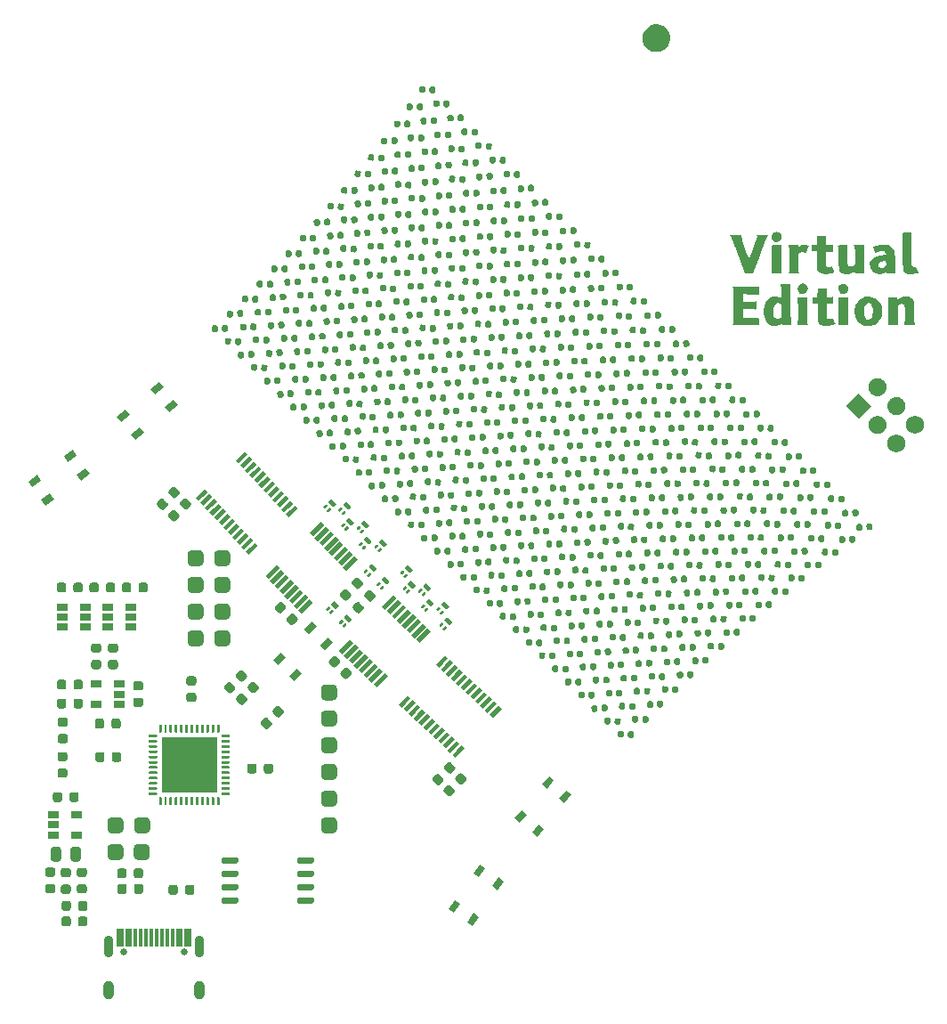
<source format=gts>
G04 #@! TF.GenerationSoftware,KiCad,Pcbnew,5.99.0-unknown-748bee1bc~104~ubuntu20.04.1*
G04 #@! TF.CreationDate,2020-09-24T12:18:17+09:30*
G04 #@! TF.ProjectId,badge,62616467-652e-46b6-9963-61645f706362,0.1*
G04 #@! TF.SameCoordinates,Original*
G04 #@! TF.FileFunction,Soldermask,Top*
G04 #@! TF.FilePolarity,Negative*
%FSLAX46Y46*%
G04 Gerber Fmt 4.6, Leading zero omitted, Abs format (unit mm)*
G04 Created by KiCad (PCBNEW 5.99.0-unknown-748bee1bc~104~ubuntu20.04.1) date 2020-09-24 12:18:17*
%MOMM*%
%LPD*%
G01*
G04 APERTURE LIST*
%ADD10R,1.060000X0.650000*%
%ADD11R,5.300000X5.300000*%
%ADD12C,0.650000*%
%ADD13R,0.300000X1.750000*%
%ADD14O,0.900000X2.100000*%
%ADD15O,1.000000X1.800000*%
%ADD16C,1.727200*%
G04 APERTURE END LIST*
G04 #@! TO.C,G\u002A\u002A\u002A*
G36*
X142839658Y-77064681D02*
G01*
X142852190Y-78634796D01*
X142948208Y-78712506D01*
X143052497Y-78766463D01*
X143165122Y-78755543D01*
X143229568Y-78741355D01*
X143274809Y-78753952D01*
X143315048Y-78808297D01*
X143364484Y-78919352D01*
X143396488Y-78999307D01*
X143448622Y-79138562D01*
X143482188Y-79243833D01*
X143490474Y-79293876D01*
X143489845Y-79294856D01*
X143426914Y-79321220D01*
X143299227Y-79350045D01*
X143126491Y-79377890D01*
X142928412Y-79401316D01*
X142831024Y-79409908D01*
X142645236Y-79419208D01*
X142511769Y-79410107D01*
X142399589Y-79379052D01*
X142340979Y-79353806D01*
X142174447Y-79236428D01*
X142086979Y-79108853D01*
X142066295Y-79062011D01*
X142049194Y-79006995D01*
X142035198Y-78935253D01*
X142023829Y-78838232D01*
X142014610Y-78707381D01*
X142007062Y-78534147D01*
X142000708Y-78309977D01*
X141995069Y-78026321D01*
X141989667Y-77674624D01*
X141984357Y-77272567D01*
X141978854Y-76903097D01*
X141972148Y-76559279D01*
X141964538Y-76250514D01*
X141956328Y-75986203D01*
X141947820Y-75775748D01*
X141939316Y-75628551D01*
X141931117Y-75554014D01*
X141928942Y-75547483D01*
X141931670Y-75523550D01*
X141983621Y-75507654D01*
X142095334Y-75498505D01*
X142277349Y-75494810D01*
X142360910Y-75494567D01*
X142827126Y-75494567D01*
X142839658Y-77064681D01*
G37*
G36*
X134745357Y-81632900D02*
G01*
X134954268Y-81632900D01*
X135102651Y-81624461D01*
X135232957Y-81603179D01*
X135271768Y-81591614D01*
X135380357Y-81550329D01*
X135380357Y-82248378D01*
X134745357Y-82216312D01*
X134745357Y-82891712D01*
X134746162Y-83147599D01*
X134749578Y-83332446D01*
X134757109Y-83459871D01*
X134770256Y-83543496D01*
X134790522Y-83596937D01*
X134819410Y-83633815D01*
X134828135Y-83642024D01*
X134939932Y-83692118D01*
X135092543Y-83694417D01*
X135256603Y-83648483D01*
X135256840Y-83648379D01*
X135300122Y-83650168D01*
X135347986Y-83701962D01*
X135409208Y-83815534D01*
X135453092Y-83911627D01*
X135582362Y-84204297D01*
X135268489Y-84273265D01*
X134974707Y-84322158D01*
X134693906Y-84339917D01*
X134445550Y-84326830D01*
X134249101Y-84283184D01*
X134189715Y-84257390D01*
X134098685Y-84200276D01*
X134028520Y-84129729D01*
X133976603Y-84034711D01*
X133940320Y-83904185D01*
X133917056Y-83727117D01*
X133904197Y-83492468D01*
X133899127Y-83189204D01*
X133898690Y-83029043D01*
X133898690Y-82225567D01*
X133390690Y-82225567D01*
X133390690Y-81637125D01*
X133877524Y-81611733D01*
X133901756Y-80786233D01*
X134745357Y-80786233D01*
X134745357Y-81632900D01*
G37*
G36*
X128310690Y-81044762D02*
G01*
X128309359Y-81225972D01*
X128303352Y-81336785D01*
X128289647Y-81391458D01*
X128265222Y-81404244D01*
X128236607Y-81394223D01*
X128170579Y-81381250D01*
X128036011Y-81368708D01*
X127849028Y-81357631D01*
X127625753Y-81349047D01*
X127472930Y-81345371D01*
X126783336Y-81332587D01*
X126795596Y-81704994D01*
X126807857Y-82077400D01*
X127315857Y-82077400D01*
X127526297Y-82074731D01*
X127715609Y-82067478D01*
X127862047Y-82056778D01*
X127940274Y-82044843D01*
X128056690Y-82012287D01*
X128056690Y-82418113D01*
X128056000Y-82605143D01*
X128051463Y-82721933D01*
X128039376Y-82782911D01*
X128016038Y-82802503D01*
X127977747Y-82795136D01*
X127961440Y-82789336D01*
X127883418Y-82775978D01*
X127740845Y-82765016D01*
X127553830Y-82757563D01*
X127342478Y-82754735D01*
X127337024Y-82754733D01*
X126807857Y-82754733D01*
X126795761Y-83191519D01*
X126783665Y-83628304D01*
X127473094Y-83613585D01*
X127710979Y-83606521D01*
X127922784Y-83596514D01*
X128092383Y-83584615D01*
X128203648Y-83571873D01*
X128236607Y-83563853D01*
X128271559Y-83554324D01*
X128293419Y-83575442D01*
X128305207Y-83641502D01*
X128309945Y-83766799D01*
X128310690Y-83914371D01*
X128310690Y-84299900D01*
X127061857Y-84299900D01*
X126746486Y-84298799D01*
X126460363Y-84295685D01*
X126213925Y-84290841D01*
X126017605Y-84284550D01*
X125881838Y-84277095D01*
X125817060Y-84268759D01*
X125813024Y-84266033D01*
X125839568Y-84210157D01*
X125865940Y-84179250D01*
X125880513Y-84123165D01*
X125892954Y-83993693D01*
X125903269Y-83802086D01*
X125911461Y-83559597D01*
X125917536Y-83277479D01*
X125921499Y-82966984D01*
X125923355Y-82639363D01*
X125923108Y-82305871D01*
X125920764Y-81977760D01*
X125916328Y-81666281D01*
X125909803Y-81382688D01*
X125901196Y-81138233D01*
X125890511Y-80944169D01*
X125877753Y-80811747D01*
X125864451Y-80754483D01*
X125810045Y-80659233D01*
X128310690Y-80659233D01*
X128310690Y-81044762D01*
G37*
G36*
X132639103Y-80352481D02*
G01*
X132714743Y-80384783D01*
X132848822Y-80495135D01*
X132931083Y-80646730D01*
X132961262Y-80818440D01*
X132939094Y-80989140D01*
X132864315Y-81137700D01*
X132736662Y-81242995D01*
X132725535Y-81248293D01*
X132580241Y-81286232D01*
X132413321Y-81289941D01*
X132261441Y-81261369D01*
X132178562Y-81219209D01*
X132054678Y-81074090D01*
X131998562Y-80888218D01*
X131993690Y-80798436D01*
X132030565Y-80611737D01*
X132130130Y-80464277D01*
X132275800Y-80365571D01*
X132450987Y-80325133D01*
X132639103Y-80352481D01*
G37*
G36*
X128790295Y-82881733D02*
G01*
X128844473Y-82487911D01*
X128944866Y-82164296D01*
X129091990Y-81909817D01*
X129286366Y-81723404D01*
X129379039Y-81666822D01*
X129578021Y-81596643D01*
X129810499Y-81567586D01*
X130044772Y-81579717D01*
X130249137Y-81633103D01*
X130313471Y-81664873D01*
X130469690Y-81757044D01*
X130469429Y-81197555D01*
X130465803Y-80928088D01*
X130454550Y-80731982D01*
X130434672Y-80598191D01*
X130408440Y-80521650D01*
X130347711Y-80405233D01*
X131313822Y-80405233D01*
X131325673Y-82278483D01*
X131328944Y-82670858D01*
X131333528Y-83038655D01*
X131339202Y-83372898D01*
X131345745Y-83664613D01*
X131352934Y-83904823D01*
X131360549Y-84084555D01*
X131368367Y-84194832D01*
X131373803Y-84225817D01*
X131383474Y-84258683D01*
X131364930Y-84280106D01*
X131304706Y-84292501D01*
X131189338Y-84298284D01*
X131005364Y-84299873D01*
X130961053Y-84299900D01*
X130761482Y-84298824D01*
X130631693Y-84293752D01*
X130556811Y-84281919D01*
X130521958Y-84260559D01*
X130512261Y-84226907D01*
X130512024Y-84216424D01*
X130507273Y-84170550D01*
X130480669Y-84159893D01*
X130413677Y-84186446D01*
X130315218Y-84237591D01*
X130167570Y-84302408D01*
X130015705Y-84333367D01*
X129838968Y-84339550D01*
X129677484Y-84332169D01*
X129537494Y-84315655D01*
X129459835Y-84296939D01*
X129225707Y-84159090D01*
X129037137Y-83955841D01*
X128898069Y-83695524D01*
X128812445Y-83386474D01*
X128795416Y-83175740D01*
X129677457Y-83175740D01*
X129725015Y-83412753D01*
X129821048Y-83580663D01*
X129867447Y-83624120D01*
X130015027Y-83689355D01*
X130187289Y-83682293D01*
X130366202Y-83603742D01*
X130369456Y-83601624D01*
X130409085Y-83573170D01*
X130436618Y-83539057D01*
X130453915Y-83485153D01*
X130462836Y-83397324D01*
X130465240Y-83261440D01*
X130462987Y-83063368D01*
X130460229Y-82911772D01*
X130448524Y-82289067D01*
X130266923Y-82226292D01*
X130145550Y-82190100D01*
X130064133Y-82187948D01*
X129985083Y-82219891D01*
X129972709Y-82226725D01*
X129836004Y-82344560D01*
X129742144Y-82523801D01*
X129688132Y-82771001D01*
X129678444Y-82869906D01*
X129677457Y-83175740D01*
X128795416Y-83175740D01*
X128784206Y-83037022D01*
X128790295Y-82881733D01*
G37*
G36*
X134669741Y-76245983D02*
G01*
X134681857Y-76658733D01*
X134924171Y-76671396D01*
X135073647Y-76670625D01*
X135199182Y-76655120D01*
X135252254Y-76638157D01*
X135292690Y-76620542D01*
X135317885Y-76629878D01*
X135331439Y-76680353D01*
X135336952Y-76786154D01*
X135338022Y-76961469D01*
X135338024Y-76976233D01*
X135337124Y-77156778D01*
X135332027Y-77266846D01*
X135319132Y-77320625D01*
X135294840Y-77332303D01*
X135255552Y-77316068D01*
X135252254Y-77314310D01*
X135163238Y-77290919D01*
X135025982Y-77279799D01*
X134924171Y-77281070D01*
X134681857Y-77293733D01*
X134681857Y-77954081D01*
X134683648Y-78228218D01*
X134690874Y-78429843D01*
X134706310Y-78571069D01*
X134732731Y-78664007D01*
X134772915Y-78720771D01*
X134829637Y-78753473D01*
X134867778Y-78765302D01*
X134957054Y-78765235D01*
X135078312Y-78739197D01*
X135102697Y-78731338D01*
X135260303Y-78677156D01*
X135384793Y-78954620D01*
X135443352Y-79092496D01*
X135481693Y-79197345D01*
X135492322Y-79248440D01*
X135491532Y-79249836D01*
X135444001Y-79269722D01*
X135340294Y-79302207D01*
X135247153Y-79328259D01*
X135007219Y-79377863D01*
X134753241Y-79406098D01*
X134515236Y-79411123D01*
X134323218Y-79391098D01*
X134301766Y-79386204D01*
X134097475Y-79296374D01*
X133950185Y-79144449D01*
X133862594Y-78933295D01*
X133858634Y-78915744D01*
X133843509Y-78802512D01*
X133830580Y-78624241D01*
X133820793Y-78400549D01*
X133815091Y-78151055D01*
X133814024Y-77990149D01*
X133814024Y-77272567D01*
X133348357Y-77272567D01*
X133348357Y-76679900D01*
X133814024Y-76679900D01*
X133814024Y-75833233D01*
X134657624Y-75833233D01*
X134669741Y-76245983D01*
G37*
G36*
X118691500Y-55689405D02*
G01*
X118983510Y-55743762D01*
X119207363Y-55833797D01*
X119462792Y-56017403D01*
X119659645Y-56250335D01*
X119795961Y-56519143D01*
X119869782Y-56810376D01*
X119879147Y-57110584D01*
X119822096Y-57406319D01*
X119696669Y-57684128D01*
X119511382Y-57920208D01*
X119314577Y-58091838D01*
X119116757Y-58203791D01*
X118891341Y-58267130D01*
X118616357Y-58292759D01*
X118350498Y-58290621D01*
X118150374Y-58261782D01*
X118077647Y-58239662D01*
X117875084Y-58131543D01*
X117671581Y-57965151D01*
X117490918Y-57763195D01*
X117359629Y-57554055D01*
X117265506Y-57272200D01*
X117237506Y-56964100D01*
X117276020Y-56656866D01*
X117343876Y-56454298D01*
X117474863Y-56237201D01*
X117661455Y-56031825D01*
X117878671Y-55861221D01*
X118101530Y-55748441D01*
X118113091Y-55744494D01*
X118390652Y-55688775D01*
X118691500Y-55689405D01*
G37*
G36*
X142546233Y-81581137D02*
G01*
X142706198Y-81620510D01*
X142833589Y-81699891D01*
X142953543Y-81830536D01*
X142976574Y-81860754D01*
X143003171Y-81901057D01*
X143024107Y-81949446D01*
X143040323Y-82016520D01*
X143052757Y-82112880D01*
X143062346Y-82249123D01*
X143070029Y-82435849D01*
X143076745Y-82683656D01*
X143083431Y-83003144D01*
X143085024Y-83085805D01*
X143091976Y-83385604D01*
X143100647Y-83658681D01*
X143110474Y-83893245D01*
X143120894Y-84077504D01*
X143131344Y-84199667D01*
X143140439Y-84246983D01*
X143137253Y-84269628D01*
X143086570Y-84285153D01*
X142978277Y-84294630D01*
X142802262Y-84299132D01*
X142641532Y-84299900D01*
X142421795Y-84299299D01*
X142274168Y-84296095D01*
X142186099Y-84288188D01*
X142145033Y-84273477D01*
X142138416Y-84249861D01*
X142152201Y-84218016D01*
X142168385Y-84146068D01*
X142180970Y-84007761D01*
X142190015Y-83818487D01*
X142195574Y-83593641D01*
X142197705Y-83348616D01*
X142196464Y-83098808D01*
X142191908Y-82859609D01*
X142184093Y-82646413D01*
X142173076Y-82474614D01*
X142158913Y-82359606D01*
X142145224Y-82318700D01*
X142051089Y-82276759D01*
X141910549Y-82272939D01*
X141752164Y-82306011D01*
X141668293Y-82339240D01*
X141518690Y-82410581D01*
X141518690Y-83273357D01*
X141520859Y-83571955D01*
X141527040Y-83826590D01*
X141536744Y-84026728D01*
X141549483Y-84161834D01*
X141562513Y-84218016D01*
X141576697Y-84251840D01*
X141568096Y-84274784D01*
X141524145Y-84288956D01*
X141432282Y-84296461D01*
X141279942Y-84299406D01*
X141074190Y-84299900D01*
X140854698Y-84299297D01*
X140707307Y-84296084D01*
X140619455Y-84288154D01*
X140578577Y-84273401D01*
X140572111Y-84249717D01*
X140585867Y-84218016D01*
X140600025Y-84149994D01*
X140611542Y-84012584D01*
X140620454Y-83818937D01*
X140626799Y-83582204D01*
X140630611Y-83315537D01*
X140631927Y-83032088D01*
X140630783Y-82745008D01*
X140627216Y-82467448D01*
X140621262Y-82212561D01*
X140612956Y-81993499D01*
X140602336Y-81823411D01*
X140589437Y-81715451D01*
X140578890Y-81683700D01*
X140574246Y-81660994D01*
X140620586Y-81645799D01*
X140727756Y-81636932D01*
X140905600Y-81633212D01*
X141002224Y-81632900D01*
X141207730Y-81633518D01*
X141343173Y-81637396D01*
X141423156Y-81647573D01*
X141462280Y-81667085D01*
X141475150Y-81698969D01*
X141476357Y-81731515D01*
X141476357Y-81830131D01*
X141738255Y-81700322D01*
X141894618Y-81629594D01*
X142029640Y-81590072D01*
X142181850Y-81573283D01*
X142328563Y-81570514D01*
X142546233Y-81581137D01*
G37*
G36*
X132925024Y-82884516D02*
G01*
X132926542Y-83272649D01*
X132930974Y-83602194D01*
X132938136Y-83867540D01*
X132947842Y-84063078D01*
X132959910Y-84183198D01*
X132968846Y-84218016D01*
X132983030Y-84251840D01*
X132974429Y-84274784D01*
X132930478Y-84288956D01*
X132838615Y-84296461D01*
X132686276Y-84299406D01*
X132480524Y-84299900D01*
X132261031Y-84299297D01*
X132113641Y-84296084D01*
X132025788Y-84288154D01*
X131984910Y-84273401D01*
X131978444Y-84249717D01*
X131992201Y-84218016D01*
X132005973Y-84148991D01*
X132017425Y-84001674D01*
X132026334Y-83782414D01*
X132032478Y-83497560D01*
X132035635Y-83153461D01*
X132036024Y-82966400D01*
X132034402Y-82595755D01*
X132029684Y-82281265D01*
X132022094Y-82029278D01*
X132011852Y-81846143D01*
X131999182Y-81738208D01*
X131992201Y-81714783D01*
X131977571Y-81679743D01*
X131986995Y-81656453D01*
X132033467Y-81642519D01*
X132129984Y-81635548D01*
X132289540Y-81633146D01*
X132436701Y-81632900D01*
X132925024Y-81632900D01*
X132925024Y-82884516D01*
G37*
G36*
X130427357Y-77931516D02*
G01*
X130428875Y-78319649D01*
X130433307Y-78649194D01*
X130440469Y-78914540D01*
X130450176Y-79110078D01*
X130462243Y-79230198D01*
X130471180Y-79265016D01*
X130485581Y-79299430D01*
X130476587Y-79322547D01*
X130431425Y-79336609D01*
X130337321Y-79343859D01*
X130181500Y-79346539D01*
X130004706Y-79346900D01*
X129494410Y-79346900D01*
X129526967Y-79230483D01*
X129535624Y-79158096D01*
X129543415Y-79013454D01*
X129550020Y-78808966D01*
X129555119Y-78557042D01*
X129558394Y-78270092D01*
X129559524Y-77966929D01*
X129558683Y-77608189D01*
X129555883Y-77325400D01*
X129550710Y-77109857D01*
X129542747Y-76952860D01*
X129531579Y-76845704D01*
X129516791Y-76779687D01*
X129501423Y-76749845D01*
X129482927Y-76719996D01*
X129494550Y-76700069D01*
X129548566Y-76688086D01*
X129657251Y-76682069D01*
X129832879Y-76680040D01*
X129935340Y-76679900D01*
X130427357Y-76679900D01*
X130427357Y-77931516D01*
G37*
G36*
X130139274Y-75418679D02*
G01*
X130238348Y-75455165D01*
X130333832Y-75534582D01*
X130339434Y-75540156D01*
X130424859Y-75642429D01*
X130462458Y-75748125D01*
X130469690Y-75869403D01*
X130441828Y-76071348D01*
X130353403Y-76220375D01*
X130215223Y-76320308D01*
X130046097Y-76376453D01*
X129877214Y-76360413D01*
X129758409Y-76312751D01*
X129608216Y-76194279D01*
X129519087Y-76022349D01*
X129496024Y-75852269D01*
X129514434Y-75728411D01*
X129581080Y-75617578D01*
X129639957Y-75553833D01*
X129742080Y-75464049D01*
X129837999Y-75421737D01*
X129969450Y-75410053D01*
X129996534Y-75409900D01*
X130139274Y-75418679D01*
G37*
G36*
X136786726Y-82892317D02*
G01*
X136790896Y-83213502D01*
X136796955Y-83509449D01*
X136804498Y-83768935D01*
X136813119Y-83980739D01*
X136822415Y-84133640D01*
X136831980Y-84216416D01*
X136834803Y-84225817D01*
X136843984Y-84256881D01*
X136826998Y-84277824D01*
X136771090Y-84290618D01*
X136663504Y-84297236D01*
X136491485Y-84299649D01*
X136355700Y-84299900D01*
X135840318Y-84299900D01*
X135874921Y-84204650D01*
X135885132Y-84134558D01*
X135893502Y-83994592D01*
X135900040Y-83798264D01*
X135904755Y-83559088D01*
X135907656Y-83290576D01*
X135908753Y-83006243D01*
X135908053Y-82719602D01*
X135905567Y-82444165D01*
X135901304Y-82193446D01*
X135895272Y-81980958D01*
X135887481Y-81820214D01*
X135877939Y-81724728D01*
X135873244Y-81706983D01*
X135863726Y-81674693D01*
X135881757Y-81653413D01*
X135940576Y-81640878D01*
X136053423Y-81634820D01*
X136233538Y-81632972D01*
X136305946Y-81632900D01*
X136774928Y-81632900D01*
X136786726Y-82892317D01*
G37*
G36*
X138923117Y-78188532D02*
G01*
X139049773Y-77986976D01*
X139246512Y-77826702D01*
X139510883Y-77710056D01*
X139840437Y-77639382D01*
X140021838Y-77622430D01*
X140230610Y-77604745D01*
X140361320Y-77577149D01*
X140420509Y-77533090D01*
X140414714Y-77466016D01*
X140350474Y-77369374D01*
X140315816Y-77327844D01*
X140242446Y-77255954D01*
X140163364Y-77222757D01*
X140044461Y-77216485D01*
X139997503Y-77218028D01*
X139822011Y-77241954D01*
X139642189Y-77291114D01*
X139589794Y-77311746D01*
X139474825Y-77359786D01*
X139413696Y-77372571D01*
X139383863Y-77351364D01*
X139372003Y-77323951D01*
X139340926Y-77245529D01*
X139289339Y-77122311D01*
X139251086Y-77033303D01*
X139156356Y-76815206D01*
X139510491Y-76726386D01*
X139769672Y-76675586D01*
X140042742Y-76646143D01*
X140304978Y-76638906D01*
X140531656Y-76654723D01*
X140676290Y-76686375D01*
X140908968Y-76800065D01*
X141080968Y-76966705D01*
X141149150Y-77075048D01*
X141179681Y-77137406D01*
X141203296Y-77203818D01*
X141221227Y-77286478D01*
X141234712Y-77397580D01*
X141244983Y-77549318D01*
X141253276Y-77753887D01*
X141260826Y-78023481D01*
X141265593Y-78225067D01*
X141273456Y-78507365D01*
X141283287Y-78764035D01*
X141294370Y-78982033D01*
X141305988Y-79148314D01*
X141317427Y-79249833D01*
X141323121Y-79272817D01*
X141332308Y-79305688D01*
X141313332Y-79327114D01*
X141252699Y-79339509D01*
X141136916Y-79345290D01*
X140952488Y-79346874D01*
X140909386Y-79346900D01*
X140709984Y-79345893D01*
X140580328Y-79340971D01*
X140505502Y-79329278D01*
X140470592Y-79307960D01*
X140460684Y-79274164D01*
X140460357Y-79260966D01*
X140456771Y-79206270D01*
X140432090Y-79200864D01*
X140365429Y-79245257D01*
X140340175Y-79263886D01*
X140148079Y-79362095D01*
X139915462Y-79416119D01*
X139677112Y-79420466D01*
X139528749Y-79392013D01*
X139267981Y-79276993D01*
X139073362Y-79109617D01*
X138942781Y-78887619D01*
X138889850Y-78706112D01*
X138874170Y-78497795D01*
X139705963Y-78497795D01*
X139725721Y-78642617D01*
X139805235Y-78747808D01*
X139926668Y-78807622D01*
X140072184Y-78816311D01*
X140223946Y-78768126D01*
X140324668Y-78697185D01*
X140384470Y-78626644D01*
X140409764Y-78538940D01*
X140409668Y-78401622D01*
X140409335Y-78395824D01*
X140396857Y-78182733D01*
X140169388Y-78188947D01*
X139952365Y-78220623D01*
X139801770Y-78301100D01*
X139719659Y-78429009D01*
X139705963Y-78497795D01*
X138874170Y-78497795D01*
X138868993Y-78429026D01*
X138923117Y-78188532D01*
G37*
G36*
X132744623Y-76647959D02*
G01*
X132879803Y-76674474D01*
X132989501Y-76710115D01*
X133048182Y-76747886D01*
X133052024Y-76758813D01*
X133037593Y-76813922D01*
X133000444Y-76919848D01*
X132949788Y-77053290D01*
X132894839Y-77190942D01*
X132844809Y-77309501D01*
X132808912Y-77385665D01*
X132798024Y-77401305D01*
X132748119Y-77395127D01*
X132647727Y-77370119D01*
X132601075Y-77356641D01*
X132474654Y-77327417D01*
X132375752Y-77336359D01*
X132262408Y-77383521D01*
X132099524Y-77463067D01*
X132087994Y-78287149D01*
X132086423Y-78553819D01*
X132089051Y-78796403D01*
X132095406Y-78999802D01*
X132105014Y-79148918D01*
X132117400Y-79228654D01*
X132117542Y-79229065D01*
X132158619Y-79346900D01*
X131648292Y-79346900D01*
X131433857Y-79346019D01*
X131291272Y-79342044D01*
X131207726Y-79332972D01*
X131170409Y-79316802D01*
X131166511Y-79291533D01*
X131174076Y-79272817D01*
X131184150Y-79212001D01*
X131194098Y-79078439D01*
X131203438Y-78884052D01*
X131211688Y-78640759D01*
X131218366Y-78360481D01*
X131222894Y-78064022D01*
X131226099Y-77709790D01*
X131226609Y-77430308D01*
X131224036Y-77215693D01*
X131217991Y-77056059D01*
X131208087Y-76941522D01*
X131193933Y-76862197D01*
X131175142Y-76808200D01*
X131173391Y-76804605D01*
X131111179Y-76679900D01*
X132036024Y-76679900D01*
X132036024Y-76889702D01*
X132234812Y-76763634D01*
X132430274Y-76666978D01*
X132609494Y-76637567D01*
X132744623Y-76647959D01*
G37*
G36*
X136526940Y-80360450D02*
G01*
X136666884Y-80443208D01*
X136791433Y-80606870D01*
X136844214Y-80782277D01*
X136831024Y-80953663D01*
X136757659Y-81105261D01*
X136629916Y-81221304D01*
X136453590Y-81286025D01*
X136354024Y-81294233D01*
X136162092Y-81269267D01*
X136045297Y-81208905D01*
X135936252Y-81076535D01*
X135870479Y-80903649D01*
X135861889Y-80729143D01*
X135865916Y-80707370D01*
X135914030Y-80599226D01*
X135999236Y-80485429D01*
X136020193Y-80464099D01*
X136172773Y-80368942D01*
X136350974Y-80334092D01*
X136526940Y-80360450D01*
G37*
G36*
X137447318Y-82579362D02*
G01*
X137468681Y-82456400D01*
X137504032Y-82350491D01*
X137522663Y-82308082D01*
X137696321Y-82025879D01*
X137927633Y-81805631D01*
X138121393Y-81689391D01*
X138258531Y-81628910D01*
X138384497Y-81593479D01*
X138531635Y-81576806D01*
X138721748Y-81572610D01*
X139067892Y-81602729D01*
X139360335Y-81696405D01*
X139604843Y-81856928D01*
X139807183Y-82087588D01*
X139903220Y-82246733D01*
X139951627Y-82344178D01*
X139983799Y-82433920D01*
X140003013Y-82536891D01*
X140012544Y-82674021D01*
X140015667Y-82866241D01*
X140015857Y-82966400D01*
X140014699Y-83184888D01*
X140008824Y-83339776D01*
X139994633Y-83452123D01*
X139968522Y-83542991D01*
X139926893Y-83633438D01*
X139890205Y-83701256D01*
X139712713Y-83958343D01*
X139499555Y-84146037D01*
X139242355Y-84268870D01*
X138932737Y-84331376D01*
X138706566Y-84341820D01*
X138497075Y-84334684D01*
X138337583Y-84309825D01*
X138194224Y-84261169D01*
X138152303Y-84242426D01*
X137887363Y-84077529D01*
X137673406Y-83850416D01*
X137549027Y-83649160D01*
X137498001Y-83543824D01*
X137464901Y-83446805D01*
X137445865Y-83335073D01*
X137437029Y-83185594D01*
X137434530Y-82975337D01*
X137434509Y-82966400D01*
X137435112Y-82910422D01*
X138301174Y-82910422D01*
X138310596Y-83138873D01*
X138340921Y-83345323D01*
X138382935Y-83480631D01*
X138490290Y-83645080D01*
X138623584Y-83735295D01*
X138772750Y-83748009D01*
X138927723Y-83679956D01*
X138948750Y-83664238D01*
X139061369Y-83527166D01*
X139132674Y-83323634D01*
X139163887Y-83049700D01*
X139165590Y-82965390D01*
X139150981Y-82740680D01*
X139109327Y-82533448D01*
X139046747Y-82363375D01*
X138969360Y-82250145D01*
X138935454Y-82225083D01*
X138766523Y-82175666D01*
X138606981Y-82204551D01*
X138469450Y-82305436D01*
X138366551Y-82472021D01*
X138349554Y-82517634D01*
X138313784Y-82692498D01*
X138301174Y-82910422D01*
X137435112Y-82910422D01*
X137436931Y-82741865D01*
X137447318Y-82579362D01*
G37*
G36*
X136735024Y-77624309D02*
G01*
X136735593Y-77959423D01*
X136739072Y-78219099D01*
X136748117Y-78412564D01*
X136765384Y-78549047D01*
X136793530Y-78637774D01*
X136835212Y-78687974D01*
X136893085Y-78708874D01*
X136969806Y-78709702D01*
X137045330Y-78702250D01*
X137190552Y-78673306D01*
X137317397Y-78627527D01*
X137348246Y-78610360D01*
X137454690Y-78540615D01*
X137454429Y-77726674D01*
X137452745Y-77418763D01*
X137447441Y-77184652D01*
X137437809Y-77013527D01*
X137423140Y-76894572D01*
X137402726Y-76816971D01*
X137393440Y-76796317D01*
X137332711Y-76679900D01*
X138301357Y-76679900D01*
X138301357Y-77904811D01*
X138302767Y-78237231D01*
X138306773Y-78539971D01*
X138313038Y-78802153D01*
X138321226Y-79012896D01*
X138330999Y-79161321D01*
X138342020Y-79236549D01*
X138342642Y-79238311D01*
X138383928Y-79346900D01*
X137940476Y-79346900D01*
X137742271Y-79345764D01*
X137613780Y-79340509D01*
X137540059Y-79328359D01*
X137506165Y-79306541D01*
X137497156Y-79272281D01*
X137497024Y-79264575D01*
X137492224Y-79221091D01*
X137465824Y-79208549D01*
X137399825Y-79228710D01*
X137276227Y-79283336D01*
X137268335Y-79286948D01*
X137063029Y-79357312D01*
X136826589Y-79402328D01*
X136593076Y-79417885D01*
X136396553Y-79399870D01*
X136375190Y-79394767D01*
X136175705Y-79313110D01*
X136031183Y-79180507D01*
X135988538Y-79117546D01*
X135963835Y-79068982D01*
X135944293Y-79007177D01*
X135929014Y-78921321D01*
X135917104Y-78800605D01*
X135907664Y-78634219D01*
X135899799Y-78411353D01*
X135892613Y-78121199D01*
X135888200Y-77907567D01*
X135881009Y-77610307D01*
X135871931Y-77338524D01*
X135861575Y-77104490D01*
X135850553Y-76920477D01*
X135839476Y-76798757D01*
X135830754Y-76753983D01*
X135821321Y-76721726D01*
X135839389Y-76700455D01*
X135898189Y-76687911D01*
X136010952Y-76681838D01*
X136190909Y-76679975D01*
X136264828Y-76679900D01*
X136735024Y-76679900D01*
X136735024Y-77624309D01*
G37*
G36*
X126651544Y-75843817D02*
G01*
X126664893Y-75912758D01*
X126701791Y-76046679D01*
X126757740Y-76232142D01*
X126828240Y-76455710D01*
X126908793Y-76703945D01*
X126994900Y-76963409D01*
X127082061Y-77220665D01*
X127165779Y-77462275D01*
X127241553Y-77674802D01*
X127304885Y-77844807D01*
X127351277Y-77958853D01*
X127374020Y-78001748D01*
X127397014Y-77975154D01*
X127441306Y-77880046D01*
X127502679Y-77728638D01*
X127576913Y-77533145D01*
X127659791Y-77305783D01*
X127747097Y-77058768D01*
X127834610Y-76804313D01*
X127918115Y-76554636D01*
X127993393Y-76321951D01*
X128056226Y-76118473D01*
X128102396Y-75956417D01*
X128127687Y-75848000D01*
X128130673Y-75810379D01*
X128110764Y-75706233D01*
X129202225Y-75706233D01*
X129116978Y-75822650D01*
X129084338Y-75886452D01*
X129026149Y-76020854D01*
X128945930Y-76216934D01*
X128847198Y-76465771D01*
X128733473Y-76758444D01*
X128608272Y-77086031D01*
X128475114Y-77439611D01*
X128403294Y-77632400D01*
X127774858Y-79325733D01*
X127375831Y-79337724D01*
X126976805Y-79349715D01*
X126367267Y-77712847D01*
X126232367Y-77352180D01*
X126103246Y-77009992D01*
X125983602Y-76695861D01*
X125877129Y-76419364D01*
X125787525Y-76190075D01*
X125718486Y-76017573D01*
X125673707Y-75911432D01*
X125664134Y-75891106D01*
X125570539Y-75706233D01*
X126651224Y-75706233D01*
X126651544Y-75843817D01*
G37*
G04 #@! TD*
D10*
G04 #@! TO.C,U7*
X63425000Y-130850000D03*
X63425000Y-132750000D03*
X61225000Y-132750000D03*
X61225000Y-131800000D03*
X61225000Y-130850000D03*
G04 #@! TD*
G04 #@! TO.C,R18*
G36*
G01*
X63643750Y-137450000D02*
X64156250Y-137450000D01*
G75*
G02*
X64375000Y-137668750I0J-218750D01*
G01*
X64375000Y-138106250D01*
G75*
G02*
X64156250Y-138325000I-218750J0D01*
G01*
X63643750Y-138325000D01*
G75*
G02*
X63425000Y-138106250I0J218750D01*
G01*
X63425000Y-137668750D01*
G75*
G02*
X63643750Y-137450000I218750J0D01*
G01*
G37*
G36*
G01*
X63643750Y-135875000D02*
X64156250Y-135875000D01*
G75*
G02*
X64375000Y-136093750I0J-218750D01*
G01*
X64375000Y-136531250D01*
G75*
G02*
X64156250Y-136750000I-218750J0D01*
G01*
X63643750Y-136750000D01*
G75*
G02*
X63425000Y-136531250I0J218750D01*
G01*
X63425000Y-136093750D01*
G75*
G02*
X63643750Y-135875000I218750J0D01*
G01*
G37*
G04 #@! TD*
G04 #@! TO.C,R17*
G36*
G01*
X62118750Y-137475000D02*
X62631250Y-137475000D01*
G75*
G02*
X62850000Y-137693750I0J-218750D01*
G01*
X62850000Y-138131250D01*
G75*
G02*
X62631250Y-138350000I-218750J0D01*
G01*
X62118750Y-138350000D01*
G75*
G02*
X61900000Y-138131250I0J218750D01*
G01*
X61900000Y-137693750D01*
G75*
G02*
X62118750Y-137475000I218750J0D01*
G01*
G37*
G36*
G01*
X62118750Y-135900000D02*
X62631250Y-135900000D01*
G75*
G02*
X62850000Y-136118750I0J-218750D01*
G01*
X62850000Y-136556250D01*
G75*
G02*
X62631250Y-136775000I-218750J0D01*
G01*
X62118750Y-136775000D01*
G75*
G02*
X61900000Y-136556250I0J218750D01*
G01*
X61900000Y-136118750D01*
G75*
G02*
X62118750Y-135900000I218750J0D01*
G01*
G37*
G04 #@! TD*
G04 #@! TO.C,L1*
G36*
G01*
X61930000Y-134133750D02*
X61930000Y-135046250D01*
G75*
G02*
X61686250Y-135290000I-243750J0D01*
G01*
X61198750Y-135290000D01*
G75*
G02*
X60955000Y-135046250I0J243750D01*
G01*
X60955000Y-134133750D01*
G75*
G02*
X61198750Y-133890000I243750J0D01*
G01*
X61686250Y-133890000D01*
G75*
G02*
X61930000Y-134133750I0J-243750D01*
G01*
G37*
G36*
G01*
X63805000Y-134133750D02*
X63805000Y-135046250D01*
G75*
G02*
X63561250Y-135290000I-243750J0D01*
G01*
X63073750Y-135290000D01*
G75*
G02*
X62830000Y-135046250I0J243750D01*
G01*
X62830000Y-134133750D01*
G75*
G02*
X63073750Y-133890000I243750J0D01*
G01*
X63561250Y-133890000D01*
G75*
G02*
X63805000Y-134133750I0J-243750D01*
G01*
G37*
G04 #@! TD*
G04 #@! TO.C,C14*
G36*
G01*
X62850000Y-139243750D02*
X62850000Y-139756250D01*
G75*
G02*
X62631250Y-139975000I-218750J0D01*
G01*
X62193750Y-139975000D01*
G75*
G02*
X61975000Y-139756250I0J218750D01*
G01*
X61975000Y-139243750D01*
G75*
G02*
X62193750Y-139025000I218750J0D01*
G01*
X62631250Y-139025000D01*
G75*
G02*
X62850000Y-139243750I0J-218750D01*
G01*
G37*
G36*
G01*
X64425000Y-139243750D02*
X64425000Y-139756250D01*
G75*
G02*
X64206250Y-139975000I-218750J0D01*
G01*
X63768750Y-139975000D01*
G75*
G02*
X63550000Y-139756250I0J218750D01*
G01*
X63550000Y-139243750D01*
G75*
G02*
X63768750Y-139025000I218750J0D01*
G01*
X64206250Y-139025000D01*
G75*
G02*
X64425000Y-139243750I0J-218750D01*
G01*
G37*
G04 #@! TD*
G04 #@! TO.C,C13*
G36*
G01*
X62850000Y-140718750D02*
X62850000Y-141231250D01*
G75*
G02*
X62631250Y-141450000I-218750J0D01*
G01*
X62193750Y-141450000D01*
G75*
G02*
X61975000Y-141231250I0J218750D01*
G01*
X61975000Y-140718750D01*
G75*
G02*
X62193750Y-140500000I218750J0D01*
G01*
X62631250Y-140500000D01*
G75*
G02*
X62850000Y-140718750I0J-218750D01*
G01*
G37*
G36*
G01*
X64425000Y-140718750D02*
X64425000Y-141231250D01*
G75*
G02*
X64206250Y-141450000I-218750J0D01*
G01*
X63768750Y-141450000D01*
G75*
G02*
X63550000Y-141231250I0J218750D01*
G01*
X63550000Y-140718750D01*
G75*
G02*
X63768750Y-140500000I218750J0D01*
G01*
X64206250Y-140500000D01*
G75*
G02*
X64425000Y-140718750I0J-218750D01*
G01*
G37*
G04 #@! TD*
G04 #@! TO.C,C10*
G36*
G01*
X60643750Y-137425000D02*
X61156250Y-137425000D01*
G75*
G02*
X61375000Y-137643750I0J-218750D01*
G01*
X61375000Y-138081250D01*
G75*
G02*
X61156250Y-138300000I-218750J0D01*
G01*
X60643750Y-138300000D01*
G75*
G02*
X60425000Y-138081250I0J218750D01*
G01*
X60425000Y-137643750D01*
G75*
G02*
X60643750Y-137425000I218750J0D01*
G01*
G37*
G36*
G01*
X60643750Y-135850000D02*
X61156250Y-135850000D01*
G75*
G02*
X61375000Y-136068750I0J-218750D01*
G01*
X61375000Y-136506250D01*
G75*
G02*
X61156250Y-136725000I-218750J0D01*
G01*
X60643750Y-136725000D01*
G75*
G02*
X60425000Y-136506250I0J218750D01*
G01*
X60425000Y-136068750D01*
G75*
G02*
X60643750Y-135850000I218750J0D01*
G01*
G37*
G04 #@! TD*
G04 #@! TO.C,C9*
G36*
G01*
X62030000Y-128893750D02*
X62030000Y-129406250D01*
G75*
G02*
X61811250Y-129625000I-218750J0D01*
G01*
X61373750Y-129625000D01*
G75*
G02*
X61155000Y-129406250I0J218750D01*
G01*
X61155000Y-128893750D01*
G75*
G02*
X61373750Y-128675000I218750J0D01*
G01*
X61811250Y-128675000D01*
G75*
G02*
X62030000Y-128893750I0J-218750D01*
G01*
G37*
G36*
G01*
X63605000Y-128893750D02*
X63605000Y-129406250D01*
G75*
G02*
X63386250Y-129625000I-218750J0D01*
G01*
X62948750Y-129625000D01*
G75*
G02*
X62730000Y-129406250I0J218750D01*
G01*
X62730000Y-128893750D01*
G75*
G02*
X62948750Y-128675000I218750J0D01*
G01*
X63386250Y-128675000D01*
G75*
G02*
X63605000Y-128893750I0J-218750D01*
G01*
G37*
G04 #@! TD*
G04 #@! TO.C,TP3*
G36*
G01*
X68838000Y-134761234D02*
X68838000Y-133999234D01*
G75*
G02*
X69219000Y-133618234I381000J0D01*
G01*
X69981000Y-133618234D01*
G75*
G02*
X70362000Y-133999234I0J-381000D01*
G01*
X70362000Y-134761234D01*
G75*
G02*
X69981000Y-135142234I-381000J0D01*
G01*
X69219000Y-135142234D01*
G75*
G02*
X68838000Y-134761234I0J381000D01*
G01*
G37*
G04 #@! TD*
G04 #@! TO.C,TP18*
G36*
G01*
X66334690Y-132221234D02*
X66334690Y-131459234D01*
G75*
G02*
X66715690Y-131078234I381000J0D01*
G01*
X67477690Y-131078234D01*
G75*
G02*
X67858690Y-131459234I0J-381000D01*
G01*
X67858690Y-132221234D01*
G75*
G02*
X67477690Y-132602234I-381000J0D01*
G01*
X66715690Y-132602234D01*
G75*
G02*
X66334690Y-132221234I0J381000D01*
G01*
G37*
G04 #@! TD*
G04 #@! TO.C,TP17*
G36*
G01*
X66334690Y-134761234D02*
X66334690Y-133999234D01*
G75*
G02*
X66715690Y-133618234I381000J0D01*
G01*
X67477690Y-133618234D01*
G75*
G02*
X67858690Y-133999234I0J-381000D01*
G01*
X67858690Y-134761234D01*
G75*
G02*
X67477690Y-135142234I-381000J0D01*
G01*
X66715690Y-135142234D01*
G75*
G02*
X66334690Y-134761234I0J381000D01*
G01*
G37*
G04 #@! TD*
G04 #@! TO.C,TP16*
G36*
G01*
X68874690Y-132221233D02*
X68874690Y-131459233D01*
G75*
G02*
X69255690Y-131078233I381000J0D01*
G01*
X70017690Y-131078233D01*
G75*
G02*
X70398690Y-131459233I0J-381000D01*
G01*
X70398690Y-132221233D01*
G75*
G02*
X70017690Y-132602233I-381000J0D01*
G01*
X69255690Y-132602233D01*
G75*
G02*
X68874690Y-132221233I0J381000D01*
G01*
G37*
G04 #@! TD*
G04 #@! TO.C,D439*
G36*
G01*
X106459153Y-109283114D02*
X106474803Y-108938470D01*
G75*
G02*
X106628842Y-108797813I147348J-6691D01*
G01*
X106923538Y-108811195D01*
G75*
G02*
X107064195Y-108965234I-6691J-147348D01*
G01*
X107048545Y-109309878D01*
G75*
G02*
X106894506Y-109450535I-147348J6691D01*
G01*
X106599810Y-109437153D01*
G75*
G02*
X106459153Y-109283114I6691J147348D01*
G01*
G37*
G36*
G01*
X107428155Y-109327116D02*
X107443805Y-108982472D01*
G75*
G02*
X107597844Y-108841815I147348J-6691D01*
G01*
X107892540Y-108855197D01*
G75*
G02*
X108033197Y-109009236I-6691J-147348D01*
G01*
X108017547Y-109353880D01*
G75*
G02*
X107863508Y-109494537I-147348J6691D01*
G01*
X107568812Y-109481155D01*
G75*
G02*
X107428155Y-109327116I6691J147348D01*
G01*
G37*
G04 #@! TD*
G04 #@! TO.C,D22*
G36*
G01*
X124147777Y-90219977D02*
X124153798Y-89875030D01*
G75*
G02*
X124303850Y-89730126I147478J-2574D01*
G01*
X124598805Y-89735275D01*
G75*
G02*
X124743709Y-89885327I-2574J-147478D01*
G01*
X124737688Y-90230274D01*
G75*
G02*
X124587636Y-90375178I-147478J2574D01*
G01*
X124292681Y-90370029D01*
G75*
G02*
X124147777Y-90219977I2574J147478D01*
G01*
G37*
G36*
G01*
X125117629Y-90236905D02*
X125123650Y-89891958D01*
G75*
G02*
X125273702Y-89747054I147478J-2574D01*
G01*
X125568657Y-89752203D01*
G75*
G02*
X125713561Y-89902255I-2574J-147478D01*
G01*
X125707540Y-90247202D01*
G75*
G02*
X125557488Y-90392106I-147478J2574D01*
G01*
X125262533Y-90386957D01*
G75*
G02*
X125117629Y-90236905I2574J147478D01*
G01*
G37*
G04 #@! TD*
G04 #@! TO.C,D476*
G36*
G01*
X111281582Y-116990070D02*
X111265330Y-116645453D01*
G75*
G02*
X111405718Y-116491169I147336J6948D01*
G01*
X111700390Y-116477272D01*
G75*
G02*
X111854674Y-116617660I6948J-147336D01*
G01*
X111870926Y-116962277D01*
G75*
G02*
X111730538Y-117116561I-147336J-6948D01*
G01*
X111435866Y-117130458D01*
G75*
G02*
X111281582Y-116990070I-6948J147336D01*
G01*
G37*
G36*
G01*
X112250506Y-116944376D02*
X112234254Y-116599759D01*
G75*
G02*
X112374642Y-116445475I147336J6948D01*
G01*
X112669314Y-116431578D01*
G75*
G02*
X112823598Y-116571966I6948J-147336D01*
G01*
X112839850Y-116916583D01*
G75*
G02*
X112699462Y-117070867I-147336J-6948D01*
G01*
X112404790Y-117084764D01*
G75*
G02*
X112250506Y-116944376I-6948J147336D01*
G01*
G37*
G04 #@! TD*
G04 #@! TO.C,D26*
G36*
G01*
X129513230Y-95584339D02*
X129519853Y-95239402D01*
G75*
G02*
X129670158Y-95094761I147473J-2832D01*
G01*
X129965103Y-95100424D01*
G75*
G02*
X130109744Y-95250729I-2832J-147473D01*
G01*
X130103121Y-95595666D01*
G75*
G02*
X129952816Y-95740307I-147473J2832D01*
G01*
X129657871Y-95734644D01*
G75*
G02*
X129513230Y-95584339I2832J147473D01*
G01*
G37*
G36*
G01*
X130483052Y-95602961D02*
X130489675Y-95258024D01*
G75*
G02*
X130639980Y-95113383I147473J-2832D01*
G01*
X130934925Y-95119046D01*
G75*
G02*
X131079566Y-95269351I-2832J-147473D01*
G01*
X131072943Y-95614288D01*
G75*
G02*
X130922638Y-95758929I-147473J2832D01*
G01*
X130627693Y-95753266D01*
G75*
G02*
X130483052Y-95602961I2832J147473D01*
G01*
G37*
G04 #@! TD*
G04 #@! TO.C,D512*
G36*
G01*
X114854291Y-123346312D02*
X114863924Y-123001447D01*
G75*
G02*
X115015484Y-122858123I147442J-4118D01*
G01*
X115310369Y-122866360D01*
G75*
G02*
X115453693Y-123017920I-4118J-147442D01*
G01*
X115444060Y-123362785D01*
G75*
G02*
X115292500Y-123506109I-147442J4118D01*
G01*
X114997615Y-123497872D01*
G75*
G02*
X114854291Y-123346312I4118J147442D01*
G01*
G37*
G36*
G01*
X115823913Y-123373396D02*
X115833546Y-123028531D01*
G75*
G02*
X115985106Y-122885207I147442J-4118D01*
G01*
X116279991Y-122893444D01*
G75*
G02*
X116423315Y-123045004I-4118J-147442D01*
G01*
X116413682Y-123389869D01*
G75*
G02*
X116262122Y-123533193I-147442J4118D01*
G01*
X115967237Y-123524956D01*
G75*
G02*
X115823913Y-123373396I4118J147442D01*
G01*
G37*
G04 #@! TD*
G04 #@! TO.C,D36*
G36*
G01*
X98767272Y-67650108D02*
X98782922Y-67305464D01*
G75*
G02*
X98936961Y-67164807I147348J-6691D01*
G01*
X99231657Y-67178189D01*
G75*
G02*
X99372314Y-67332228I-6691J-147348D01*
G01*
X99356664Y-67676872D01*
G75*
G02*
X99202625Y-67817529I-147348J6691D01*
G01*
X98907929Y-67804147D01*
G75*
G02*
X98767272Y-67650108I6691J147348D01*
G01*
G37*
G36*
G01*
X99736274Y-67694110D02*
X99751924Y-67349466D01*
G75*
G02*
X99905963Y-67208809I147348J-6691D01*
G01*
X100200659Y-67222191D01*
G75*
G02*
X100341316Y-67376230I-6691J-147348D01*
G01*
X100325666Y-67720874D01*
G75*
G02*
X100171627Y-67861531I-147348J6691D01*
G01*
X99876931Y-67848149D01*
G75*
G02*
X99736274Y-67694110I6691J147348D01*
G01*
G37*
G04 #@! TD*
G04 #@! TO.C,TP9*
G36*
G01*
X76494690Y-114441233D02*
X76494690Y-113679233D01*
G75*
G02*
X76875690Y-113298233I381000J0D01*
G01*
X77637690Y-113298233D01*
G75*
G02*
X78018690Y-113679233I0J-381000D01*
G01*
X78018690Y-114441233D01*
G75*
G02*
X77637690Y-114822233I-381000J0D01*
G01*
X76875690Y-114822233D01*
G75*
G02*
X76494690Y-114441233I0J381000D01*
G01*
G37*
G04 #@! TD*
G04 #@! TO.C,D292*
G36*
G01*
X88390058Y-79913722D02*
X88398488Y-79568825D01*
G75*
G02*
X88549548Y-79424973I147456J-3604D01*
G01*
X88844460Y-79432180D01*
G75*
G02*
X88988312Y-79583240I-3604J-147456D01*
G01*
X88979882Y-79928137D01*
G75*
G02*
X88828822Y-80071989I-147456J3604D01*
G01*
X88533910Y-80064782D01*
G75*
G02*
X88390058Y-79913722I3604J147456D01*
G01*
G37*
G36*
G01*
X89359768Y-79937422D02*
X89368198Y-79592525D01*
G75*
G02*
X89519258Y-79448673I147456J-3604D01*
G01*
X89814170Y-79455880D01*
G75*
G02*
X89958022Y-79606940I-3604J-147456D01*
G01*
X89949592Y-79951837D01*
G75*
G02*
X89798532Y-80095689I-147456J3604D01*
G01*
X89503620Y-80088482D01*
G75*
G02*
X89359768Y-79937422I3604J147456D01*
G01*
G37*
G04 #@! TD*
G04 #@! TO.C,D488*
G36*
G01*
X84976148Y-93485503D02*
X84976148Y-93140503D01*
G75*
G02*
X85123648Y-92993003I147500J0D01*
G01*
X85418648Y-92993003D01*
G75*
G02*
X85566148Y-93140503I0J-147500D01*
G01*
X85566148Y-93485503D01*
G75*
G02*
X85418648Y-93633003I-147500J0D01*
G01*
X85123648Y-93633003D01*
G75*
G02*
X84976148Y-93485503I0J147500D01*
G01*
G37*
G36*
G01*
X85946148Y-93485503D02*
X85946148Y-93140503D01*
G75*
G02*
X86093648Y-92993003I147500J0D01*
G01*
X86388648Y-92993003D01*
G75*
G02*
X86536148Y-93140503I0J-147500D01*
G01*
X86536148Y-93485503D01*
G75*
G02*
X86388648Y-93633003I-147500J0D01*
G01*
X86093648Y-93633003D01*
G75*
G02*
X85946148Y-93485503I0J147500D01*
G01*
G37*
G04 #@! TD*
G04 #@! TO.C,D25*
G36*
G01*
X128171523Y-94241541D02*
X128178748Y-93896617D01*
G75*
G02*
X128329305Y-93752238I147468J-3089D01*
G01*
X128624240Y-93758416D01*
G75*
G02*
X128768619Y-93908973I-3089J-147468D01*
G01*
X128761394Y-94253897D01*
G75*
G02*
X128610837Y-94398276I-147468J3089D01*
G01*
X128315902Y-94392098D01*
G75*
G02*
X128171523Y-94241541I3089J147468D01*
G01*
G37*
G36*
G01*
X129141311Y-94261855D02*
X129148536Y-93916931D01*
G75*
G02*
X129299093Y-93772552I147468J-3089D01*
G01*
X129594028Y-93778730D01*
G75*
G02*
X129738407Y-93929287I-3089J-147468D01*
G01*
X129731182Y-94274211D01*
G75*
G02*
X129580625Y-94418590I-147468J3089D01*
G01*
X129285690Y-94412412D01*
G75*
G02*
X129141311Y-94261855I3089J147468D01*
G01*
G37*
G04 #@! TD*
G04 #@! TO.C,D55*
G36*
G01*
X123981809Y-92891057D02*
X123983013Y-92546059D01*
G75*
G02*
X124131027Y-92399075I147499J-515D01*
G01*
X124426025Y-92400105D01*
G75*
G02*
X124573009Y-92548119I-515J-147499D01*
G01*
X124571805Y-92893117D01*
G75*
G02*
X124423791Y-93040101I-147499J515D01*
G01*
X124128793Y-93039071D01*
G75*
G02*
X123981809Y-92891057I515J147499D01*
G01*
G37*
G36*
G01*
X124951803Y-92894443D02*
X124953007Y-92549445D01*
G75*
G02*
X125101021Y-92402461I147499J-515D01*
G01*
X125396019Y-92403491D01*
G75*
G02*
X125543003Y-92551505I-515J-147499D01*
G01*
X125541799Y-92896503D01*
G75*
G02*
X125393785Y-93043487I-147499J515D01*
G01*
X125098787Y-93042457D01*
G75*
G02*
X124951803Y-92894443I515J147499D01*
G01*
G37*
G04 #@! TD*
G04 #@! TO.C,SW1*
G36*
X70876654Y-90880967D02*
G01*
X70467596Y-90375822D01*
X71283600Y-89715035D01*
X71692658Y-90220180D01*
X70876654Y-90880967D01*
G37*
G36*
X67651499Y-93492647D02*
G01*
X67242441Y-92987502D01*
X68058445Y-92326715D01*
X68467503Y-92831860D01*
X67651499Y-93492647D01*
G37*
G36*
X72229693Y-92551831D02*
G01*
X71820635Y-92046686D01*
X72636639Y-91385899D01*
X73045697Y-91891044D01*
X72229693Y-92551831D01*
G37*
G36*
X69004538Y-95163511D02*
G01*
X68595480Y-94658366D01*
X69411484Y-93997579D01*
X69820542Y-94502724D01*
X69004538Y-95163511D01*
G37*
G04 #@! TD*
G04 #@! TO.C,TP12*
G36*
G01*
X73954690Y-109361233D02*
X73954690Y-108599233D01*
G75*
G02*
X74335690Y-108218233I381000J0D01*
G01*
X75097690Y-108218233D01*
G75*
G02*
X75478690Y-108599233I0J-381000D01*
G01*
X75478690Y-109361233D01*
G75*
G02*
X75097690Y-109742233I-381000J0D01*
G01*
X74335690Y-109742233D01*
G75*
G02*
X73954690Y-109361233I0J381000D01*
G01*
G37*
G04 #@! TD*
G04 #@! TO.C,D445*
G36*
G01*
X113934541Y-116821393D02*
X113914080Y-116477000D01*
G75*
G02*
X114052572Y-116321012I147240J8748D01*
G01*
X114347053Y-116303517D01*
G75*
G02*
X114503041Y-116442009I8748J-147240D01*
G01*
X114523502Y-116786402D01*
G75*
G02*
X114385010Y-116942390I-147240J-8748D01*
G01*
X114090529Y-116959885D01*
G75*
G02*
X113934541Y-116821393I-8748J147240D01*
G01*
G37*
G36*
G01*
X114902833Y-116763865D02*
X114882372Y-116419472D01*
G75*
G02*
X115020864Y-116263484I147240J8748D01*
G01*
X115315345Y-116245989D01*
G75*
G02*
X115471333Y-116384481I8748J-147240D01*
G01*
X115491794Y-116728874D01*
G75*
G02*
X115353302Y-116884862I-147240J-8748D01*
G01*
X115058821Y-116902357D01*
G75*
G02*
X114902833Y-116763865I-8748J147240D01*
G01*
G37*
G04 #@! TD*
G04 #@! TO.C,D491*
G36*
G01*
X88703067Y-97177025D02*
X88722325Y-96832563D01*
G75*
G02*
X88877829Y-96693527I147270J-8234D01*
G01*
X89172369Y-96709995D01*
G75*
G02*
X89311405Y-96865499I-8234J-147270D01*
G01*
X89292147Y-97209961D01*
G75*
G02*
X89136643Y-97348997I-147270J8234D01*
G01*
X88842103Y-97332529D01*
G75*
G02*
X88703067Y-97177025I8234J147270D01*
G01*
G37*
G36*
G01*
X89671555Y-97231171D02*
X89690813Y-96886709D01*
G75*
G02*
X89846317Y-96747673I147270J-8234D01*
G01*
X90140857Y-96764141D01*
G75*
G02*
X90279893Y-96919645I-8234J-147270D01*
G01*
X90260635Y-97264107D01*
G75*
G02*
X90105131Y-97403143I-147270J8234D01*
G01*
X89810591Y-97386675D01*
G75*
G02*
X89671555Y-97231171I8234J147270D01*
G01*
G37*
G04 #@! TD*
G04 #@! TO.C,D335*
G36*
G01*
X100763427Y-95146222D02*
X100754396Y-94801340D01*
G75*
G02*
X100897984Y-94650030I147449J3861D01*
G01*
X101192883Y-94642308D01*
G75*
G02*
X101344193Y-94785896I3861J-147449D01*
G01*
X101353224Y-95130778D01*
G75*
G02*
X101209636Y-95282088I-147449J-3861D01*
G01*
X100914737Y-95289810D01*
G75*
G02*
X100763427Y-95146222I-3861J147449D01*
G01*
G37*
G36*
G01*
X101733095Y-95120830D02*
X101724064Y-94775948D01*
G75*
G02*
X101867652Y-94624638I147449J3861D01*
G01*
X102162551Y-94616916D01*
G75*
G02*
X102313861Y-94760504I3861J-147449D01*
G01*
X102322892Y-95105386D01*
G75*
G02*
X102179304Y-95256696I-147449J-3861D01*
G01*
X101884405Y-95264418D01*
G75*
G02*
X101733095Y-95120830I-3861J147449D01*
G01*
G37*
G04 #@! TD*
G04 #@! TO.C,D379*
G36*
G01*
X114288919Y-111480300D02*
X114291328Y-111135308D01*
G75*
G02*
X114439854Y-110988842I147496J-1030D01*
G01*
X114734847Y-110990902D01*
G75*
G02*
X114881313Y-111139428I-1030J-147496D01*
G01*
X114878904Y-111484420D01*
G75*
G02*
X114730378Y-111630886I-147496J1030D01*
G01*
X114435385Y-111628826D01*
G75*
G02*
X114288919Y-111480300I1030J147496D01*
G01*
G37*
G36*
G01*
X115258895Y-111487072D02*
X115261304Y-111142080D01*
G75*
G02*
X115409830Y-110995614I147496J-1030D01*
G01*
X115704823Y-110997674D01*
G75*
G02*
X115851289Y-111146200I-1030J-147496D01*
G01*
X115848880Y-111491192D01*
G75*
G02*
X115700354Y-111637658I-147496J1030D01*
G01*
X115405361Y-111635598D01*
G75*
G02*
X115258895Y-111487072I1030J147496D01*
G01*
G37*
G04 #@! TD*
G04 #@! TO.C,D127*
G36*
G01*
X131407402Y-106013798D02*
X131384537Y-105669557D01*
G75*
G02*
X131521938Y-105512606I147176J9775D01*
G01*
X131816289Y-105493055D01*
G75*
G02*
X131973240Y-105630456I9775J-147176D01*
G01*
X131996105Y-105974697D01*
G75*
G02*
X131858704Y-106131648I-147176J-9775D01*
G01*
X131564353Y-106151199D01*
G75*
G02*
X131407402Y-106013798I-9775J147176D01*
G01*
G37*
G36*
G01*
X132375270Y-105949512D02*
X132352405Y-105605271D01*
G75*
G02*
X132489806Y-105448320I147176J9775D01*
G01*
X132784157Y-105428769D01*
G75*
G02*
X132941108Y-105566170I9775J-147176D01*
G01*
X132963973Y-105910411D01*
G75*
G02*
X132826572Y-106067362I-147176J-9775D01*
G01*
X132532221Y-106086913D01*
G75*
G02*
X132375270Y-105949512I-9775J147176D01*
G01*
G37*
G04 #@! TD*
G04 #@! TO.C,D167*
G36*
G01*
X97535503Y-77734311D02*
X97549950Y-77389614D01*
G75*
G02*
X97703498Y-77248420I147371J-6177D01*
G01*
X97998239Y-77260773D01*
G75*
G02*
X98139433Y-77414321I-6177J-147371D01*
G01*
X98124986Y-77759018D01*
G75*
G02*
X97971438Y-77900212I-147371J6177D01*
G01*
X97676697Y-77887859D01*
G75*
G02*
X97535503Y-77734311I6177J147371D01*
G01*
G37*
G36*
G01*
X98504653Y-77774931D02*
X98519100Y-77430234D01*
G75*
G02*
X98672648Y-77289040I147371J-6177D01*
G01*
X98967389Y-77301393D01*
G75*
G02*
X99108583Y-77454941I-6177J-147371D01*
G01*
X99094136Y-77799638D01*
G75*
G02*
X98940588Y-77940832I-147371J6177D01*
G01*
X98645847Y-77928479D01*
G75*
G02*
X98504653Y-77774931I6177J147371D01*
G01*
G37*
G04 #@! TD*
G04 #@! TO.C,D45*
G36*
G01*
X110725076Y-79666939D02*
X110707020Y-79322412D01*
G75*
G02*
X110846598Y-79167394I147298J7720D01*
G01*
X111141194Y-79151955D01*
G75*
G02*
X111296212Y-79291533I7720J-147298D01*
G01*
X111314268Y-79636060D01*
G75*
G02*
X111174690Y-79791078I-147298J-7720D01*
G01*
X110880094Y-79806517D01*
G75*
G02*
X110725076Y-79666939I-7720J147298D01*
G01*
G37*
G36*
G01*
X111693746Y-79616173D02*
X111675690Y-79271646D01*
G75*
G02*
X111815268Y-79116628I147298J7720D01*
G01*
X112109864Y-79101189D01*
G75*
G02*
X112264882Y-79240767I7720J-147298D01*
G01*
X112282938Y-79585294D01*
G75*
G02*
X112143360Y-79740312I-147298J-7720D01*
G01*
X111848764Y-79755751D01*
G75*
G02*
X111693746Y-79616173I-7720J147298D01*
G01*
G37*
G04 #@! TD*
G04 #@! TO.C,D251*
G36*
G01*
X120148048Y-106049603D02*
X120136610Y-105704792D01*
G75*
G02*
X120279139Y-105552483I147419J4890D01*
G01*
X120573977Y-105542702D01*
G75*
G02*
X120726286Y-105685231I4890J-147419D01*
G01*
X120737724Y-106030042D01*
G75*
G02*
X120595195Y-106182351I-147419J-4890D01*
G01*
X120300357Y-106192132D01*
G75*
G02*
X120148048Y-106049603I-4890J147419D01*
G01*
G37*
G36*
G01*
X121117514Y-106017443D02*
X121106076Y-105672632D01*
G75*
G02*
X121248605Y-105520323I147419J4890D01*
G01*
X121543443Y-105510542D01*
G75*
G02*
X121695752Y-105653071I4890J-147419D01*
G01*
X121707190Y-105997882D01*
G75*
G02*
X121564661Y-106150191I-147419J-4890D01*
G01*
X121269823Y-106159972D01*
G75*
G02*
X121117514Y-106017443I-4890J147419D01*
G01*
G37*
G04 #@! TD*
G04 #@! TO.C,D110*
G36*
G01*
X109273473Y-83825472D02*
X109282504Y-83480590D01*
G75*
G02*
X109433814Y-83337002I147449J-3861D01*
G01*
X109728713Y-83344724D01*
G75*
G02*
X109872301Y-83496034I-3861J-147449D01*
G01*
X109863270Y-83840916D01*
G75*
G02*
X109711960Y-83984504I-147449J3861D01*
G01*
X109417061Y-83976782D01*
G75*
G02*
X109273473Y-83825472I3861J147449D01*
G01*
G37*
G36*
G01*
X110243141Y-83850864D02*
X110252172Y-83505982D01*
G75*
G02*
X110403482Y-83362394I147449J-3861D01*
G01*
X110698381Y-83370116D01*
G75*
G02*
X110841969Y-83521426I-3861J-147449D01*
G01*
X110832938Y-83866308D01*
G75*
G02*
X110681628Y-84009896I-147449J3861D01*
G01*
X110386729Y-84002174D01*
G75*
G02*
X110243141Y-83850864I3861J147449D01*
G01*
G37*
G04 #@! TD*
G04 #@! TO.C,D372*
G36*
G01*
X105571997Y-102759069D02*
X105576814Y-102414102D01*
G75*
G02*
X105726359Y-102268675I147486J-2059D01*
G01*
X106021330Y-102272794D01*
G75*
G02*
X106166757Y-102422339I-2059J-147486D01*
G01*
X106161940Y-102767306D01*
G75*
G02*
X106012395Y-102912733I-147486J2059D01*
G01*
X105717424Y-102908614D01*
G75*
G02*
X105571997Y-102759069I2059J147486D01*
G01*
G37*
G36*
G01*
X106541903Y-102772613D02*
X106546720Y-102427646D01*
G75*
G02*
X106696265Y-102282219I147486J-2059D01*
G01*
X106991236Y-102286338D01*
G75*
G02*
X107136663Y-102435883I-2059J-147486D01*
G01*
X107131846Y-102780850D01*
G75*
G02*
X106982301Y-102926277I-147486J2059D01*
G01*
X106687330Y-102922158D01*
G75*
G02*
X106541903Y-102772613I2059J147486D01*
G01*
G37*
G04 #@! TD*
G04 #@! TO.C,D279*
G36*
G01*
X113635241Y-102358120D02*
X113628016Y-102013196D01*
G75*
G02*
X113772395Y-101862639I147468J3089D01*
G01*
X114067330Y-101856461D01*
G75*
G02*
X114217887Y-102000840I3089J-147468D01*
G01*
X114225112Y-102345764D01*
G75*
G02*
X114080733Y-102496321I-147468J-3089D01*
G01*
X113785798Y-102502499D01*
G75*
G02*
X113635241Y-102358120I-3089J147468D01*
G01*
G37*
G36*
G01*
X114605029Y-102337806D02*
X114597804Y-101992882D01*
G75*
G02*
X114742183Y-101842325I147468J3089D01*
G01*
X115037118Y-101836147D01*
G75*
G02*
X115187675Y-101980526I3089J-147468D01*
G01*
X115194900Y-102325450D01*
G75*
G02*
X115050521Y-102476007I-147468J-3089D01*
G01*
X114755586Y-102482185D01*
G75*
G02*
X114605029Y-102337806I-3089J147468D01*
G01*
G37*
G04 #@! TD*
G04 #@! TO.C,D324*
G36*
G01*
X87023775Y-81363588D02*
X87038824Y-81018916D01*
G75*
G02*
X87192618Y-80877990I147360J-6434D01*
G01*
X87487337Y-80890858D01*
G75*
G02*
X87628263Y-81044652I-6434J-147360D01*
G01*
X87613214Y-81389324D01*
G75*
G02*
X87459420Y-81530250I-147360J6434D01*
G01*
X87164701Y-81517382D01*
G75*
G02*
X87023775Y-81363588I6434J147360D01*
G01*
G37*
G36*
G01*
X87992851Y-81405898D02*
X88007900Y-81061226D01*
G75*
G02*
X88161694Y-80920300I147360J-6434D01*
G01*
X88456413Y-80933168D01*
G75*
G02*
X88597339Y-81086962I-6434J-147360D01*
G01*
X88582290Y-81431634D01*
G75*
G02*
X88428496Y-81572560I-147360J6434D01*
G01*
X88133777Y-81559692D01*
G75*
G02*
X87992851Y-81405898I6434J147360D01*
G01*
G37*
G04 #@! TD*
G04 #@! TO.C,D388*
G36*
G01*
X84258592Y-84277328D02*
X84261603Y-83932341D01*
G75*
G02*
X84410384Y-83786134I147494J-1287D01*
G01*
X84705373Y-83788709D01*
G75*
G02*
X84851580Y-83937490I-1287J-147494D01*
G01*
X84848569Y-84282477D01*
G75*
G02*
X84699788Y-84428684I-147494J1287D01*
G01*
X84404799Y-84426109D01*
G75*
G02*
X84258592Y-84277328I1287J147494D01*
G01*
G37*
G36*
G01*
X85228556Y-84285792D02*
X85231567Y-83940805D01*
G75*
G02*
X85380348Y-83794598I147494J-1287D01*
G01*
X85675337Y-83797173D01*
G75*
G02*
X85821544Y-83945954I-1287J-147494D01*
G01*
X85818533Y-84290941D01*
G75*
G02*
X85669752Y-84437148I-147494J1287D01*
G01*
X85374763Y-84434573D01*
G75*
G02*
X85228556Y-84285792I1287J147494D01*
G01*
G37*
G04 #@! TD*
G04 #@! TO.C,D465*
G36*
G01*
X97607858Y-103325052D02*
X97586196Y-102980733D01*
G75*
G02*
X97724143Y-102824262I147209J9262D01*
G01*
X98018561Y-102805739D01*
G75*
G02*
X98175032Y-102943686I9262J-147209D01*
G01*
X98196694Y-103288005D01*
G75*
G02*
X98058747Y-103444476I-147209J-9262D01*
G01*
X97764329Y-103462999D01*
G75*
G02*
X97607858Y-103325052I-9262J147209D01*
G01*
G37*
G36*
G01*
X98575944Y-103264146D02*
X98554282Y-102919827D01*
G75*
G02*
X98692229Y-102763356I147209J9262D01*
G01*
X98986647Y-102744833D01*
G75*
G02*
X99143118Y-102882780I9262J-147209D01*
G01*
X99164780Y-103227099D01*
G75*
G02*
X99026833Y-103383570I-147209J-9262D01*
G01*
X98732415Y-103402093D01*
G75*
G02*
X98575944Y-103264146I-9262J147209D01*
G01*
G37*
G04 #@! TD*
G04 #@! TO.C,D246*
G36*
G01*
X113822042Y-99698643D02*
X113825053Y-99353656D01*
G75*
G02*
X113973834Y-99207449I147494J-1287D01*
G01*
X114268823Y-99210024D01*
G75*
G02*
X114415030Y-99358805I-1287J-147494D01*
G01*
X114412019Y-99703792D01*
G75*
G02*
X114263238Y-99849999I-147494J1287D01*
G01*
X113968249Y-99847424D01*
G75*
G02*
X113822042Y-99698643I1287J147494D01*
G01*
G37*
G36*
G01*
X114792006Y-99707107D02*
X114795017Y-99362120D01*
G75*
G02*
X114943798Y-99215913I147494J-1287D01*
G01*
X115238787Y-99218488D01*
G75*
G02*
X115384994Y-99367269I-1287J-147494D01*
G01*
X115381983Y-99712256D01*
G75*
G02*
X115233202Y-99858463I-147494J1287D01*
G01*
X114938213Y-99855888D01*
G75*
G02*
X114792006Y-99707107I1287J147494D01*
G01*
G37*
G04 #@! TD*
G04 #@! TO.C,D164*
G36*
G01*
X93699531Y-73914954D02*
X93704950Y-73569996D01*
G75*
G02*
X93854749Y-73424831I147482J-2317D01*
G01*
X94149712Y-73429465D01*
G75*
G02*
X94294877Y-73579264I-2317J-147482D01*
G01*
X94289458Y-73924222D01*
G75*
G02*
X94139659Y-74069387I-147482J2317D01*
G01*
X93844696Y-74064753D01*
G75*
G02*
X93699531Y-73914954I2317J147482D01*
G01*
G37*
G36*
G01*
X94669411Y-73930190D02*
X94674830Y-73585232D01*
G75*
G02*
X94824629Y-73440067I147482J-2317D01*
G01*
X95119592Y-73444701D01*
G75*
G02*
X95264757Y-73594500I-2317J-147482D01*
G01*
X95259338Y-73939458D01*
G75*
G02*
X95109539Y-74084623I-147482J2317D01*
G01*
X94814576Y-74079989D01*
G75*
G02*
X94669411Y-73930190I2317J147482D01*
G01*
G37*
G04 #@! TD*
G04 #@! TO.C,D192*
G36*
G01*
X129534421Y-109732099D02*
X129549470Y-109387427D01*
G75*
G02*
X129703264Y-109246501I147360J-6434D01*
G01*
X129997983Y-109259369D01*
G75*
G02*
X130138909Y-109413163I-6434J-147360D01*
G01*
X130123860Y-109757835D01*
G75*
G02*
X129970066Y-109898761I-147360J6434D01*
G01*
X129675347Y-109885893D01*
G75*
G02*
X129534421Y-109732099I6434J147360D01*
G01*
G37*
G36*
G01*
X130503497Y-109774409D02*
X130518546Y-109429737D01*
G75*
G02*
X130672340Y-109288811I147360J-6434D01*
G01*
X130967059Y-109301679D01*
G75*
G02*
X131107985Y-109455473I-6434J-147360D01*
G01*
X131092936Y-109800145D01*
G75*
G02*
X130939142Y-109941071I-147360J6434D01*
G01*
X130644423Y-109928203D01*
G75*
G02*
X130503497Y-109774409I6434J147360D01*
G01*
G37*
G04 #@! TD*
G04 #@! TO.C,D317*
G36*
G01*
X119690667Y-111209907D02*
X119701504Y-110865077D01*
G75*
G02*
X119853564Y-110722283I147427J-4633D01*
G01*
X120148419Y-110731549D01*
G75*
G02*
X120291213Y-110883609I-4633J-147427D01*
G01*
X120280376Y-111228439D01*
G75*
G02*
X120128316Y-111371233I-147427J4633D01*
G01*
X119833461Y-111361967D01*
G75*
G02*
X119690667Y-111209907I4633J147427D01*
G01*
G37*
G36*
G01*
X120660189Y-111240375D02*
X120671026Y-110895545D01*
G75*
G02*
X120823086Y-110752751I147427J-4633D01*
G01*
X121117941Y-110762017D01*
G75*
G02*
X121260735Y-110914077I-4633J-147427D01*
G01*
X121249898Y-111258907D01*
G75*
G02*
X121097838Y-111401701I-147427J4633D01*
G01*
X120802983Y-111392435D01*
G75*
G02*
X120660189Y-111240375I4633J147427D01*
G01*
G37*
G04 #@! TD*
G04 #@! TO.C,D44*
G36*
G01*
X109396143Y-78332122D02*
X109381696Y-77987425D01*
G75*
G02*
X109522890Y-77833877I147371J6177D01*
G01*
X109817631Y-77821524D01*
G75*
G02*
X109971179Y-77962718I6177J-147371D01*
G01*
X109985626Y-78307415D01*
G75*
G02*
X109844432Y-78460963I-147371J-6177D01*
G01*
X109549691Y-78473316D01*
G75*
G02*
X109396143Y-78332122I-6177J147371D01*
G01*
G37*
G36*
G01*
X110365293Y-78291502D02*
X110350846Y-77946805D01*
G75*
G02*
X110492040Y-77793257I147371J6177D01*
G01*
X110786781Y-77780904D01*
G75*
G02*
X110940329Y-77922098I6177J-147371D01*
G01*
X110954776Y-78266795D01*
G75*
G02*
X110813582Y-78420343I-147371J-6177D01*
G01*
X110518841Y-78432696D01*
G75*
G02*
X110365293Y-78291502I-6177J147371D01*
G01*
G37*
G04 #@! TD*
G04 #@! TO.C,D161*
G36*
G01*
X89855463Y-70053141D02*
X89870512Y-69708469D01*
G75*
G02*
X90024306Y-69567543I147360J-6434D01*
G01*
X90319025Y-69580411D01*
G75*
G02*
X90459951Y-69734205I-6434J-147360D01*
G01*
X90444902Y-70078877D01*
G75*
G02*
X90291108Y-70219803I-147360J6434D01*
G01*
X89996389Y-70206935D01*
G75*
G02*
X89855463Y-70053141I6434J147360D01*
G01*
G37*
G36*
G01*
X90824539Y-70095451D02*
X90839588Y-69750779D01*
G75*
G02*
X90993382Y-69609853I147360J-6434D01*
G01*
X91288101Y-69622721D01*
G75*
G02*
X91429027Y-69776515I-6434J-147360D01*
G01*
X91413978Y-70121187D01*
G75*
G02*
X91260184Y-70262113I-147360J6434D01*
G01*
X90965465Y-70249245D01*
G75*
G02*
X90824539Y-70095451I6434J147360D01*
G01*
G37*
G04 #@! TD*
G04 #@! TO.C,D236*
G36*
G01*
X101178794Y-87027631D02*
X101196850Y-86683104D01*
G75*
G02*
X101351868Y-86543526I147298J-7720D01*
G01*
X101646464Y-86558965D01*
G75*
G02*
X101786042Y-86713983I-7720J-147298D01*
G01*
X101767986Y-87058510D01*
G75*
G02*
X101612968Y-87198088I-147298J7720D01*
G01*
X101318372Y-87182649D01*
G75*
G02*
X101178794Y-87027631I7720J147298D01*
G01*
G37*
G36*
G01*
X102147464Y-87078397D02*
X102165520Y-86733870D01*
G75*
G02*
X102320538Y-86594292I147298J-7720D01*
G01*
X102615134Y-86609731D01*
G75*
G02*
X102754712Y-86764749I-7720J-147298D01*
G01*
X102736656Y-87109276D01*
G75*
G02*
X102581638Y-87248854I-147298J7720D01*
G01*
X102287042Y-87233415D01*
G75*
G02*
X102147464Y-87078397I7720J147298D01*
G01*
G37*
G04 #@! TD*
G04 #@! TO.C,D29*
G36*
G01*
X133540997Y-99625003D02*
X133540395Y-99280004D01*
G75*
G02*
X133687638Y-99132247I147500J257D01*
G01*
X133982638Y-99131732D01*
G75*
G02*
X134130395Y-99278975I257J-147500D01*
G01*
X134130997Y-99623974D01*
G75*
G02*
X133983754Y-99771731I-147500J-257D01*
G01*
X133688754Y-99772246D01*
G75*
G02*
X133540997Y-99625003I-257J147500D01*
G01*
G37*
G36*
G01*
X134510995Y-99623311D02*
X134510393Y-99278312D01*
G75*
G02*
X134657636Y-99130555I147500J257D01*
G01*
X134952636Y-99130040D01*
G75*
G02*
X135100393Y-99277283I257J-147500D01*
G01*
X135100995Y-99622282D01*
G75*
G02*
X134953752Y-99770039I-147500J-257D01*
G01*
X134658752Y-99770554D01*
G75*
G02*
X134510995Y-99623311I-257J147500D01*
G01*
G37*
G04 #@! TD*
G04 #@! TO.C,D220*
G36*
G01*
X122917930Y-106004833D02*
X122898071Y-105660405D01*
G75*
G02*
X123036835Y-105504659I147255J8491D01*
G01*
X123331346Y-105487677D01*
G75*
G02*
X123487092Y-105626441I8491J-147255D01*
G01*
X123506951Y-105970869D01*
G75*
G02*
X123368187Y-106126615I-147255J-8491D01*
G01*
X123073676Y-106143597D01*
G75*
G02*
X122917930Y-106004833I-8491J147255D01*
G01*
G37*
G36*
G01*
X123886322Y-105948995D02*
X123866463Y-105604567D01*
G75*
G02*
X124005227Y-105448821I147255J8491D01*
G01*
X124299738Y-105431839D01*
G75*
G02*
X124455484Y-105570603I8491J-147255D01*
G01*
X124475343Y-105915031D01*
G75*
G02*
X124336579Y-106070777I-147255J-8491D01*
G01*
X124042068Y-106087759D01*
G75*
G02*
X123886322Y-105948995I-8491J147255D01*
G01*
G37*
G04 #@! TD*
G04 #@! TO.C,D253*
G36*
G01*
X122664219Y-108526605D02*
X122675056Y-108181775D01*
G75*
G02*
X122827116Y-108038981I147427J-4633D01*
G01*
X123121971Y-108048247D01*
G75*
G02*
X123264765Y-108200307I-4633J-147427D01*
G01*
X123253928Y-108545137D01*
G75*
G02*
X123101868Y-108687931I-147427J4633D01*
G01*
X122807013Y-108678665D01*
G75*
G02*
X122664219Y-108526605I4633J147427D01*
G01*
G37*
G36*
G01*
X123633741Y-108557073D02*
X123644578Y-108212243D01*
G75*
G02*
X123796638Y-108069449I147427J-4633D01*
G01*
X124091493Y-108078715D01*
G75*
G02*
X124234287Y-108230775I-4633J-147427D01*
G01*
X124223450Y-108575605D01*
G75*
G02*
X124071390Y-108718399I-147427J4633D01*
G01*
X123776535Y-108709133D01*
G75*
G02*
X123633741Y-108557073I4633J147427D01*
G01*
G37*
G04 #@! TD*
G04 #@! TO.C,D306*
G36*
G01*
X105917936Y-97437176D02*
X105928773Y-97092346D01*
G75*
G02*
X106080833Y-96949552I147427J-4633D01*
G01*
X106375688Y-96958818D01*
G75*
G02*
X106518482Y-97110878I-4633J-147427D01*
G01*
X106507645Y-97455708D01*
G75*
G02*
X106355585Y-97598502I-147427J4633D01*
G01*
X106060730Y-97589236D01*
G75*
G02*
X105917936Y-97437176I4633J147427D01*
G01*
G37*
G36*
G01*
X106887458Y-97467644D02*
X106898295Y-97122814D01*
G75*
G02*
X107050355Y-96980020I147427J-4633D01*
G01*
X107345210Y-96989286D01*
G75*
G02*
X107488004Y-97141346I-4633J-147427D01*
G01*
X107477167Y-97486176D01*
G75*
G02*
X107325107Y-97628970I-147427J4633D01*
G01*
X107030252Y-97619704D01*
G75*
G02*
X106887458Y-97467644I4633J147427D01*
G01*
G37*
G04 #@! TD*
G04 #@! TO.C,D105*
G36*
G01*
X102764000Y-77294522D02*
X102784461Y-76950129D01*
G75*
G02*
X102940449Y-76811637I147240J-8748D01*
G01*
X103234930Y-76829132D01*
G75*
G02*
X103373422Y-76985120I-8748J-147240D01*
G01*
X103352961Y-77329513D01*
G75*
G02*
X103196973Y-77468005I-147240J8748D01*
G01*
X102902492Y-77450510D01*
G75*
G02*
X102764000Y-77294522I8748J147240D01*
G01*
G37*
G36*
G01*
X103732292Y-77352050D02*
X103752753Y-77007657D01*
G75*
G02*
X103908741Y-76869165I147240J-8748D01*
G01*
X104203222Y-76886660D01*
G75*
G02*
X104341714Y-77042648I-8748J-147240D01*
G01*
X104321253Y-77387041D01*
G75*
G02*
X104165265Y-77525533I-147240J8748D01*
G01*
X103870784Y-77508038D01*
G75*
G02*
X103732292Y-77352050I8748J147240D01*
G01*
G37*
G04 #@! TD*
G04 #@! TO.C,D174*
G36*
G01*
X106498095Y-86709151D02*
X106505923Y-86364240D01*
G75*
G02*
X106656731Y-86220124I147462J-3346D01*
G01*
X106951655Y-86226817D01*
G75*
G02*
X107095771Y-86377625I-3346J-147462D01*
G01*
X107087943Y-86722536D01*
G75*
G02*
X106937135Y-86866652I-147462J3346D01*
G01*
X106642211Y-86859959D01*
G75*
G02*
X106498095Y-86709151I3346J147462D01*
G01*
G37*
G36*
G01*
X107467845Y-86731157D02*
X107475673Y-86386246D01*
G75*
G02*
X107626481Y-86242130I147462J-3346D01*
G01*
X107921405Y-86248823D01*
G75*
G02*
X108065521Y-86399631I-3346J-147462D01*
G01*
X108057693Y-86744542D01*
G75*
G02*
X107906885Y-86888658I-147462J3346D01*
G01*
X107611961Y-86881965D01*
G75*
G02*
X107467845Y-86731157I3346J147462D01*
G01*
G37*
G04 #@! TD*
G04 #@! TO.C,D430*
G36*
G01*
X95287526Y-98160648D02*
X95275486Y-97815858D01*
G75*
G02*
X95417748Y-97663300I147410J5148D01*
G01*
X95712568Y-97653004D01*
G75*
G02*
X95865126Y-97795266I5148J-147410D01*
G01*
X95877166Y-98140056D01*
G75*
G02*
X95734904Y-98292614I-147410J-5148D01*
G01*
X95440084Y-98302910D01*
G75*
G02*
X95287526Y-98160648I-5148J147410D01*
G01*
G37*
G36*
G01*
X96256936Y-98126796D02*
X96244896Y-97782006D01*
G75*
G02*
X96387158Y-97629448I147410J5148D01*
G01*
X96681978Y-97619152D01*
G75*
G02*
X96834536Y-97761414I5148J-147410D01*
G01*
X96846576Y-98106204D01*
G75*
G02*
X96704314Y-98258762I-147410J-5148D01*
G01*
X96409494Y-98269058D01*
G75*
G02*
X96256936Y-98126796I-5148J147410D01*
G01*
G37*
G04 #@! TD*
G04 #@! TO.C,D367*
G36*
G01*
X99342483Y-96512982D02*
X99356329Y-96168260D01*
G75*
G02*
X99509629Y-96026798I147381J-5919D01*
G01*
X99804391Y-96038636D01*
G75*
G02*
X99945853Y-96191936I-5919J-147381D01*
G01*
X99932007Y-96536658D01*
G75*
G02*
X99778707Y-96678120I-147381J5919D01*
G01*
X99483945Y-96666282D01*
G75*
G02*
X99342483Y-96512982I5919J147381D01*
G01*
G37*
G36*
G01*
X100311701Y-96551910D02*
X100325547Y-96207188D01*
G75*
G02*
X100478847Y-96065726I147381J-5919D01*
G01*
X100773609Y-96077564D01*
G75*
G02*
X100915071Y-96230864I-5919J-147381D01*
G01*
X100901225Y-96575586D01*
G75*
G02*
X100747925Y-96717048I-147381J5919D01*
G01*
X100453163Y-96705210D01*
G75*
G02*
X100311701Y-96551910I5919J147381D01*
G01*
G37*
G04 #@! TD*
G04 #@! TO.C,D393*
G36*
G01*
X90488157Y-90545621D02*
X90468298Y-90201193D01*
G75*
G02*
X90607062Y-90045447I147255J8491D01*
G01*
X90901573Y-90028465D01*
G75*
G02*
X91057319Y-90167229I8491J-147255D01*
G01*
X91077178Y-90511657D01*
G75*
G02*
X90938414Y-90667403I-147255J-8491D01*
G01*
X90643903Y-90684385D01*
G75*
G02*
X90488157Y-90545621I-8491J147255D01*
G01*
G37*
G36*
G01*
X91456549Y-90489783D02*
X91436690Y-90145355D01*
G75*
G02*
X91575454Y-89989609I147255J8491D01*
G01*
X91869965Y-89972627D01*
G75*
G02*
X92025711Y-90111391I8491J-147255D01*
G01*
X92045570Y-90455819D01*
G75*
G02*
X91906806Y-90611565I-147255J-8491D01*
G01*
X91612295Y-90628547D01*
G75*
G02*
X91456549Y-90489783I-8491J147255D01*
G01*
G37*
G04 #@! TD*
G04 #@! TO.C,D171*
G36*
G01*
X102659859Y-82877450D02*
X102664073Y-82532476D01*
G75*
G02*
X102813364Y-82386789I147489J-1802D01*
G01*
X103108342Y-82390393D01*
G75*
G02*
X103254029Y-82539684I-1802J-147489D01*
G01*
X103249815Y-82884658D01*
G75*
G02*
X103100524Y-83030345I-147489J1802D01*
G01*
X102805546Y-83026741D01*
G75*
G02*
X102659859Y-82877450I1802J147489D01*
G01*
G37*
G36*
G01*
X103629787Y-82889300D02*
X103634001Y-82544326D01*
G75*
G02*
X103783292Y-82398639I147489J-1802D01*
G01*
X104078270Y-82402243D01*
G75*
G02*
X104223957Y-82551534I-1802J-147489D01*
G01*
X104219743Y-82896508D01*
G75*
G02*
X104070452Y-83042195I-147489J1802D01*
G01*
X103775474Y-83038591D01*
G75*
G02*
X103629787Y-82889300I1802J147489D01*
G01*
G37*
G04 #@! TD*
G04 #@! TO.C,D248*
G36*
G01*
X116358778Y-102265320D02*
X116344331Y-101920623D01*
G75*
G02*
X116485525Y-101767075I147371J6177D01*
G01*
X116780266Y-101754722D01*
G75*
G02*
X116933814Y-101895916I6177J-147371D01*
G01*
X116948261Y-102240613D01*
G75*
G02*
X116807067Y-102394161I-147371J-6177D01*
G01*
X116512326Y-102406514D01*
G75*
G02*
X116358778Y-102265320I-6177J147371D01*
G01*
G37*
G36*
G01*
X117327928Y-102224700D02*
X117313481Y-101880003D01*
G75*
G02*
X117454675Y-101726455I147371J6177D01*
G01*
X117749416Y-101714102D01*
G75*
G02*
X117902964Y-101855296I6177J-147371D01*
G01*
X117917411Y-102199993D01*
G75*
G02*
X117776217Y-102353541I-147371J-6177D01*
G01*
X117481476Y-102365894D01*
G75*
G02*
X117327928Y-102224700I-6177J147371D01*
G01*
G37*
G04 #@! TD*
G04 #@! TO.C,TP2*
G36*
G01*
X73954691Y-114441233D02*
X73954691Y-113679233D01*
G75*
G02*
X74335691Y-113298233I381000J0D01*
G01*
X75097691Y-113298233D01*
G75*
G02*
X75478691Y-113679233I0J-381000D01*
G01*
X75478691Y-114441233D01*
G75*
G02*
X75097691Y-114822233I-381000J0D01*
G01*
X74335691Y-114822233D01*
G75*
G02*
X73954691Y-114441233I0J381000D01*
G01*
G37*
G04 #@! TD*
G04 #@! TO.C,D344*
G36*
G01*
X111985942Y-106334719D02*
X111996177Y-105989871D01*
G75*
G02*
X112147988Y-105846812I147435J-4376D01*
G01*
X112442859Y-105855564D01*
G75*
G02*
X112585918Y-106007375I-4376J-147435D01*
G01*
X112575683Y-106352223D01*
G75*
G02*
X112423872Y-106495282I-147435J4376D01*
G01*
X112129001Y-106486530D01*
G75*
G02*
X111985942Y-106334719I4376J147435D01*
G01*
G37*
G36*
G01*
X112955516Y-106363495D02*
X112965751Y-106018647D01*
G75*
G02*
X113117562Y-105875588I147435J-4376D01*
G01*
X113412433Y-105884340D01*
G75*
G02*
X113555492Y-106036151I-4376J-147435D01*
G01*
X113545257Y-106380999D01*
G75*
G02*
X113393446Y-106524058I-147435J4376D01*
G01*
X113098575Y-106515306D01*
G75*
G02*
X112955516Y-106363495I4376J147435D01*
G01*
G37*
G04 #@! TD*
G04 #@! TO.C,D454*
G36*
G01*
X83919611Y-89604756D02*
X83917202Y-89259764D01*
G75*
G02*
X84063668Y-89111238I147496J1030D01*
G01*
X84358661Y-89109178D01*
G75*
G02*
X84507187Y-89255644I1030J-147496D01*
G01*
X84509596Y-89600636D01*
G75*
G02*
X84363130Y-89749162I-147496J-1030D01*
G01*
X84068137Y-89751222D01*
G75*
G02*
X83919611Y-89604756I-1030J147496D01*
G01*
G37*
G36*
G01*
X84889587Y-89597984D02*
X84887178Y-89252992D01*
G75*
G02*
X85033644Y-89104466I147496J1030D01*
G01*
X85328637Y-89102406D01*
G75*
G02*
X85477163Y-89248872I1030J-147496D01*
G01*
X85479572Y-89593864D01*
G75*
G02*
X85333106Y-89742390I-147496J-1030D01*
G01*
X85038113Y-89744450D01*
G75*
G02*
X84889587Y-89597984I-1030J147496D01*
G01*
G37*
G04 #@! TD*
G04 #@! TO.C,D228*
G36*
G01*
X91077948Y-76962001D02*
X91076744Y-76617003D01*
G75*
G02*
X91223728Y-76468989I147499J515D01*
G01*
X91518726Y-76467959D01*
G75*
G02*
X91666740Y-76614943I515J-147499D01*
G01*
X91667944Y-76959941D01*
G75*
G02*
X91520960Y-77107955I-147499J-515D01*
G01*
X91225962Y-77108985D01*
G75*
G02*
X91077948Y-76962001I-515J147499D01*
G01*
G37*
G36*
G01*
X92047942Y-76958615D02*
X92046738Y-76613617D01*
G75*
G02*
X92193722Y-76465603I147499J515D01*
G01*
X92488720Y-76464573D01*
G75*
G02*
X92636734Y-76611557I515J-147499D01*
G01*
X92637938Y-76956555D01*
G75*
G02*
X92490954Y-77104569I-147499J-515D01*
G01*
X92195956Y-77105599D01*
G75*
G02*
X92047942Y-76958615I-515J147499D01*
G01*
G37*
G04 #@! TD*
G04 #@! TO.C,D507*
G36*
G01*
X108628738Y-117120758D02*
X108638371Y-116775893D01*
G75*
G02*
X108789931Y-116632569I147442J-4118D01*
G01*
X109084816Y-116640806D01*
G75*
G02*
X109228140Y-116792366I-4118J-147442D01*
G01*
X109218507Y-117137231D01*
G75*
G02*
X109066947Y-117280555I-147442J4118D01*
G01*
X108772062Y-117272318D01*
G75*
G02*
X108628738Y-117120758I4118J147442D01*
G01*
G37*
G36*
G01*
X109598360Y-117147842D02*
X109607993Y-116802977D01*
G75*
G02*
X109759553Y-116659653I147442J-4118D01*
G01*
X110054438Y-116667890D01*
G75*
G02*
X110197762Y-116819450I-4118J-147442D01*
G01*
X110188129Y-117164315D01*
G75*
G02*
X110036569Y-117307639I-147442J4118D01*
G01*
X109741684Y-117299402D01*
G75*
G02*
X109598360Y-117147842I4118J147442D01*
G01*
G37*
G04 #@! TD*
G04 #@! TO.C,D285*
G36*
G01*
X121185284Y-109926139D02*
X121167228Y-109581612D01*
G75*
G02*
X121306806Y-109426594I147298J7720D01*
G01*
X121601402Y-109411155D01*
G75*
G02*
X121756420Y-109550733I7720J-147298D01*
G01*
X121774476Y-109895260D01*
G75*
G02*
X121634898Y-110050278I-147298J-7720D01*
G01*
X121340302Y-110065717D01*
G75*
G02*
X121185284Y-109926139I-7720J147298D01*
G01*
G37*
G36*
G01*
X122153954Y-109875373D02*
X122135898Y-109530846D01*
G75*
G02*
X122275476Y-109375828I147298J7720D01*
G01*
X122570072Y-109360389D01*
G75*
G02*
X122725090Y-109499967I7720J-147298D01*
G01*
X122743146Y-109844494D01*
G75*
G02*
X122603568Y-109999512I-147298J-7720D01*
G01*
X122308972Y-110014951D01*
G75*
G02*
X122153954Y-109875373I-7720J147298D01*
G01*
G37*
G04 #@! TD*
G04 #@! TO.C,R5*
G36*
G01*
X82701700Y-120542830D02*
X83064093Y-120905223D01*
G75*
G02*
X83064093Y-121214583I-154680J-154680D01*
G01*
X82754734Y-121523942D01*
G75*
G02*
X82445374Y-121523942I-154680J154680D01*
G01*
X82082981Y-121161549D01*
G75*
G02*
X82082981Y-120852189I154680J154680D01*
G01*
X82392340Y-120542830D01*
G75*
G02*
X82701700Y-120542830I154680J-154680D01*
G01*
G37*
G36*
G01*
X81588006Y-121656524D02*
X81950399Y-122018917D01*
G75*
G02*
X81950399Y-122328277I-154680J-154680D01*
G01*
X81641040Y-122637636D01*
G75*
G02*
X81331680Y-122637636I-154680J154680D01*
G01*
X80969287Y-122275243D01*
G75*
G02*
X80969287Y-121965883I154680J154680D01*
G01*
X81278646Y-121656524D01*
G75*
G02*
X81588006Y-121656524I154680J-154680D01*
G01*
G37*
G04 #@! TD*
G04 #@! TO.C,C11*
G36*
G01*
X61541691Y-120516483D02*
X61541691Y-120003983D01*
G75*
G02*
X61760441Y-119785233I218750J0D01*
G01*
X62197941Y-119785233D01*
G75*
G02*
X62416691Y-120003983I0J-218750D01*
G01*
X62416691Y-120516483D01*
G75*
G02*
X62197941Y-120735233I-218750J0D01*
G01*
X61760441Y-120735233D01*
G75*
G02*
X61541691Y-120516483I0J218750D01*
G01*
G37*
G36*
G01*
X63116691Y-120516483D02*
X63116691Y-120003983D01*
G75*
G02*
X63335441Y-119785233I218750J0D01*
G01*
X63772941Y-119785233D01*
G75*
G02*
X63991691Y-120003983I0J-218750D01*
G01*
X63991691Y-120516483D01*
G75*
G02*
X63772941Y-120735233I-218750J0D01*
G01*
X63335441Y-120735233D01*
G75*
G02*
X63116691Y-120516483I0J218750D01*
G01*
G37*
G04 #@! TD*
G04 #@! TO.C,D150*
G36*
G01*
X118203003Y-95569983D02*
X118219255Y-95225366D01*
G75*
G02*
X118373539Y-95084978I147336J-6948D01*
G01*
X118668211Y-95098875D01*
G75*
G02*
X118808599Y-95253159I-6948J-147336D01*
G01*
X118792347Y-95597776D01*
G75*
G02*
X118638063Y-95738164I-147336J6948D01*
G01*
X118343391Y-95724267D01*
G75*
G02*
X118203003Y-95569983I6948J147336D01*
G01*
G37*
G36*
G01*
X119171927Y-95615677D02*
X119188179Y-95271060D01*
G75*
G02*
X119342463Y-95130672I147336J-6948D01*
G01*
X119637135Y-95144569D01*
G75*
G02*
X119777523Y-95298853I-6948J-147336D01*
G01*
X119761271Y-95643470D01*
G75*
G02*
X119606987Y-95783858I-147336J6948D01*
G01*
X119312315Y-95769961D01*
G75*
G02*
X119171927Y-95615677I6948J147336D01*
G01*
G37*
G04 #@! TD*
G04 #@! TO.C,D205*
G36*
G01*
X103829554Y-86846513D02*
X103849413Y-86502085D01*
G75*
G02*
X104005159Y-86363321I147255J-8491D01*
G01*
X104299670Y-86380303D01*
G75*
G02*
X104438434Y-86536049I-8491J-147255D01*
G01*
X104418575Y-86880477D01*
G75*
G02*
X104262829Y-87019241I-147255J8491D01*
G01*
X103968318Y-87002259D01*
G75*
G02*
X103829554Y-86846513I8491J147255D01*
G01*
G37*
G36*
G01*
X104797946Y-86902351D02*
X104817805Y-86557923D01*
G75*
G02*
X104973551Y-86419159I147255J-8491D01*
G01*
X105268062Y-86436141D01*
G75*
G02*
X105406826Y-86591887I-8491J-147255D01*
G01*
X105386967Y-86936315D01*
G75*
G02*
X105231221Y-87075079I-147255J8491D01*
G01*
X104936710Y-87058097D01*
G75*
G02*
X104797946Y-86902351I8491J147255D01*
G01*
G37*
G04 #@! TD*
G04 #@! TO.C,D125*
G36*
G01*
X128783233Y-103312598D02*
X128804295Y-102968241D01*
G75*
G02*
X128960525Y-102830021I147225J-9005D01*
G01*
X129254975Y-102848030D01*
G75*
G02*
X129393195Y-103004260I-9005J-147225D01*
G01*
X129372133Y-103348617D01*
G75*
G02*
X129215903Y-103486837I-147225J9005D01*
G01*
X128921453Y-103468828D01*
G75*
G02*
X128783233Y-103312598I9005J147225D01*
G01*
G37*
G36*
G01*
X129751423Y-103371816D02*
X129772485Y-103027459D01*
G75*
G02*
X129928715Y-102889239I147225J-9005D01*
G01*
X130223165Y-102907248D01*
G75*
G02*
X130361385Y-103063478I-9005J-147225D01*
G01*
X130340323Y-103407835D01*
G75*
G02*
X130184093Y-103546055I-147225J9005D01*
G01*
X129889643Y-103528046D01*
G75*
G02*
X129751423Y-103371816I9005J147225D01*
G01*
G37*
G04 #@! TD*
G04 #@! TO.C,D37*
G36*
G01*
X100098988Y-69002869D02*
X100103202Y-68657895D01*
G75*
G02*
X100252493Y-68512208I147489J-1802D01*
G01*
X100547471Y-68515812D01*
G75*
G02*
X100693158Y-68665103I-1802J-147489D01*
G01*
X100688944Y-69010077D01*
G75*
G02*
X100539653Y-69155764I-147489J1802D01*
G01*
X100244675Y-69152160D01*
G75*
G02*
X100098988Y-69002869I1802J147489D01*
G01*
G37*
G36*
G01*
X101068916Y-69014719D02*
X101073130Y-68669745D01*
G75*
G02*
X101222421Y-68524058I147489J-1802D01*
G01*
X101517399Y-68527662D01*
G75*
G02*
X101663086Y-68676953I-1802J-147489D01*
G01*
X101658872Y-69021927D01*
G75*
G02*
X101509581Y-69167614I-147489J1802D01*
G01*
X101214603Y-69164010D01*
G75*
G02*
X101068916Y-69014719I1802J147489D01*
G01*
G37*
G04 #@! TD*
G04 #@! TO.C,D417*
G36*
G01*
X79119167Y-81949885D02*
X79131207Y-81605095D01*
G75*
G02*
X79283765Y-81462833I147410J-5148D01*
G01*
X79578585Y-81473129D01*
G75*
G02*
X79720847Y-81625687I-5148J-147410D01*
G01*
X79708807Y-81970477D01*
G75*
G02*
X79556249Y-82112739I-147410J5148D01*
G01*
X79261429Y-82102443D01*
G75*
G02*
X79119167Y-81949885I5148J147410D01*
G01*
G37*
G36*
G01*
X80088577Y-81983737D02*
X80100617Y-81638947D01*
G75*
G02*
X80253175Y-81496685I147410J-5148D01*
G01*
X80547995Y-81506981D01*
G75*
G02*
X80690257Y-81659539I-5148J-147410D01*
G01*
X80678217Y-82004329D01*
G75*
G02*
X80525659Y-82146591I-147410J5148D01*
G01*
X80230839Y-82136295D01*
G75*
G02*
X80088577Y-81983737I5148J147410D01*
G01*
G37*
G04 #@! TD*
G04 #@! TO.C,D513*
G36*
G01*
X78981680Y-120337636D02*
X78619287Y-119975243D01*
G75*
G02*
X78619287Y-119665883I154680J154680D01*
G01*
X78928646Y-119356524D01*
G75*
G02*
X79238006Y-119356524I154680J-154680D01*
G01*
X79600399Y-119718917D01*
G75*
G02*
X79600399Y-120028277I-154680J-154680D01*
G01*
X79291040Y-120337636D01*
G75*
G02*
X78981680Y-120337636I-154680J154680D01*
G01*
G37*
G36*
G01*
X80095374Y-119223942D02*
X79732981Y-118861549D01*
G75*
G02*
X79732981Y-118552189I154680J154680D01*
G01*
X80042340Y-118242830D01*
G75*
G02*
X80351700Y-118242830I154680J-154680D01*
G01*
X80714093Y-118605223D01*
G75*
G02*
X80714093Y-118914583I-154680J-154680D01*
G01*
X80404734Y-119223942D01*
G75*
G02*
X80095374Y-119223942I-154680J154680D01*
G01*
G37*
G04 #@! TD*
G04 #@! TO.C,R15*
G36*
G01*
X61800440Y-124865232D02*
X62312940Y-124865232D01*
G75*
G02*
X62531690Y-125083982I0J-218750D01*
G01*
X62531690Y-125521482D01*
G75*
G02*
X62312940Y-125740232I-218750J0D01*
G01*
X61800440Y-125740232D01*
G75*
G02*
X61581690Y-125521482I0J218750D01*
G01*
X61581690Y-125083982D01*
G75*
G02*
X61800440Y-124865232I218750J0D01*
G01*
G37*
G36*
G01*
X61800440Y-126440232D02*
X62312940Y-126440232D01*
G75*
G02*
X62531690Y-126658982I0J-218750D01*
G01*
X62531690Y-127096482D01*
G75*
G02*
X62312940Y-127315232I-218750J0D01*
G01*
X61800440Y-127315232D01*
G75*
G02*
X61581690Y-127096482I0J218750D01*
G01*
X61581690Y-126658982D01*
G75*
G02*
X61800440Y-126440232I218750J0D01*
G01*
G37*
G04 #@! TD*
G04 #@! TO.C,D434*
G36*
G01*
X100250157Y-103095164D02*
X100254371Y-102750190D01*
G75*
G02*
X100403662Y-102604503I147489J-1802D01*
G01*
X100698640Y-102608107D01*
G75*
G02*
X100844327Y-102757398I-1802J-147489D01*
G01*
X100840113Y-103102372D01*
G75*
G02*
X100690822Y-103248059I-147489J1802D01*
G01*
X100395844Y-103244455D01*
G75*
G02*
X100250157Y-103095164I1802J147489D01*
G01*
G37*
G36*
G01*
X101220085Y-103107014D02*
X101224299Y-102762040D01*
G75*
G02*
X101373590Y-102616353I147489J-1802D01*
G01*
X101668568Y-102619957D01*
G75*
G02*
X101814255Y-102769248I-1802J-147489D01*
G01*
X101810041Y-103114222D01*
G75*
G02*
X101660750Y-103259909I-147489J1802D01*
G01*
X101365772Y-103256305D01*
G75*
G02*
X101220085Y-103107014I1802J147489D01*
G01*
G37*
G04 #@! TD*
G04 #@! TO.C,D320*
G36*
G01*
X123448458Y-114974319D02*
X123455683Y-114629395D01*
G75*
G02*
X123606240Y-114485016I147468J-3089D01*
G01*
X123901175Y-114491194D01*
G75*
G02*
X124045554Y-114641751I-3089J-147468D01*
G01*
X124038329Y-114986675D01*
G75*
G02*
X123887772Y-115131054I-147468J3089D01*
G01*
X123592837Y-115124876D01*
G75*
G02*
X123448458Y-114974319I3089J147468D01*
G01*
G37*
G36*
G01*
X124418246Y-114994633D02*
X124425471Y-114649709D01*
G75*
G02*
X124576028Y-114505330I147468J-3089D01*
G01*
X124870963Y-114511508D01*
G75*
G02*
X125015342Y-114662065I-3089J-147468D01*
G01*
X125008117Y-115006989D01*
G75*
G02*
X124857560Y-115151368I-147468J3089D01*
G01*
X124562625Y-115145190D01*
G75*
G02*
X124418246Y-114994633I3089J147468D01*
G01*
G37*
G04 #@! TD*
G04 #@! TO.C,D68*
G36*
G01*
X97542561Y-69322421D02*
X97518495Y-68978261D01*
G75*
G02*
X97655347Y-68820831I147141J10289D01*
G01*
X97949629Y-68800253D01*
G75*
G02*
X98107059Y-68937105I10289J-147141D01*
G01*
X98131125Y-69281265D01*
G75*
G02*
X97994273Y-69438695I-147141J-10289D01*
G01*
X97699991Y-69459273D01*
G75*
G02*
X97542561Y-69322421I-10289J147141D01*
G01*
G37*
G36*
G01*
X98510199Y-69254757D02*
X98486133Y-68910597D01*
G75*
G02*
X98622985Y-68753167I147141J10289D01*
G01*
X98917267Y-68732589D01*
G75*
G02*
X99074697Y-68869441I10289J-147141D01*
G01*
X99098763Y-69213601D01*
G75*
G02*
X98961911Y-69371031I-147141J-10289D01*
G01*
X98667629Y-69391609D01*
G75*
G02*
X98510199Y-69254757I-10289J147141D01*
G01*
G37*
G04 #@! TD*
G04 #@! TO.C,D291*
G36*
G01*
X87141673Y-78679403D02*
X87142275Y-78334404D01*
G75*
G02*
X87290032Y-78187161I147500J-257D01*
G01*
X87585032Y-78187676D01*
G75*
G02*
X87732275Y-78335433I-257J-147500D01*
G01*
X87731673Y-78680432D01*
G75*
G02*
X87583916Y-78827675I-147500J257D01*
G01*
X87288916Y-78827160D01*
G75*
G02*
X87141673Y-78679403I257J147500D01*
G01*
G37*
G36*
G01*
X88111671Y-78681095D02*
X88112273Y-78336096D01*
G75*
G02*
X88260030Y-78188853I147500J-257D01*
G01*
X88555030Y-78189368D01*
G75*
G02*
X88702273Y-78337125I-257J-147500D01*
G01*
X88701671Y-78682124D01*
G75*
G02*
X88553914Y-78829367I-147500J257D01*
G01*
X88258914Y-78828852D01*
G75*
G02*
X88111671Y-78681095I257J147500D01*
G01*
G37*
G04 #@! TD*
G04 #@! TO.C,D295*
G36*
G01*
X92147906Y-83678123D02*
X92152723Y-83333156D01*
G75*
G02*
X92302268Y-83187729I147486J-2059D01*
G01*
X92597239Y-83191848D01*
G75*
G02*
X92742666Y-83341393I-2059J-147486D01*
G01*
X92737849Y-83686360D01*
G75*
G02*
X92588304Y-83831787I-147486J2059D01*
G01*
X92293333Y-83827668D01*
G75*
G02*
X92147906Y-83678123I2059J147486D01*
G01*
G37*
G36*
G01*
X93117812Y-83691667D02*
X93122629Y-83346700D01*
G75*
G02*
X93272174Y-83201273I147486J-2059D01*
G01*
X93567145Y-83205392D01*
G75*
G02*
X93712572Y-83354937I-2059J-147486D01*
G01*
X93707755Y-83699904D01*
G75*
G02*
X93558210Y-83845331I-147486J2059D01*
G01*
X93263239Y-83841212D01*
G75*
G02*
X93117812Y-83691667I2059J147486D01*
G01*
G37*
G04 #@! TD*
G04 #@! TO.C,D193*
G36*
G01*
X88580484Y-71623248D02*
X88586505Y-71278301D01*
G75*
G02*
X88736557Y-71133397I147478J-2574D01*
G01*
X89031512Y-71138546D01*
G75*
G02*
X89176416Y-71288598I-2574J-147478D01*
G01*
X89170395Y-71633545D01*
G75*
G02*
X89020343Y-71778449I-147478J2574D01*
G01*
X88725388Y-71773300D01*
G75*
G02*
X88580484Y-71623248I2574J147478D01*
G01*
G37*
G36*
G01*
X89550336Y-71640176D02*
X89556357Y-71295229D01*
G75*
G02*
X89706409Y-71150325I147478J-2574D01*
G01*
X90001364Y-71155474D01*
G75*
G02*
X90146268Y-71305526I-2574J-147478D01*
G01*
X90140247Y-71650473D01*
G75*
G02*
X89990195Y-71795377I-147478J2574D01*
G01*
X89695240Y-71790228D01*
G75*
G02*
X89550336Y-71640176I2574J147478D01*
G01*
G37*
G04 #@! TD*
G04 #@! TO.C,U2*
G36*
X89830488Y-106241919D02*
G01*
X90143084Y-106565622D01*
X89064074Y-107607609D01*
X88751478Y-107283906D01*
X89830488Y-106241919D01*
G37*
G36*
X89378960Y-105774348D02*
G01*
X89691556Y-106098051D01*
X88612546Y-107140038D01*
X88299950Y-106816335D01*
X89378960Y-105774348D01*
G37*
G36*
X88927432Y-105306777D02*
G01*
X89240028Y-105630480D01*
X88161018Y-106672467D01*
X87848422Y-106348764D01*
X88927432Y-105306777D01*
G37*
G36*
X88475904Y-104839206D02*
G01*
X88788500Y-105162909D01*
X87709490Y-106204896D01*
X87396894Y-105881193D01*
X88475904Y-104839206D01*
G37*
G36*
X88024376Y-104371635D02*
G01*
X88336972Y-104695338D01*
X87257962Y-105737325D01*
X86945366Y-105413622D01*
X88024376Y-104371635D01*
G37*
G36*
X87572848Y-103904065D02*
G01*
X87885444Y-104227768D01*
X86806434Y-105269755D01*
X86493838Y-104946052D01*
X87572848Y-103904065D01*
G37*
G36*
X87121321Y-103436494D02*
G01*
X87433917Y-103760197D01*
X86354907Y-104802184D01*
X86042311Y-104478481D01*
X87121321Y-103436494D01*
G37*
G36*
X86669793Y-102968923D02*
G01*
X86982389Y-103292626D01*
X85903379Y-104334613D01*
X85590783Y-104010910D01*
X86669793Y-102968923D01*
G37*
G36*
X82425688Y-107067407D02*
G01*
X82738284Y-107391110D01*
X81659274Y-108433097D01*
X81346678Y-108109394D01*
X82425688Y-107067407D01*
G37*
G36*
X82877216Y-107534978D02*
G01*
X83189812Y-107858681D01*
X82110802Y-108900668D01*
X81798206Y-108576965D01*
X82877216Y-107534978D01*
G37*
G36*
X83328744Y-108002549D02*
G01*
X83641340Y-108326252D01*
X82562330Y-109368239D01*
X82249734Y-109044536D01*
X83328744Y-108002549D01*
G37*
G36*
X83780272Y-108470120D02*
G01*
X84092868Y-108793823D01*
X83013858Y-109835810D01*
X82701262Y-109512107D01*
X83780272Y-108470120D01*
G37*
G36*
X84231800Y-108937691D02*
G01*
X84544396Y-109261394D01*
X83465386Y-110303381D01*
X83152790Y-109979678D01*
X84231800Y-108937691D01*
G37*
G36*
X84683328Y-109405261D02*
G01*
X84995924Y-109728964D01*
X83916914Y-110770951D01*
X83604318Y-110447248D01*
X84683328Y-109405261D01*
G37*
G36*
X85134855Y-109872832D02*
G01*
X85447451Y-110196535D01*
X84368441Y-111238522D01*
X84055845Y-110914819D01*
X85134855Y-109872832D01*
G37*
G36*
X85586383Y-110340403D02*
G01*
X85898979Y-110664106D01*
X84819969Y-111706093D01*
X84507373Y-111382390D01*
X85586383Y-110340403D01*
G37*
G04 #@! TD*
G04 #@! TO.C,D460*
G36*
G01*
X91370437Y-97017117D02*
X91389094Y-96672622D01*
G75*
G02*
X91544355Y-96533315I147284J-7977D01*
G01*
X91838924Y-96549268D01*
G75*
G02*
X91978231Y-96704529I-7977J-147284D01*
G01*
X91959574Y-97049024D01*
G75*
G02*
X91804313Y-97188331I-147284J7977D01*
G01*
X91509744Y-97172378D01*
G75*
G02*
X91370437Y-97017117I7977J147284D01*
G01*
G37*
G36*
G01*
X92339017Y-97069573D02*
X92357674Y-96725078D01*
G75*
G02*
X92512935Y-96585771I147284J-7977D01*
G01*
X92807504Y-96601724D01*
G75*
G02*
X92946811Y-96756985I-7977J-147284D01*
G01*
X92928154Y-97101480D01*
G75*
G02*
X92772893Y-97240787I-147284J7977D01*
G01*
X92478324Y-97224834D01*
G75*
G02*
X92339017Y-97069573I7977J147284D01*
G01*
G37*
G04 #@! TD*
G04 #@! TO.C,D249*
G36*
G01*
X117613950Y-103493760D02*
X117615154Y-103148762D01*
G75*
G02*
X117763168Y-103001778I147499J-515D01*
G01*
X118058166Y-103002808D01*
G75*
G02*
X118205150Y-103150822I-515J-147499D01*
G01*
X118203946Y-103495820D01*
G75*
G02*
X118055932Y-103642804I-147499J515D01*
G01*
X117760934Y-103641774D01*
G75*
G02*
X117613950Y-103493760I515J147499D01*
G01*
G37*
G36*
G01*
X118583944Y-103497146D02*
X118585148Y-103152148D01*
G75*
G02*
X118733162Y-103005164I147499J-515D01*
G01*
X119028160Y-103006194D01*
G75*
G02*
X119175144Y-103154208I-515J-147499D01*
G01*
X119173940Y-103499206D01*
G75*
G02*
X119025926Y-103646190I-147499J515D01*
G01*
X118730928Y-103645160D01*
G75*
G02*
X118583944Y-103497146I515J147499D01*
G01*
G37*
G04 #@! TD*
G04 #@! TO.C,D311*
G36*
G01*
X112193028Y-103761335D02*
X112175574Y-103416776D01*
G75*
G02*
X112315423Y-103262003I147311J7462D01*
G01*
X112610045Y-103247078D01*
G75*
G02*
X112764818Y-103386927I7462J-147311D01*
G01*
X112782272Y-103731486D01*
G75*
G02*
X112642423Y-103886259I-147311J-7462D01*
G01*
X112347801Y-103901184D01*
G75*
G02*
X112193028Y-103761335I-7462J147311D01*
G01*
G37*
G36*
G01*
X113161786Y-103712259D02*
X113144332Y-103367700D01*
G75*
G02*
X113284181Y-103212927I147311J7462D01*
G01*
X113578803Y-103198002D01*
G75*
G02*
X113733576Y-103337851I7462J-147311D01*
G01*
X113751030Y-103682410D01*
G75*
G02*
X113611181Y-103837183I-147311J-7462D01*
G01*
X113316559Y-103852108D01*
G75*
G02*
X113161786Y-103712259I-7462J147311D01*
G01*
G37*
G04 #@! TD*
G04 #@! TO.C,D138*
G36*
G01*
X102735850Y-80146042D02*
X102728022Y-79801131D01*
G75*
G02*
X102872138Y-79650323I147462J3346D01*
G01*
X103167062Y-79643630D01*
G75*
G02*
X103317870Y-79787746I3346J-147462D01*
G01*
X103325698Y-80132657D01*
G75*
G02*
X103181582Y-80283465I-147462J-3346D01*
G01*
X102886658Y-80290158D01*
G75*
G02*
X102735850Y-80146042I-3346J147462D01*
G01*
G37*
G36*
G01*
X103705600Y-80124036D02*
X103697772Y-79779125D01*
G75*
G02*
X103841888Y-79628317I147462J3346D01*
G01*
X104136812Y-79621624D01*
G75*
G02*
X104287620Y-79765740I3346J-147462D01*
G01*
X104295448Y-80110651D01*
G75*
G02*
X104151332Y-80261459I-147462J-3346D01*
G01*
X103856408Y-80268152D01*
G75*
G02*
X103705600Y-80124036I-3346J147462D01*
G01*
G37*
G04 #@! TD*
G04 #@! TO.C,D84*
G36*
G01*
X118532812Y-90239513D02*
X118550868Y-89894986D01*
G75*
G02*
X118705886Y-89755408I147298J-7720D01*
G01*
X119000482Y-89770847D01*
G75*
G02*
X119140060Y-89925865I-7720J-147298D01*
G01*
X119122004Y-90270392D01*
G75*
G02*
X118966986Y-90409970I-147298J7720D01*
G01*
X118672390Y-90394531D01*
G75*
G02*
X118532812Y-90239513I7720J147298D01*
G01*
G37*
G36*
G01*
X119501482Y-90290279D02*
X119519538Y-89945752D01*
G75*
G02*
X119674556Y-89806174I147298J-7720D01*
G01*
X119969152Y-89821613D01*
G75*
G02*
X120108730Y-89976631I-7720J-147298D01*
G01*
X120090674Y-90321158D01*
G75*
G02*
X119935656Y-90460736I-147298J7720D01*
G01*
X119641060Y-90445297D01*
G75*
G02*
X119501482Y-90290279I7720J147298D01*
G01*
G37*
G04 #@! TD*
G04 #@! TO.C,D369*
G36*
G01*
X101836949Y-99025102D02*
X101841163Y-98680128D01*
G75*
G02*
X101990454Y-98534441I147489J-1802D01*
G01*
X102285432Y-98538045D01*
G75*
G02*
X102431119Y-98687336I-1802J-147489D01*
G01*
X102426905Y-99032310D01*
G75*
G02*
X102277614Y-99177997I-147489J1802D01*
G01*
X101982636Y-99174393D01*
G75*
G02*
X101836949Y-99025102I1802J147489D01*
G01*
G37*
G36*
G01*
X102806877Y-99036952D02*
X102811091Y-98691978D01*
G75*
G02*
X102960382Y-98546291I147489J-1802D01*
G01*
X103255360Y-98549895D01*
G75*
G02*
X103401047Y-98699186I-1802J-147489D01*
G01*
X103396833Y-99044160D01*
G75*
G02*
X103247542Y-99189847I-147489J1802D01*
G01*
X102952564Y-99186243D01*
G75*
G02*
X102806877Y-99036952I1802J147489D01*
G01*
G37*
G04 #@! TD*
G04 #@! TO.C,D88*
G36*
G01*
X123788773Y-95509023D02*
X123799610Y-95164193D01*
G75*
G02*
X123951670Y-95021399I147427J-4633D01*
G01*
X124246525Y-95030665D01*
G75*
G02*
X124389319Y-95182725I-4633J-147427D01*
G01*
X124378482Y-95527555D01*
G75*
G02*
X124226422Y-95670349I-147427J4633D01*
G01*
X123931567Y-95661083D01*
G75*
G02*
X123788773Y-95509023I4633J147427D01*
G01*
G37*
G36*
G01*
X124758295Y-95539491D02*
X124769132Y-95194661D01*
G75*
G02*
X124921192Y-95051867I147427J-4633D01*
G01*
X125216047Y-95061133D01*
G75*
G02*
X125358841Y-95213193I-4633J-147427D01*
G01*
X125348004Y-95558023D01*
G75*
G02*
X125195944Y-95700817I-147427J4633D01*
G01*
X124901089Y-95691551D01*
G75*
G02*
X124758295Y-95539491I4633J147427D01*
G01*
G37*
G04 #@! TD*
G04 #@! TO.C,D442*
G36*
G01*
X110201753Y-113076871D02*
X110188509Y-112732125D01*
G75*
G02*
X110330238Y-112579072I147391J5662D01*
G01*
X110625020Y-112567748D01*
G75*
G02*
X110778073Y-112709477I5662J-147391D01*
G01*
X110791317Y-113054223D01*
G75*
G02*
X110649588Y-113207276I-147391J-5662D01*
G01*
X110354806Y-113218600D01*
G75*
G02*
X110201753Y-113076871I-5662J147391D01*
G01*
G37*
G36*
G01*
X111171039Y-113039635D02*
X111157795Y-112694889D01*
G75*
G02*
X111299524Y-112541836I147391J5662D01*
G01*
X111594306Y-112530512D01*
G75*
G02*
X111747359Y-112672241I5662J-147391D01*
G01*
X111760603Y-113016987D01*
G75*
G02*
X111618874Y-113170040I-147391J-5662D01*
G01*
X111324092Y-113181364D01*
G75*
G02*
X111171039Y-113039635I-5662J147391D01*
G01*
G37*
G04 #@! TD*
G04 #@! TO.C,D136*
G36*
G01*
X100157102Y-77570348D02*
X100147469Y-77225483D01*
G75*
G02*
X100290793Y-77073923I147442J4118D01*
G01*
X100585678Y-77065686D01*
G75*
G02*
X100737238Y-77209010I4118J-147442D01*
G01*
X100746871Y-77553875D01*
G75*
G02*
X100603547Y-77705435I-147442J-4118D01*
G01*
X100308662Y-77713672D01*
G75*
G02*
X100157102Y-77570348I-4118J147442D01*
G01*
G37*
G36*
G01*
X101126724Y-77543264D02*
X101117091Y-77198399D01*
G75*
G02*
X101260415Y-77046839I147442J4118D01*
G01*
X101555300Y-77038602D01*
G75*
G02*
X101706860Y-77181926I4118J-147442D01*
G01*
X101716493Y-77526791D01*
G75*
G02*
X101573169Y-77678351I-147442J-4118D01*
G01*
X101278284Y-77686588D01*
G75*
G02*
X101126724Y-77543264I-4118J147442D01*
G01*
G37*
G04 #@! TD*
G04 #@! TO.C,R12*
G36*
G01*
X67122940Y-116997733D02*
X66610440Y-116997733D01*
G75*
G02*
X66391690Y-116778983I0J218750D01*
G01*
X66391690Y-116341483D01*
G75*
G02*
X66610440Y-116122733I218750J0D01*
G01*
X67122940Y-116122733D01*
G75*
G02*
X67341690Y-116341483I0J-218750D01*
G01*
X67341690Y-116778983D01*
G75*
G02*
X67122940Y-116997733I-218750J0D01*
G01*
G37*
G36*
G01*
X67122940Y-115422733D02*
X66610440Y-115422733D01*
G75*
G02*
X66391690Y-115203983I0J218750D01*
G01*
X66391690Y-114766483D01*
G75*
G02*
X66610440Y-114547733I218750J0D01*
G01*
X67122940Y-114547733D01*
G75*
G02*
X67341690Y-114766483I0J-218750D01*
G01*
X67341690Y-115203983D01*
G75*
G02*
X67122940Y-115422733I-218750J0D01*
G01*
G37*
G04 #@! TD*
G04 #@! TO.C,TP14*
G36*
G01*
X73954690Y-106821234D02*
X73954690Y-106059234D01*
G75*
G02*
X74335690Y-105678234I381000J0D01*
G01*
X75097690Y-105678234D01*
G75*
G02*
X75478690Y-106059234I0J-381000D01*
G01*
X75478690Y-106821234D01*
G75*
G02*
X75097690Y-107202234I-381000J0D01*
G01*
X74335690Y-107202234D01*
G75*
G02*
X73954690Y-106821234I0J381000D01*
G01*
G37*
G04 #@! TD*
G04 #@! TO.C,D428*
G36*
G01*
X92797928Y-95658818D02*
X92793111Y-95313851D01*
G75*
G02*
X92938538Y-95164306I147486J2059D01*
G01*
X93233509Y-95160187D01*
G75*
G02*
X93383054Y-95305614I2059J-147486D01*
G01*
X93387871Y-95650581D01*
G75*
G02*
X93242444Y-95800126I-147486J-2059D01*
G01*
X92947473Y-95804245D01*
G75*
G02*
X92797928Y-95658818I-2059J147486D01*
G01*
G37*
G36*
G01*
X93767834Y-95645274D02*
X93763017Y-95300307D01*
G75*
G02*
X93908444Y-95150762I147486J2059D01*
G01*
X94203415Y-95146643D01*
G75*
G02*
X94352960Y-95292070I2059J-147486D01*
G01*
X94357777Y-95637037D01*
G75*
G02*
X94212350Y-95786582I-147486J-2059D01*
G01*
X93917379Y-95790701D01*
G75*
G02*
X93767834Y-95645274I-2059J147486D01*
G01*
G37*
G04 #@! TD*
G04 #@! TO.C,D140*
G36*
G01*
X105307242Y-82687669D02*
X105316273Y-82342787D01*
G75*
G02*
X105467583Y-82199199I147449J-3861D01*
G01*
X105762482Y-82206921D01*
G75*
G02*
X105906070Y-82358231I-3861J-147449D01*
G01*
X105897039Y-82703113D01*
G75*
G02*
X105745729Y-82846701I-147449J3861D01*
G01*
X105450830Y-82838979D01*
G75*
G02*
X105307242Y-82687669I3861J147449D01*
G01*
G37*
G36*
G01*
X106276910Y-82713061D02*
X106285941Y-82368179D01*
G75*
G02*
X106437251Y-82224591I147449J-3861D01*
G01*
X106732150Y-82232313D01*
G75*
G02*
X106875738Y-82383623I-3861J-147449D01*
G01*
X106866707Y-82728505D01*
G75*
G02*
X106715397Y-82872093I-147449J3861D01*
G01*
X106420498Y-82864371D01*
G75*
G02*
X106276910Y-82713061I3861J147449D01*
G01*
G37*
G04 #@! TD*
G04 #@! TO.C,D153*
G36*
G01*
X122073355Y-99443735D02*
X122087802Y-99099038D01*
G75*
G02*
X122241350Y-98957844I147371J-6177D01*
G01*
X122536091Y-98970197D01*
G75*
G02*
X122677285Y-99123745I-6177J-147371D01*
G01*
X122662838Y-99468442D01*
G75*
G02*
X122509290Y-99609636I-147371J6177D01*
G01*
X122214549Y-99597283D01*
G75*
G02*
X122073355Y-99443735I6177J147371D01*
G01*
G37*
G36*
G01*
X123042505Y-99484355D02*
X123056952Y-99139658D01*
G75*
G02*
X123210500Y-98998464I147371J-6177D01*
G01*
X123505241Y-99010817D01*
G75*
G02*
X123646435Y-99164365I-6177J-147371D01*
G01*
X123631988Y-99509062D01*
G75*
G02*
X123478440Y-99650256I-147371J6177D01*
G01*
X123183699Y-99637903D01*
G75*
G02*
X123042505Y-99484355I6177J147371D01*
G01*
G37*
G04 #@! TD*
G04 #@! TO.C,D124*
G36*
G01*
X127483378Y-102018506D02*
X127501434Y-101673979D01*
G75*
G02*
X127656452Y-101534401I147298J-7720D01*
G01*
X127951048Y-101549840D01*
G75*
G02*
X128090626Y-101704858I-7720J-147298D01*
G01*
X128072570Y-102049385D01*
G75*
G02*
X127917552Y-102188963I-147298J7720D01*
G01*
X127622956Y-102173524D01*
G75*
G02*
X127483378Y-102018506I7720J147298D01*
G01*
G37*
G36*
G01*
X128452048Y-102069272D02*
X128470104Y-101724745D01*
G75*
G02*
X128625122Y-101585167I147298J-7720D01*
G01*
X128919718Y-101600606D01*
G75*
G02*
X129059296Y-101755624I-7720J-147298D01*
G01*
X129041240Y-102100151D01*
G75*
G02*
X128886222Y-102239729I-147298J7720D01*
G01*
X128591626Y-102224290D01*
G75*
G02*
X128452048Y-102069272I7720J147298D01*
G01*
G37*
G04 #@! TD*
G04 #@! TO.C,D494*
G36*
G01*
X92450927Y-100973817D02*
X92443099Y-100628906D01*
G75*
G02*
X92587215Y-100478098I147462J3346D01*
G01*
X92882139Y-100471405D01*
G75*
G02*
X93032947Y-100615521I3346J-147462D01*
G01*
X93040775Y-100960432D01*
G75*
G02*
X92896659Y-101111240I-147462J-3346D01*
G01*
X92601735Y-101117933D01*
G75*
G02*
X92450927Y-100973817I-3346J147462D01*
G01*
G37*
G36*
G01*
X93420677Y-100951811D02*
X93412849Y-100606900D01*
G75*
G02*
X93556965Y-100456092I147462J3346D01*
G01*
X93851889Y-100449399D01*
G75*
G02*
X94002697Y-100593515I3346J-147462D01*
G01*
X94010525Y-100938426D01*
G75*
G02*
X93866409Y-101089234I-147462J-3346D01*
G01*
X93571485Y-101095927D01*
G75*
G02*
X93420677Y-100951811I-3346J147462D01*
G01*
G37*
G04 #@! TD*
G04 #@! TO.C,D33*
G36*
G01*
X94792303Y-63697262D02*
X94795915Y-63352281D01*
G75*
G02*
X94944952Y-63206334I147492J-1545D01*
G01*
X95239936Y-63209423D01*
G75*
G02*
X95385883Y-63358460I-1545J-147492D01*
G01*
X95382271Y-63703441D01*
G75*
G02*
X95233234Y-63849388I-147492J1545D01*
G01*
X94938250Y-63846299D01*
G75*
G02*
X94792303Y-63697262I1545J147492D01*
G01*
G37*
G36*
G01*
X95762249Y-63707420D02*
X95765861Y-63362439D01*
G75*
G02*
X95914898Y-63216492I147492J-1545D01*
G01*
X96209882Y-63219581D01*
G75*
G02*
X96355829Y-63368618I-1545J-147492D01*
G01*
X96352217Y-63713599D01*
G75*
G02*
X96203180Y-63859546I-147492J1545D01*
G01*
X95908196Y-63856457D01*
G75*
G02*
X95762249Y-63707420I1545J147492D01*
G01*
G37*
G04 #@! TD*
G04 #@! TO.C,D109*
G36*
G01*
X107970207Y-82512160D02*
X107984654Y-82167463D01*
G75*
G02*
X108138202Y-82026269I147371J-6177D01*
G01*
X108432943Y-82038622D01*
G75*
G02*
X108574137Y-82192170I-6177J-147371D01*
G01*
X108559690Y-82536867D01*
G75*
G02*
X108406142Y-82678061I-147371J6177D01*
G01*
X108111401Y-82665708D01*
G75*
G02*
X107970207Y-82512160I6177J147371D01*
G01*
G37*
G36*
G01*
X108939357Y-82552780D02*
X108953804Y-82208083D01*
G75*
G02*
X109107352Y-82066889I147371J-6177D01*
G01*
X109402093Y-82079242D01*
G75*
G02*
X109543287Y-82232790I-6177J-147371D01*
G01*
X109528840Y-82577487D01*
G75*
G02*
X109375292Y-82718681I-147371J6177D01*
G01*
X109080551Y-82706328D01*
G75*
G02*
X108939357Y-82552780I6177J147371D01*
G01*
G37*
G04 #@! TD*
G04 #@! TO.C,D489*
G36*
G01*
X86234798Y-94783266D02*
X86211333Y-94439065D01*
G75*
G02*
X86348459Y-94281875I147158J10032D01*
G01*
X86642776Y-94261810D01*
G75*
G02*
X86799966Y-94398936I10032J-147158D01*
G01*
X86823431Y-94743137D01*
G75*
G02*
X86686305Y-94900327I-147158J-10032D01*
G01*
X86391988Y-94920392D01*
G75*
G02*
X86234798Y-94783266I-10032J147158D01*
G01*
G37*
G36*
G01*
X87202552Y-94717292D02*
X87179087Y-94373091D01*
G75*
G02*
X87316213Y-94215901I147158J10032D01*
G01*
X87610530Y-94195836D01*
G75*
G02*
X87767720Y-94332962I10032J-147158D01*
G01*
X87791185Y-94677163D01*
G75*
G02*
X87654059Y-94834353I-147158J-10032D01*
G01*
X87359742Y-94854418D01*
G75*
G02*
X87202552Y-94717292I-10032J147158D01*
G01*
G37*
G04 #@! TD*
G04 #@! TO.C,Q14*
G36*
G01*
X88403460Y-102008247D02*
X88297394Y-101902181D01*
G75*
G02*
X88297394Y-101831471I35355J35355D01*
G01*
X88509526Y-101619339D01*
G75*
G02*
X88580236Y-101619339I35355J-35355D01*
G01*
X88686302Y-101725405D01*
G75*
G02*
X88686302Y-101796115I-35355J-35355D01*
G01*
X88474170Y-102008247D01*
G75*
G02*
X88403460Y-102008247I-35355J35355D01*
G01*
G37*
G36*
G01*
X88721658Y-102326445D02*
X88615592Y-102220379D01*
G75*
G02*
X88615592Y-102149669I35355J35355D01*
G01*
X88827724Y-101937537D01*
G75*
G02*
X88898434Y-101937537I35355J-35355D01*
G01*
X89004500Y-102043603D01*
G75*
G02*
X89004500Y-102114313I-35355J-35355D01*
G01*
X88792368Y-102326445D01*
G75*
G02*
X88721658Y-102326445I-35355J35355D01*
G01*
G37*
G36*
G01*
X89216632Y-101831471D02*
X88792368Y-101407207D01*
G75*
G02*
X88792368Y-101336497I35355J35355D01*
G01*
X89004500Y-101124365D01*
G75*
G02*
X89075210Y-101124365I35355J-35355D01*
G01*
X89499474Y-101548629D01*
G75*
G02*
X89499474Y-101619339I-35355J-35355D01*
G01*
X89287342Y-101831471D01*
G75*
G02*
X89216632Y-101831471I-35355J35355D01*
G01*
G37*
G04 #@! TD*
G04 #@! TO.C,D74*
G36*
G01*
X105401401Y-77113797D02*
X105416450Y-76769125D01*
G75*
G02*
X105570244Y-76628199I147360J-6434D01*
G01*
X105864963Y-76641067D01*
G75*
G02*
X106005889Y-76794861I-6434J-147360D01*
G01*
X105990840Y-77139533D01*
G75*
G02*
X105837046Y-77280459I-147360J6434D01*
G01*
X105542327Y-77267591D01*
G75*
G02*
X105401401Y-77113797I6434J147360D01*
G01*
G37*
G36*
G01*
X106370477Y-77156107D02*
X106385526Y-76811435D01*
G75*
G02*
X106539320Y-76670509I147360J-6434D01*
G01*
X106834039Y-76683377D01*
G75*
G02*
X106974965Y-76837171I-6434J-147360D01*
G01*
X106959916Y-77181843D01*
G75*
G02*
X106806122Y-77322769I-147360J6434D01*
G01*
X106511403Y-77309901D01*
G75*
G02*
X106370477Y-77156107I6434J147360D01*
G01*
G37*
G04 #@! TD*
G04 #@! TO.C,Q11*
G36*
G01*
X94537611Y-109485901D02*
X94431545Y-109379835D01*
G75*
G02*
X94431545Y-109309125I35355J35355D01*
G01*
X94643677Y-109096993D01*
G75*
G02*
X94714387Y-109096993I35355J-35355D01*
G01*
X94820453Y-109203059D01*
G75*
G02*
X94820453Y-109273769I-35355J-35355D01*
G01*
X94608321Y-109485901D01*
G75*
G02*
X94537611Y-109485901I-35355J35355D01*
G01*
G37*
G36*
G01*
X94855809Y-109804099D02*
X94749743Y-109698033D01*
G75*
G02*
X94749743Y-109627323I35355J35355D01*
G01*
X94961875Y-109415191D01*
G75*
G02*
X95032585Y-109415191I35355J-35355D01*
G01*
X95138651Y-109521257D01*
G75*
G02*
X95138651Y-109591967I-35355J-35355D01*
G01*
X94926519Y-109804099D01*
G75*
G02*
X94855809Y-109804099I-35355J35355D01*
G01*
G37*
G36*
G01*
X95350783Y-109309125D02*
X94926519Y-108884861D01*
G75*
G02*
X94926519Y-108814151I35355J35355D01*
G01*
X95138651Y-108602019D01*
G75*
G02*
X95209361Y-108602019I35355J-35355D01*
G01*
X95633625Y-109026283D01*
G75*
G02*
X95633625Y-109096993I-35355J-35355D01*
G01*
X95421493Y-109309125D01*
G75*
G02*
X95350783Y-109309125I-35355J35355D01*
G01*
G37*
G04 #@! TD*
G04 #@! TO.C,Q5*
G36*
G01*
X97737270Y-111483477D02*
X97631204Y-111377411D01*
G75*
G02*
X97631204Y-111306701I35355J35355D01*
G01*
X97843336Y-111094569D01*
G75*
G02*
X97914046Y-111094569I35355J-35355D01*
G01*
X98020112Y-111200635D01*
G75*
G02*
X98020112Y-111271345I-35355J-35355D01*
G01*
X97807980Y-111483477D01*
G75*
G02*
X97737270Y-111483477I-35355J35355D01*
G01*
G37*
G36*
G01*
X98055468Y-111801675D02*
X97949402Y-111695609D01*
G75*
G02*
X97949402Y-111624899I35355J35355D01*
G01*
X98161534Y-111412767D01*
G75*
G02*
X98232244Y-111412767I35355J-35355D01*
G01*
X98338310Y-111518833D01*
G75*
G02*
X98338310Y-111589543I-35355J-35355D01*
G01*
X98126178Y-111801675D01*
G75*
G02*
X98055468Y-111801675I-35355J35355D01*
G01*
G37*
G36*
G01*
X98550442Y-111306701D02*
X98126178Y-110882437D01*
G75*
G02*
X98126178Y-110811727I35355J35355D01*
G01*
X98338310Y-110599595D01*
G75*
G02*
X98409020Y-110599595I35355J-35355D01*
G01*
X98833284Y-111023859D01*
G75*
G02*
X98833284Y-111094569I-35355J-35355D01*
G01*
X98621152Y-111306701D01*
G75*
G02*
X98550442Y-111306701I-35355J35355D01*
G01*
G37*
G04 #@! TD*
G04 #@! TO.C,D466*
G36*
G01*
X98839775Y-104523870D02*
X98837969Y-104178875D01*
G75*
G02*
X98984695Y-104030605I147498J772D01*
G01*
X99279691Y-104029060D01*
G75*
G02*
X99427961Y-104175786I772J-147498D01*
G01*
X99429767Y-104520781D01*
G75*
G02*
X99283041Y-104669051I-147498J-772D01*
G01*
X98988045Y-104670596D01*
G75*
G02*
X98839775Y-104523870I-772J147498D01*
G01*
G37*
G36*
G01*
X99809761Y-104518792D02*
X99807955Y-104173797D01*
G75*
G02*
X99954681Y-104025527I147498J772D01*
G01*
X100249677Y-104023982D01*
G75*
G02*
X100397947Y-104170708I772J-147498D01*
G01*
X100399753Y-104515703D01*
G75*
G02*
X100253027Y-104663973I-147498J-772D01*
G01*
X99958031Y-104665518D01*
G75*
G02*
X99809761Y-104518792I-772J147498D01*
G01*
G37*
G04 #@! TD*
G04 #@! TO.C,D190*
G36*
G01*
X126979795Y-107199541D02*
X126982806Y-106854554D01*
G75*
G02*
X127131587Y-106708347I147494J-1287D01*
G01*
X127426576Y-106710922D01*
G75*
G02*
X127572783Y-106859703I-1287J-147494D01*
G01*
X127569772Y-107204690D01*
G75*
G02*
X127420991Y-107350897I-147494J1287D01*
G01*
X127126002Y-107348322D01*
G75*
G02*
X126979795Y-107199541I1287J147494D01*
G01*
G37*
G36*
G01*
X127949759Y-107208005D02*
X127952770Y-106863018D01*
G75*
G02*
X128101551Y-106716811I147494J-1287D01*
G01*
X128396540Y-106719386D01*
G75*
G02*
X128542747Y-106868167I-1287J-147494D01*
G01*
X128539736Y-107213154D01*
G75*
G02*
X128390955Y-107359361I-147494J1287D01*
G01*
X128095966Y-107356786D01*
G75*
G02*
X127949759Y-107208005I1287J147494D01*
G01*
G37*
G04 #@! TD*
G04 #@! TO.C,D255*
G36*
G01*
X125199411Y-111090774D02*
X125193992Y-110745816D01*
G75*
G02*
X125339157Y-110596017I147482J2317D01*
G01*
X125634120Y-110591383D01*
G75*
G02*
X125783919Y-110736548I2317J-147482D01*
G01*
X125789338Y-111081506D01*
G75*
G02*
X125644173Y-111231305I-147482J-2317D01*
G01*
X125349210Y-111235939D01*
G75*
G02*
X125199411Y-111090774I-2317J147482D01*
G01*
G37*
G36*
G01*
X126169291Y-111075538D02*
X126163872Y-110730580D01*
G75*
G02*
X126309037Y-110580781I147482J2317D01*
G01*
X126604000Y-110576147D01*
G75*
G02*
X126753799Y-110721312I2317J-147482D01*
G01*
X126759218Y-111066270D01*
G75*
G02*
X126614053Y-111216069I-147482J-2317D01*
G01*
X126319090Y-111220703D01*
G75*
G02*
X126169291Y-111075538I-2317J147482D01*
G01*
G37*
G04 #@! TD*
G04 #@! TO.C,TP10*
G36*
G01*
X86654690Y-127141233D02*
X86654690Y-126379233D01*
G75*
G02*
X87035690Y-125998233I381000J0D01*
G01*
X87797690Y-125998233D01*
G75*
G02*
X88178690Y-126379233I0J-381000D01*
G01*
X88178690Y-127141233D01*
G75*
G02*
X87797690Y-127522233I-381000J0D01*
G01*
X87035690Y-127522233D01*
G75*
G02*
X86654690Y-127141233I0J381000D01*
G01*
G37*
G04 #@! TD*
G04 #@! TO.C,D403*
G36*
G01*
X102901585Y-102886794D02*
X102922647Y-102542437D01*
G75*
G02*
X103078877Y-102404217I147225J-9005D01*
G01*
X103373327Y-102422226D01*
G75*
G02*
X103511547Y-102578456I-9005J-147225D01*
G01*
X103490485Y-102922813D01*
G75*
G02*
X103334255Y-103061033I-147225J9005D01*
G01*
X103039805Y-103043024D01*
G75*
G02*
X102901585Y-102886794I9005J147225D01*
G01*
G37*
G36*
G01*
X103869775Y-102946012D02*
X103890837Y-102601655D01*
G75*
G02*
X104047067Y-102463435I147225J-9005D01*
G01*
X104341517Y-102481444D01*
G75*
G02*
X104479737Y-102637674I-9005J-147225D01*
G01*
X104458675Y-102982031D01*
G75*
G02*
X104302445Y-103120251I-147225J9005D01*
G01*
X104007995Y-103102242D01*
G75*
G02*
X103869775Y-102946012I9005J147225D01*
G01*
G37*
G04 #@! TD*
G04 #@! TO.C,D265*
G36*
G01*
X96020785Y-84694598D02*
X96040644Y-84350170D01*
G75*
G02*
X96196390Y-84211406I147255J-8491D01*
G01*
X96490901Y-84228388D01*
G75*
G02*
X96629665Y-84384134I-8491J-147255D01*
G01*
X96609806Y-84728562D01*
G75*
G02*
X96454060Y-84867326I-147255J8491D01*
G01*
X96159549Y-84850344D01*
G75*
G02*
X96020785Y-84694598I8491J147255D01*
G01*
G37*
G36*
G01*
X96989177Y-84750436D02*
X97009036Y-84406008D01*
G75*
G02*
X97164782Y-84267244I147255J-8491D01*
G01*
X97459293Y-84284226D01*
G75*
G02*
X97598057Y-84439972I-8491J-147255D01*
G01*
X97578198Y-84784400D01*
G75*
G02*
X97422452Y-84923164I-147255J8491D01*
G01*
X97127941Y-84906182D01*
G75*
G02*
X96989177Y-84750436I8491J147255D01*
G01*
G37*
G04 #@! TD*
G04 #@! TO.C,D268*
G36*
G01*
X99793791Y-88473343D02*
X99810644Y-88128755D01*
G75*
G02*
X99965173Y-87988636I147324J-7205D01*
G01*
X100259820Y-88003046D01*
G75*
G02*
X100399939Y-88157575I-7205J-147324D01*
G01*
X100383086Y-88502163D01*
G75*
G02*
X100228557Y-88642282I-147324J7205D01*
G01*
X99933910Y-88627872D01*
G75*
G02*
X99793791Y-88473343I7205J147324D01*
G01*
G37*
G36*
G01*
X100762633Y-88520727D02*
X100779486Y-88176139D01*
G75*
G02*
X100934015Y-88036020I147324J-7205D01*
G01*
X101228662Y-88050430D01*
G75*
G02*
X101368781Y-88204959I-7205J-147324D01*
G01*
X101351928Y-88549547D01*
G75*
G02*
X101197399Y-88689666I-147324J7205D01*
G01*
X100902752Y-88675256D01*
G75*
G02*
X100762633Y-88520727I7205J147324D01*
G01*
G37*
G04 #@! TD*
G04 #@! TO.C,D188*
G36*
G01*
X124417091Y-104625945D02*
X124426122Y-104281063D01*
G75*
G02*
X124577432Y-104137475I147449J-3861D01*
G01*
X124872331Y-104145197D01*
G75*
G02*
X125015919Y-104296507I-3861J-147449D01*
G01*
X125006888Y-104641389D01*
G75*
G02*
X124855578Y-104784977I-147449J3861D01*
G01*
X124560679Y-104777255D01*
G75*
G02*
X124417091Y-104625945I3861J147449D01*
G01*
G37*
G36*
G01*
X125386759Y-104651337D02*
X125395790Y-104306455D01*
G75*
G02*
X125547100Y-104162867I147449J-3861D01*
G01*
X125841999Y-104170589D01*
G75*
G02*
X125985587Y-104321899I-3861J-147449D01*
G01*
X125976556Y-104666781D01*
G75*
G02*
X125825246Y-104810369I-147449J3861D01*
G01*
X125530347Y-104802647D01*
G75*
G02*
X125386759Y-104651337I3861J147449D01*
G01*
G37*
G04 #@! TD*
G04 #@! TO.C,D27*
G36*
G01*
X130865027Y-96970593D02*
X130851783Y-96625847D01*
G75*
G02*
X130993512Y-96472794I147391J5662D01*
G01*
X131288294Y-96461470D01*
G75*
G02*
X131441347Y-96603199I5662J-147391D01*
G01*
X131454591Y-96947945D01*
G75*
G02*
X131312862Y-97100998I-147391J-5662D01*
G01*
X131018080Y-97112322D01*
G75*
G02*
X130865027Y-96970593I-5662J147391D01*
G01*
G37*
G36*
G01*
X131834313Y-96933357D02*
X131821069Y-96588611D01*
G75*
G02*
X131962798Y-96435558I147391J5662D01*
G01*
X132257580Y-96424234D01*
G75*
G02*
X132410633Y-96565963I5662J-147391D01*
G01*
X132423877Y-96910709D01*
G75*
G02*
X132282148Y-97063762I-147391J-5662D01*
G01*
X131987366Y-97075086D01*
G75*
G02*
X131834313Y-96933357I-5662J147391D01*
G01*
G37*
G04 #@! TD*
G04 #@! TO.C,D87*
G36*
G01*
X122476834Y-94202608D02*
X122484662Y-93857697D01*
G75*
G02*
X122635470Y-93713581I147462J-3346D01*
G01*
X122930394Y-93720274D01*
G75*
G02*
X123074510Y-93871082I-3346J-147462D01*
G01*
X123066682Y-94215993D01*
G75*
G02*
X122915874Y-94360109I-147462J3346D01*
G01*
X122620950Y-94353416D01*
G75*
G02*
X122476834Y-94202608I3346J147462D01*
G01*
G37*
G36*
G01*
X123446584Y-94224614D02*
X123454412Y-93879703D01*
G75*
G02*
X123605220Y-93735587I147462J-3346D01*
G01*
X123900144Y-93742280D01*
G75*
G02*
X124044260Y-93893088I-3346J-147462D01*
G01*
X124036432Y-94237999D01*
G75*
G02*
X123885624Y-94382115I-147462J3346D01*
G01*
X123590700Y-94375422D01*
G75*
G02*
X123446584Y-94224614I3346J147462D01*
G01*
G37*
G04 #@! TD*
G04 #@! TO.C,D48*
G36*
G01*
X114685701Y-83555887D02*
X114707964Y-83211606D01*
G75*
G02*
X114864676Y-83073932I147193J-9519D01*
G01*
X115159061Y-83092969D01*
G75*
G02*
X115296735Y-83249681I-9519J-147193D01*
G01*
X115274472Y-83593962D01*
G75*
G02*
X115117760Y-83731636I-147193J9519D01*
G01*
X114823375Y-83712599D01*
G75*
G02*
X114685701Y-83555887I9519J147193D01*
G01*
G37*
G36*
G01*
X115653679Y-83618483D02*
X115675942Y-83274202D01*
G75*
G02*
X115832654Y-83136528I147193J-9519D01*
G01*
X116127039Y-83155565D01*
G75*
G02*
X116264713Y-83312277I-9519J-147193D01*
G01*
X116242450Y-83656558D01*
G75*
G02*
X116085738Y-83794232I-147193J9519D01*
G01*
X115791353Y-83775195D01*
G75*
G02*
X115653679Y-83618483I9519J147193D01*
G01*
G37*
G04 #@! TD*
G04 #@! TO.C,D368*
G36*
G01*
X100590995Y-97775894D02*
X100597016Y-97430947D01*
G75*
G02*
X100747068Y-97286043I147478J-2574D01*
G01*
X101042023Y-97291192D01*
G75*
G02*
X101186927Y-97441244I-2574J-147478D01*
G01*
X101180906Y-97786191D01*
G75*
G02*
X101030854Y-97931095I-147478J2574D01*
G01*
X100735899Y-97925946D01*
G75*
G02*
X100590995Y-97775894I2574J147478D01*
G01*
G37*
G36*
G01*
X101560847Y-97792822D02*
X101566868Y-97447875D01*
G75*
G02*
X101716920Y-97302971I147478J-2574D01*
G01*
X102011875Y-97308120D01*
G75*
G02*
X102156779Y-97458172I-2574J-147478D01*
G01*
X102150758Y-97803119D01*
G75*
G02*
X102000706Y-97948023I-147478J2574D01*
G01*
X101705751Y-97942874D01*
G75*
G02*
X101560847Y-97792822I2574J147478D01*
G01*
G37*
G04 #@! TD*
G04 #@! TO.C,D63*
G36*
G01*
X134588161Y-103465288D02*
X134606818Y-103120793D01*
G75*
G02*
X134762079Y-102981486I147284J-7977D01*
G01*
X135056648Y-102997439D01*
G75*
G02*
X135195955Y-103152700I-7977J-147284D01*
G01*
X135177298Y-103497195D01*
G75*
G02*
X135022037Y-103636502I-147284J7977D01*
G01*
X134727468Y-103620549D01*
G75*
G02*
X134588161Y-103465288I7977J147284D01*
G01*
G37*
G36*
G01*
X135556741Y-103517744D02*
X135575398Y-103173249D01*
G75*
G02*
X135730659Y-103033942I147284J-7977D01*
G01*
X136025228Y-103049895D01*
G75*
G02*
X136164535Y-103205156I-7977J-147284D01*
G01*
X136145878Y-103549651D01*
G75*
G02*
X135990617Y-103688958I-147284J7977D01*
G01*
X135696048Y-103673005D01*
G75*
G02*
X135556741Y-103517744I7977J147284D01*
G01*
G37*
G04 #@! TD*
G04 #@! TO.C,D257*
G36*
G01*
X85985046Y-74735468D02*
X85960980Y-74391308D01*
G75*
G02*
X86097832Y-74233878I147141J10289D01*
G01*
X86392114Y-74213300D01*
G75*
G02*
X86549544Y-74350152I10289J-147141D01*
G01*
X86573610Y-74694312D01*
G75*
G02*
X86436758Y-74851742I-147141J-10289D01*
G01*
X86142476Y-74872320D01*
G75*
G02*
X85985046Y-74735468I-10289J147141D01*
G01*
G37*
G36*
G01*
X86952684Y-74667804D02*
X86928618Y-74323644D01*
G75*
G02*
X87065470Y-74166214I147141J10289D01*
G01*
X87359752Y-74145636D01*
G75*
G02*
X87517182Y-74282488I10289J-147141D01*
G01*
X87541248Y-74626648D01*
G75*
G02*
X87404396Y-74784078I-147141J-10289D01*
G01*
X87110114Y-74804656D01*
G75*
G02*
X86952684Y-74667804I-10289J147141D01*
G01*
G37*
G04 #@! TD*
G04 #@! TO.C,D464*
G36*
G01*
X96360022Y-102065555D02*
X96345575Y-101720858D01*
G75*
G02*
X96486769Y-101567310I147371J6177D01*
G01*
X96781510Y-101554957D01*
G75*
G02*
X96935058Y-101696151I6177J-147371D01*
G01*
X96949505Y-102040848D01*
G75*
G02*
X96808311Y-102194396I-147371J-6177D01*
G01*
X96513570Y-102206749D01*
G75*
G02*
X96360022Y-102065555I-6177J147371D01*
G01*
G37*
G36*
G01*
X97329172Y-102024935D02*
X97314725Y-101680238D01*
G75*
G02*
X97455919Y-101526690I147371J6177D01*
G01*
X97750660Y-101514337D01*
G75*
G02*
X97904208Y-101655531I6177J-147371D01*
G01*
X97918655Y-102000228D01*
G75*
G02*
X97777461Y-102153776I-147371J-6177D01*
G01*
X97482720Y-102166129D01*
G75*
G02*
X97329172Y-102024935I-6177J147371D01*
G01*
G37*
G04 #@! TD*
G04 #@! TO.C,D315*
G36*
G01*
X117202791Y-108774974D02*
X117182932Y-108430546D01*
G75*
G02*
X117321696Y-108274800I147255J8491D01*
G01*
X117616207Y-108257818D01*
G75*
G02*
X117771953Y-108396582I8491J-147255D01*
G01*
X117791812Y-108741010D01*
G75*
G02*
X117653048Y-108896756I-147255J-8491D01*
G01*
X117358537Y-108913738D01*
G75*
G02*
X117202791Y-108774974I-8491J147255D01*
G01*
G37*
G36*
G01*
X118171183Y-108719136D02*
X118151324Y-108374708D01*
G75*
G02*
X118290088Y-108218962I147255J8491D01*
G01*
X118584599Y-108201980D01*
G75*
G02*
X118740345Y-108340744I8491J-147255D01*
G01*
X118760204Y-108685172D01*
G75*
G02*
X118621440Y-108840918I-147255J-8491D01*
G01*
X118326929Y-108857900D01*
G75*
G02*
X118171183Y-108719136I-8491J147255D01*
G01*
G37*
G04 #@! TD*
G04 #@! TO.C,D429*
G36*
G01*
X94045434Y-96920552D02*
X94032190Y-96575806D01*
G75*
G02*
X94173919Y-96422753I147391J5662D01*
G01*
X94468701Y-96411429D01*
G75*
G02*
X94621754Y-96553158I5662J-147391D01*
G01*
X94634998Y-96897904D01*
G75*
G02*
X94493269Y-97050957I-147391J-5662D01*
G01*
X94198487Y-97062281D01*
G75*
G02*
X94045434Y-96920552I-5662J147391D01*
G01*
G37*
G36*
G01*
X95014720Y-96883316D02*
X95001476Y-96538570D01*
G75*
G02*
X95143205Y-96385517I147391J5662D01*
G01*
X95437987Y-96374193D01*
G75*
G02*
X95591040Y-96515922I5662J-147391D01*
G01*
X95604284Y-96860668D01*
G75*
G02*
X95462555Y-97013721I-147391J-5662D01*
G01*
X95167773Y-97025045D01*
G75*
G02*
X95014720Y-96883316I-5662J147391D01*
G01*
G37*
G04 #@! TD*
G04 #@! TO.C,D433*
G36*
G01*
X98999694Y-101809839D02*
X99022559Y-101465598D01*
G75*
G02*
X99179510Y-101328197I147176J-9775D01*
G01*
X99473861Y-101347748D01*
G75*
G02*
X99611262Y-101504699I-9775J-147176D01*
G01*
X99588397Y-101848940D01*
G75*
G02*
X99431446Y-101986341I-147176J9775D01*
G01*
X99137095Y-101966790D01*
G75*
G02*
X98999694Y-101809839I9775J147176D01*
G01*
G37*
G36*
G01*
X99967562Y-101874125D02*
X99990427Y-101529884D01*
G75*
G02*
X100147378Y-101392483I147176J-9775D01*
G01*
X100441729Y-101412034D01*
G75*
G02*
X100579130Y-101568985I-9775J-147176D01*
G01*
X100556265Y-101913226D01*
G75*
G02*
X100399314Y-102050627I-147176J9775D01*
G01*
X100104963Y-102031076D01*
G75*
G02*
X99967562Y-101874125I9775J147176D01*
G01*
G37*
G04 #@! TD*
G04 #@! TO.C,D115*
G36*
G01*
X115791575Y-90387363D02*
X115775323Y-90042746D01*
G75*
G02*
X115915711Y-89888462I147336J6948D01*
G01*
X116210383Y-89874565D01*
G75*
G02*
X116364667Y-90014953I6948J-147336D01*
G01*
X116380919Y-90359570D01*
G75*
G02*
X116240531Y-90513854I-147336J-6948D01*
G01*
X115945859Y-90527751D01*
G75*
G02*
X115791575Y-90387363I-6948J147336D01*
G01*
G37*
G36*
G01*
X116760499Y-90341669D02*
X116744247Y-89997052D01*
G75*
G02*
X116884635Y-89842768I147336J6948D01*
G01*
X117179307Y-89828871D01*
G75*
G02*
X117333591Y-89969259I6948J-147336D01*
G01*
X117349843Y-90313876D01*
G75*
G02*
X117209455Y-90468160I-147336J-6948D01*
G01*
X116914783Y-90482057D01*
G75*
G02*
X116760499Y-90341669I-6948J147336D01*
G01*
G37*
G04 #@! TD*
G04 #@! TO.C,D495*
G36*
G01*
X93692224Y-102202637D02*
X93691622Y-101857638D01*
G75*
G02*
X93838865Y-101709881I147500J257D01*
G01*
X94133865Y-101709366D01*
G75*
G02*
X94281622Y-101856609I257J-147500D01*
G01*
X94282224Y-102201608D01*
G75*
G02*
X94134981Y-102349365I-147500J-257D01*
G01*
X93839981Y-102349880D01*
G75*
G02*
X93692224Y-102202637I-257J147500D01*
G01*
G37*
G36*
G01*
X94662222Y-102200945D02*
X94661620Y-101855946D01*
G75*
G02*
X94808863Y-101708189I147500J257D01*
G01*
X95103863Y-101707674D01*
G75*
G02*
X95251620Y-101854917I257J-147500D01*
G01*
X95252222Y-102199916D01*
G75*
G02*
X95104979Y-102347673I-147500J-257D01*
G01*
X94809979Y-102348188D01*
G75*
G02*
X94662222Y-102200945I-257J147500D01*
G01*
G37*
G04 #@! TD*
G04 #@! TO.C,U5*
G36*
G01*
X77176690Y-135325233D02*
X77176690Y-135025233D01*
G75*
G02*
X77326690Y-134875233I150000J0D01*
G01*
X78626690Y-134875233D01*
G75*
G02*
X78776690Y-135025233I0J-150000D01*
G01*
X78776690Y-135325233D01*
G75*
G02*
X78626690Y-135475233I-150000J0D01*
G01*
X77326690Y-135475233D01*
G75*
G02*
X77176690Y-135325233I0J150000D01*
G01*
G37*
G36*
G01*
X77176690Y-136595233D02*
X77176690Y-136295233D01*
G75*
G02*
X77326690Y-136145233I150000J0D01*
G01*
X78626690Y-136145233D01*
G75*
G02*
X78776690Y-136295233I0J-150000D01*
G01*
X78776690Y-136595233D01*
G75*
G02*
X78626690Y-136745233I-150000J0D01*
G01*
X77326690Y-136745233D01*
G75*
G02*
X77176690Y-136595233I0J150000D01*
G01*
G37*
G36*
G01*
X77176690Y-137865233D02*
X77176690Y-137565233D01*
G75*
G02*
X77326690Y-137415233I150000J0D01*
G01*
X78626690Y-137415233D01*
G75*
G02*
X78776690Y-137565233I0J-150000D01*
G01*
X78776690Y-137865233D01*
G75*
G02*
X78626690Y-138015233I-150000J0D01*
G01*
X77326690Y-138015233D01*
G75*
G02*
X77176690Y-137865233I0J150000D01*
G01*
G37*
G36*
G01*
X77176690Y-139135233D02*
X77176690Y-138835233D01*
G75*
G02*
X77326690Y-138685233I150000J0D01*
G01*
X78626690Y-138685233D01*
G75*
G02*
X78776690Y-138835233I0J-150000D01*
G01*
X78776690Y-139135233D01*
G75*
G02*
X78626690Y-139285233I-150000J0D01*
G01*
X77326690Y-139285233D01*
G75*
G02*
X77176690Y-139135233I0J150000D01*
G01*
G37*
G36*
G01*
X84376690Y-139135233D02*
X84376690Y-138835233D01*
G75*
G02*
X84526690Y-138685233I150000J0D01*
G01*
X85826690Y-138685233D01*
G75*
G02*
X85976690Y-138835233I0J-150000D01*
G01*
X85976690Y-139135233D01*
G75*
G02*
X85826690Y-139285233I-150000J0D01*
G01*
X84526690Y-139285233D01*
G75*
G02*
X84376690Y-139135233I0J150000D01*
G01*
G37*
G36*
G01*
X84376690Y-137865233D02*
X84376690Y-137565233D01*
G75*
G02*
X84526690Y-137415233I150000J0D01*
G01*
X85826690Y-137415233D01*
G75*
G02*
X85976690Y-137565233I0J-150000D01*
G01*
X85976690Y-137865233D01*
G75*
G02*
X85826690Y-138015233I-150000J0D01*
G01*
X84526690Y-138015233D01*
G75*
G02*
X84376690Y-137865233I0J150000D01*
G01*
G37*
G36*
G01*
X84376690Y-136595233D02*
X84376690Y-136295233D01*
G75*
G02*
X84526690Y-136145233I150000J0D01*
G01*
X85826690Y-136145233D01*
G75*
G02*
X85976690Y-136295233I0J-150000D01*
G01*
X85976690Y-136595233D01*
G75*
G02*
X85826690Y-136745233I-150000J0D01*
G01*
X84526690Y-136745233D01*
G75*
G02*
X84376690Y-136595233I0J150000D01*
G01*
G37*
G36*
G01*
X84376690Y-135325233D02*
X84376690Y-135025233D01*
G75*
G02*
X84526690Y-134875233I150000J0D01*
G01*
X85826690Y-134875233D01*
G75*
G02*
X85976690Y-135025233I0J-150000D01*
G01*
X85976690Y-135325233D01*
G75*
G02*
X85826690Y-135475233I-150000J0D01*
G01*
X84526690Y-135475233D01*
G75*
G02*
X84376690Y-135325233I0J150000D01*
G01*
G37*
G04 #@! TD*
G04 #@! TO.C,U6*
X66351680Y-111082723D03*
X66351680Y-112032723D03*
X66351680Y-112982723D03*
X68551680Y-112982723D03*
X68551680Y-112032723D03*
X68551680Y-111082723D03*
G04 #@! TD*
G04 #@! TO.C,U3*
G36*
X84188417Y-101422052D02*
G01*
X84461216Y-101714594D01*
X83583591Y-102532992D01*
X83310792Y-102240450D01*
X84188417Y-101422052D01*
G37*
G36*
X83755348Y-100957642D02*
G01*
X84028147Y-101250184D01*
X83150522Y-102068582D01*
X82877723Y-101776040D01*
X83755348Y-100957642D01*
G37*
G36*
X83322279Y-100493233D02*
G01*
X83595078Y-100785775D01*
X82717453Y-101604173D01*
X82444654Y-101311631D01*
X83322279Y-100493233D01*
G37*
G36*
X82889210Y-100028823D02*
G01*
X83162009Y-100321365D01*
X82284384Y-101139763D01*
X82011585Y-100847221D01*
X82889210Y-100028823D01*
G37*
G36*
X82456141Y-99564414D02*
G01*
X82728940Y-99856956D01*
X81851315Y-100675354D01*
X81578516Y-100382812D01*
X82456141Y-99564414D01*
G37*
G36*
X82023072Y-99100004D02*
G01*
X82295871Y-99392546D01*
X81418246Y-100210944D01*
X81145447Y-99918402D01*
X82023072Y-99100004D01*
G37*
G36*
X81590003Y-98635594D02*
G01*
X81862802Y-98928136D01*
X80985177Y-99746534D01*
X80712378Y-99453992D01*
X81590003Y-98635594D01*
G37*
G36*
X81156934Y-98171185D02*
G01*
X81429733Y-98463727D01*
X80552108Y-99282125D01*
X80279309Y-98989583D01*
X81156934Y-98171185D01*
G37*
G36*
X80723865Y-97706775D02*
G01*
X80996664Y-97999317D01*
X80119039Y-98817715D01*
X79846240Y-98525173D01*
X80723865Y-97706775D01*
G37*
G36*
X80290796Y-97242366D02*
G01*
X80563595Y-97534908D01*
X79685970Y-98353306D01*
X79413171Y-98060764D01*
X80290796Y-97242366D01*
G37*
G36*
X79857727Y-96777956D02*
G01*
X80130526Y-97070498D01*
X79252901Y-97888896D01*
X78980102Y-97596354D01*
X79857727Y-96777956D01*
G37*
G36*
X79424658Y-96313546D02*
G01*
X79697457Y-96606088D01*
X78819832Y-97424486D01*
X78547033Y-97131944D01*
X79424658Y-96313546D01*
G37*
G36*
X75621619Y-99859938D02*
G01*
X75894418Y-100152480D01*
X75016793Y-100970878D01*
X74743994Y-100678336D01*
X75621619Y-99859938D01*
G37*
G36*
X76054688Y-100324348D02*
G01*
X76327487Y-100616890D01*
X75449862Y-101435288D01*
X75177063Y-101142746D01*
X76054688Y-100324348D01*
G37*
G36*
X76487757Y-100788757D02*
G01*
X76760556Y-101081299D01*
X75882931Y-101899697D01*
X75610132Y-101607155D01*
X76487757Y-100788757D01*
G37*
G36*
X76920826Y-101253167D02*
G01*
X77193625Y-101545709D01*
X76316000Y-102364107D01*
X76043201Y-102071565D01*
X76920826Y-101253167D01*
G37*
G36*
X77353895Y-101717576D02*
G01*
X77626694Y-102010118D01*
X76749069Y-102828516D01*
X76476270Y-102535974D01*
X77353895Y-101717576D01*
G37*
G36*
X77786964Y-102181986D02*
G01*
X78059763Y-102474528D01*
X77182138Y-103292926D01*
X76909339Y-103000384D01*
X77786964Y-102181986D01*
G37*
G36*
X78220033Y-102646396D02*
G01*
X78492832Y-102938938D01*
X77615207Y-103757336D01*
X77342408Y-103464794D01*
X78220033Y-102646396D01*
G37*
G36*
X78653102Y-103110805D02*
G01*
X78925901Y-103403347D01*
X78048276Y-104221745D01*
X77775477Y-103929203D01*
X78653102Y-103110805D01*
G37*
G36*
X79086171Y-103575215D02*
G01*
X79358970Y-103867757D01*
X78481345Y-104686155D01*
X78208546Y-104393613D01*
X79086171Y-103575215D01*
G37*
G36*
X79519240Y-104039624D02*
G01*
X79792039Y-104332166D01*
X78914414Y-105150564D01*
X78641615Y-104858022D01*
X79519240Y-104039624D01*
G37*
G36*
X79952309Y-104504034D02*
G01*
X80225108Y-104796576D01*
X79347483Y-105614974D01*
X79074684Y-105322432D01*
X79952309Y-104504034D01*
G37*
G36*
X80385378Y-104968444D02*
G01*
X80658177Y-105260986D01*
X79780552Y-106079384D01*
X79507753Y-105786842D01*
X80385378Y-104968444D01*
G37*
G04 #@! TD*
G04 #@! TO.C,D227*
G36*
G01*
X89822656Y-75732155D02*
X89806404Y-75387538D01*
G75*
G02*
X89946792Y-75233254I147336J6948D01*
G01*
X90241464Y-75219357D01*
G75*
G02*
X90395748Y-75359745I6948J-147336D01*
G01*
X90412000Y-75704362D01*
G75*
G02*
X90271612Y-75858646I-147336J-6948D01*
G01*
X89976940Y-75872543D01*
G75*
G02*
X89822656Y-75732155I-6948J147336D01*
G01*
G37*
G36*
G01*
X90791580Y-75686461D02*
X90775328Y-75341844D01*
G75*
G02*
X90915716Y-75187560I147336J6948D01*
G01*
X91210388Y-75173663D01*
G75*
G02*
X91364672Y-75314051I6948J-147336D01*
G01*
X91380924Y-75658668D01*
G75*
G02*
X91240536Y-75812952I-147336J-6948D01*
G01*
X90945864Y-75826849D01*
G75*
G02*
X90791580Y-75686461I-6948J147336D01*
G01*
G37*
G04 #@! TD*
G04 #@! TO.C,D143*
G36*
G01*
X109177409Y-86560038D02*
X109185237Y-86215127D01*
G75*
G02*
X109336045Y-86071011I147462J-3346D01*
G01*
X109630969Y-86077704D01*
G75*
G02*
X109775085Y-86228512I-3346J-147462D01*
G01*
X109767257Y-86573423D01*
G75*
G02*
X109616449Y-86717539I-147462J3346D01*
G01*
X109321525Y-86710846D01*
G75*
G02*
X109177409Y-86560038I3346J147462D01*
G01*
G37*
G36*
G01*
X110147159Y-86582044D02*
X110154987Y-86237133D01*
G75*
G02*
X110305795Y-86093017I147462J-3346D01*
G01*
X110600719Y-86099710D01*
G75*
G02*
X110744835Y-86250518I-3346J-147462D01*
G01*
X110737007Y-86595429D01*
G75*
G02*
X110586199Y-86739545I-147462J3346D01*
G01*
X110291275Y-86732852D01*
G75*
G02*
X110147159Y-86582044I3346J147462D01*
G01*
G37*
G04 #@! TD*
G04 #@! TO.C,D492*
G36*
G01*
X89956591Y-98465946D02*
X89956591Y-98120946D01*
G75*
G02*
X90104091Y-97973446I147500J0D01*
G01*
X90399091Y-97973446D01*
G75*
G02*
X90546591Y-98120946I0J-147500D01*
G01*
X90546591Y-98465946D01*
G75*
G02*
X90399091Y-98613446I-147500J0D01*
G01*
X90104091Y-98613446D01*
G75*
G02*
X89956591Y-98465946I0J147500D01*
G01*
G37*
G36*
G01*
X90926591Y-98465946D02*
X90926591Y-98120946D01*
G75*
G02*
X91074091Y-97973446I147500J0D01*
G01*
X91369091Y-97973446D01*
G75*
G02*
X91516591Y-98120946I0J-147500D01*
G01*
X91516591Y-98465946D01*
G75*
G02*
X91369091Y-98613446I-147500J0D01*
G01*
X91074091Y-98613446D01*
G75*
G02*
X90926591Y-98465946I0J147500D01*
G01*
G37*
G04 #@! TD*
G04 #@! TO.C,D16*
G36*
G01*
X116096029Y-82154954D02*
X116109273Y-81810208D01*
G75*
G02*
X116262326Y-81668479I147391J-5662D01*
G01*
X116557108Y-81679803D01*
G75*
G02*
X116698837Y-81832856I-5662J-147391D01*
G01*
X116685593Y-82177602D01*
G75*
G02*
X116532540Y-82319331I-147391J5662D01*
G01*
X116237758Y-82308007D01*
G75*
G02*
X116096029Y-82154954I5662J147391D01*
G01*
G37*
G36*
G01*
X117065315Y-82192190D02*
X117078559Y-81847444D01*
G75*
G02*
X117231612Y-81705715I147391J-5662D01*
G01*
X117526394Y-81717039D01*
G75*
G02*
X117668123Y-81870092I-5662J-147391D01*
G01*
X117654879Y-82214838D01*
G75*
G02*
X117501826Y-82356567I-147391J5662D01*
G01*
X117207044Y-82345243D01*
G75*
G02*
X117065315Y-82192190I5662J147391D01*
G01*
G37*
G04 #@! TD*
G04 #@! TO.C,D256*
G36*
G01*
X126463088Y-112354451D02*
X126457669Y-112009493D01*
G75*
G02*
X126602834Y-111859694I147482J2317D01*
G01*
X126897797Y-111855060D01*
G75*
G02*
X127047596Y-112000225I2317J-147482D01*
G01*
X127053015Y-112345183D01*
G75*
G02*
X126907850Y-112494982I-147482J-2317D01*
G01*
X126612887Y-112499616D01*
G75*
G02*
X126463088Y-112354451I-2317J147482D01*
G01*
G37*
G36*
G01*
X127432968Y-112339215D02*
X127427549Y-111994257D01*
G75*
G02*
X127572714Y-111844458I147482J2317D01*
G01*
X127867677Y-111839824D01*
G75*
G02*
X128017476Y-111984989I2317J-147482D01*
G01*
X128022895Y-112329947D01*
G75*
G02*
X127877730Y-112479746I-147482J-2317D01*
G01*
X127582767Y-112484380D01*
G75*
G02*
X127432968Y-112339215I-2317J147482D01*
G01*
G37*
G04 #@! TD*
G04 #@! TO.C,D375*
G36*
G01*
X109300587Y-106457368D02*
X109321649Y-106113011D01*
G75*
G02*
X109477879Y-105974791I147225J-9005D01*
G01*
X109772329Y-105992800D01*
G75*
G02*
X109910549Y-106149030I-9005J-147225D01*
G01*
X109889487Y-106493387D01*
G75*
G02*
X109733257Y-106631607I-147225J9005D01*
G01*
X109438807Y-106613598D01*
G75*
G02*
X109300587Y-106457368I9005J147225D01*
G01*
G37*
G36*
G01*
X110268777Y-106516586D02*
X110289839Y-106172229D01*
G75*
G02*
X110446069Y-106034009I147225J-9005D01*
G01*
X110740519Y-106052018D01*
G75*
G02*
X110878739Y-106208248I-9005J-147225D01*
G01*
X110857677Y-106552605D01*
G75*
G02*
X110701447Y-106690825I-147225J9005D01*
G01*
X110406997Y-106672816D01*
G75*
G02*
X110268777Y-106516586I9005J147225D01*
G01*
G37*
G04 #@! TD*
G04 #@! TO.C,D497*
G36*
G01*
X96187604Y-104714562D02*
X96177369Y-104369714D01*
G75*
G02*
X96320428Y-104217903I147435J4376D01*
G01*
X96615299Y-104209151D01*
G75*
G02*
X96767110Y-104352210I4376J-147435D01*
G01*
X96777345Y-104697058D01*
G75*
G02*
X96634286Y-104848869I-147435J-4376D01*
G01*
X96339415Y-104857621D01*
G75*
G02*
X96187604Y-104714562I-4376J147435D01*
G01*
G37*
G36*
G01*
X97157178Y-104685786D02*
X97146943Y-104340938D01*
G75*
G02*
X97290002Y-104189127I147435J4376D01*
G01*
X97584873Y-104180375D01*
G75*
G02*
X97736684Y-104323434I4376J-147435D01*
G01*
X97746919Y-104668282D01*
G75*
G02*
X97603860Y-104820093I-147435J-4376D01*
G01*
X97308989Y-104828845D01*
G75*
G02*
X97157178Y-104685786I-4376J147435D01*
G01*
G37*
G04 #@! TD*
G04 #@! TO.C,D50*
G36*
G01*
X117348995Y-86261427D02*
X117348393Y-85916428D01*
G75*
G02*
X117495636Y-85768671I147500J257D01*
G01*
X117790636Y-85768156D01*
G75*
G02*
X117938393Y-85915399I257J-147500D01*
G01*
X117938995Y-86260398D01*
G75*
G02*
X117791752Y-86408155I-147500J-257D01*
G01*
X117496752Y-86408670D01*
G75*
G02*
X117348995Y-86261427I-257J147500D01*
G01*
G37*
G36*
G01*
X118318993Y-86259735D02*
X118318391Y-85914736D01*
G75*
G02*
X118465634Y-85766979I147500J257D01*
G01*
X118760634Y-85766464D01*
G75*
G02*
X118908391Y-85913707I257J-147500D01*
G01*
X118908993Y-86258706D01*
G75*
G02*
X118761750Y-86406463I-147500J-257D01*
G01*
X118466750Y-86406978D01*
G75*
G02*
X118318993Y-86259735I-257J147500D01*
G01*
G37*
G04 #@! TD*
G04 #@! TO.C,Q3*
G36*
G01*
X98020112Y-112968402D02*
X97914046Y-112862336D01*
G75*
G02*
X97914046Y-112791626I35355J35355D01*
G01*
X98126178Y-112579494D01*
G75*
G02*
X98196888Y-112579494I35355J-35355D01*
G01*
X98302954Y-112685560D01*
G75*
G02*
X98302954Y-112756270I-35355J-35355D01*
G01*
X98090822Y-112968402D01*
G75*
G02*
X98020112Y-112968402I-35355J35355D01*
G01*
G37*
G36*
G01*
X98338310Y-113286600D02*
X98232244Y-113180534D01*
G75*
G02*
X98232244Y-113109824I35355J35355D01*
G01*
X98444376Y-112897692D01*
G75*
G02*
X98515086Y-112897692I35355J-35355D01*
G01*
X98621152Y-113003758D01*
G75*
G02*
X98621152Y-113074468I-35355J-35355D01*
G01*
X98409020Y-113286600D01*
G75*
G02*
X98338310Y-113286600I-35355J35355D01*
G01*
G37*
G36*
G01*
X98833284Y-112791626D02*
X98409020Y-112367362D01*
G75*
G02*
X98409020Y-112296652I35355J35355D01*
G01*
X98621152Y-112084520D01*
G75*
G02*
X98691862Y-112084520I35355J-35355D01*
G01*
X99116126Y-112508784D01*
G75*
G02*
X99116126Y-112579494I-35355J-35355D01*
G01*
X98903994Y-112791626D01*
G75*
G02*
X98833284Y-112791626I-35355J35355D01*
G01*
G37*
G04 #@! TD*
G04 #@! TO.C,D499*
G36*
G01*
X98678513Y-107207485D02*
X98667075Y-106862674D01*
G75*
G02*
X98809604Y-106710365I147419J4890D01*
G01*
X99104442Y-106700584D01*
G75*
G02*
X99256751Y-106843113I4890J-147419D01*
G01*
X99268189Y-107187924D01*
G75*
G02*
X99125660Y-107340233I-147419J-4890D01*
G01*
X98830822Y-107350014D01*
G75*
G02*
X98678513Y-107207485I-4890J147419D01*
G01*
G37*
G36*
G01*
X99647979Y-107175325D02*
X99636541Y-106830514D01*
G75*
G02*
X99779070Y-106678205I147419J4890D01*
G01*
X100073908Y-106668424D01*
G75*
G02*
X100226217Y-106810953I4890J-147419D01*
G01*
X100237655Y-107155764D01*
G75*
G02*
X100095126Y-107308073I-147419J-4890D01*
G01*
X99800288Y-107317854D01*
G75*
G02*
X99647979Y-107175325I-4890J147419D01*
G01*
G37*
G04 #@! TD*
G04 #@! TO.C,D152*
G36*
G01*
X120790931Y-98190754D02*
X120789125Y-97845759D01*
G75*
G02*
X120935851Y-97697489I147498J772D01*
G01*
X121230847Y-97695944D01*
G75*
G02*
X121379117Y-97842670I772J-147498D01*
G01*
X121380923Y-98187665D01*
G75*
G02*
X121234197Y-98335935I-147498J-772D01*
G01*
X120939201Y-98337480D01*
G75*
G02*
X120790931Y-98190754I-772J147498D01*
G01*
G37*
G36*
G01*
X121760917Y-98185676D02*
X121759111Y-97840681D01*
G75*
G02*
X121905837Y-97692411I147498J772D01*
G01*
X122200833Y-97690866D01*
G75*
G02*
X122349103Y-97837592I772J-147498D01*
G01*
X122350909Y-98182587D01*
G75*
G02*
X122204183Y-98330857I-147498J-772D01*
G01*
X121909187Y-98332402D01*
G75*
G02*
X121760917Y-98185676I-772J147498D01*
G01*
G37*
G04 #@! TD*
G04 #@! TO.C,D237*
G36*
G01*
X102451653Y-88337808D02*
X102449244Y-87992816D01*
G75*
G02*
X102595710Y-87844290I147496J1030D01*
G01*
X102890703Y-87842230D01*
G75*
G02*
X103039229Y-87988696I1030J-147496D01*
G01*
X103041638Y-88333688D01*
G75*
G02*
X102895172Y-88482214I-147496J-1030D01*
G01*
X102600179Y-88484274D01*
G75*
G02*
X102451653Y-88337808I-1030J147496D01*
G01*
G37*
G36*
G01*
X103421629Y-88331036D02*
X103419220Y-87986044D01*
G75*
G02*
X103565686Y-87837518I147496J1030D01*
G01*
X103860679Y-87835458D01*
G75*
G02*
X104009205Y-87981924I1030J-147496D01*
G01*
X104011614Y-88326916D01*
G75*
G02*
X103865148Y-88475442I-147496J-1030D01*
G01*
X103570155Y-88477502D01*
G75*
G02*
X103421629Y-88331036I-1030J147496D01*
G01*
G37*
G04 #@! TD*
G04 #@! TO.C,D509*
G36*
G01*
X111120303Y-119617820D02*
X111126926Y-119272883D01*
G75*
G02*
X111277231Y-119128242I147473J-2832D01*
G01*
X111572176Y-119133905D01*
G75*
G02*
X111716817Y-119284210I-2832J-147473D01*
G01*
X111710194Y-119629147D01*
G75*
G02*
X111559889Y-119773788I-147473J2832D01*
G01*
X111264944Y-119768125D01*
G75*
G02*
X111120303Y-119617820I2832J147473D01*
G01*
G37*
G36*
G01*
X112090125Y-119636442D02*
X112096748Y-119291505D01*
G75*
G02*
X112247053Y-119146864I147473J-2832D01*
G01*
X112541998Y-119152527D01*
G75*
G02*
X112686639Y-119302832I-2832J-147473D01*
G01*
X112680016Y-119647769D01*
G75*
G02*
X112529711Y-119792410I-147473J2832D01*
G01*
X112234766Y-119786747D01*
G75*
G02*
X112090125Y-119636442I2832J147473D01*
G01*
G37*
G04 #@! TD*
G04 #@! TO.C,Q16*
G36*
G01*
X86989246Y-101725404D02*
X86883180Y-101619338D01*
G75*
G02*
X86883180Y-101548628I35355J35355D01*
G01*
X87095312Y-101336496D01*
G75*
G02*
X87166022Y-101336496I35355J-35355D01*
G01*
X87272088Y-101442562D01*
G75*
G02*
X87272088Y-101513272I-35355J-35355D01*
G01*
X87059956Y-101725404D01*
G75*
G02*
X86989246Y-101725404I-35355J35355D01*
G01*
G37*
G36*
G01*
X87307444Y-102043602D02*
X87201378Y-101937536D01*
G75*
G02*
X87201378Y-101866826I35355J35355D01*
G01*
X87413510Y-101654694D01*
G75*
G02*
X87484220Y-101654694I35355J-35355D01*
G01*
X87590286Y-101760760D01*
G75*
G02*
X87590286Y-101831470I-35355J-35355D01*
G01*
X87378154Y-102043602D01*
G75*
G02*
X87307444Y-102043602I-35355J35355D01*
G01*
G37*
G36*
G01*
X87802418Y-101548628D02*
X87378154Y-101124364D01*
G75*
G02*
X87378154Y-101053654I35355J35355D01*
G01*
X87590286Y-100841522D01*
G75*
G02*
X87660996Y-100841522I35355J-35355D01*
G01*
X88085260Y-101265786D01*
G75*
G02*
X88085260Y-101336496I-35355J-35355D01*
G01*
X87873128Y-101548628D01*
G75*
G02*
X87802418Y-101548628I-35355J35355D01*
G01*
G37*
G04 #@! TD*
G04 #@! TO.C,D51*
G36*
G01*
X118667248Y-87544375D02*
X118685905Y-87199880D01*
G75*
G02*
X118841166Y-87060573I147284J-7977D01*
G01*
X119135735Y-87076526D01*
G75*
G02*
X119275042Y-87231787I-7977J-147284D01*
G01*
X119256385Y-87576282D01*
G75*
G02*
X119101124Y-87715589I-147284J7977D01*
G01*
X118806555Y-87699636D01*
G75*
G02*
X118667248Y-87544375I7977J147284D01*
G01*
G37*
G36*
G01*
X119635828Y-87596831D02*
X119654485Y-87252336D01*
G75*
G02*
X119809746Y-87113029I147284J-7977D01*
G01*
X120104315Y-87128982D01*
G75*
G02*
X120243622Y-87284243I-7977J-147284D01*
G01*
X120224965Y-87628738D01*
G75*
G02*
X120069704Y-87768045I-147284J7977D01*
G01*
X119775135Y-87752092D01*
G75*
G02*
X119635828Y-87596831I7977J147284D01*
G01*
G37*
G04 #@! TD*
G04 #@! TO.C,D333*
G36*
G01*
X98270535Y-92662359D02*
X98256088Y-92317662D01*
G75*
G02*
X98397282Y-92164114I147371J6177D01*
G01*
X98692023Y-92151761D01*
G75*
G02*
X98845571Y-92292955I6177J-147371D01*
G01*
X98860018Y-92637652D01*
G75*
G02*
X98718824Y-92791200I-147371J-6177D01*
G01*
X98424083Y-92803553D01*
G75*
G02*
X98270535Y-92662359I-6177J147371D01*
G01*
G37*
G36*
G01*
X99239685Y-92621739D02*
X99225238Y-92277042D01*
G75*
G02*
X99366432Y-92123494I147371J6177D01*
G01*
X99661173Y-92111141D01*
G75*
G02*
X99814721Y-92252335I6177J-147371D01*
G01*
X99829168Y-92597032D01*
G75*
G02*
X99687974Y-92750580I-147371J-6177D01*
G01*
X99393233Y-92762933D01*
G75*
G02*
X99239685Y-92621739I-6177J147371D01*
G01*
G37*
G04 #@! TD*
G04 #@! TO.C,D419*
G36*
G01*
X81624232Y-84516790D02*
X81600166Y-84172630D01*
G75*
G02*
X81737018Y-84015200I147141J10289D01*
G01*
X82031300Y-83994622D01*
G75*
G02*
X82188730Y-84131474I10289J-147141D01*
G01*
X82212796Y-84475634D01*
G75*
G02*
X82075944Y-84633064I-147141J-10289D01*
G01*
X81781662Y-84653642D01*
G75*
G02*
X81624232Y-84516790I-10289J147141D01*
G01*
G37*
G36*
G01*
X82591870Y-84449126D02*
X82567804Y-84104966D01*
G75*
G02*
X82704656Y-83947536I147141J10289D01*
G01*
X82998938Y-83926958D01*
G75*
G02*
X83156368Y-84063810I10289J-147141D01*
G01*
X83180434Y-84407970D01*
G75*
G02*
X83043582Y-84565400I-147141J-10289D01*
G01*
X82749300Y-84585978D01*
G75*
G02*
X82591870Y-84449126I-10289J147141D01*
G01*
G37*
G04 #@! TD*
G04 #@! TO.C,D101*
G36*
G01*
X97570190Y-72142636D02*
X97567781Y-71797644D01*
G75*
G02*
X97714247Y-71649118I147496J1030D01*
G01*
X98009240Y-71647058D01*
G75*
G02*
X98157766Y-71793524I1030J-147496D01*
G01*
X98160175Y-72138516D01*
G75*
G02*
X98013709Y-72287042I-147496J-1030D01*
G01*
X97718716Y-72289102D01*
G75*
G02*
X97570190Y-72142636I-1030J147496D01*
G01*
G37*
G36*
G01*
X98540166Y-72135864D02*
X98537757Y-71790872D01*
G75*
G02*
X98684223Y-71642346I147496J1030D01*
G01*
X98979216Y-71640286D01*
G75*
G02*
X99127742Y-71786752I1030J-147496D01*
G01*
X99130151Y-72131744D01*
G75*
G02*
X98983685Y-72280270I-147496J-1030D01*
G01*
X98688692Y-72282330D01*
G75*
G02*
X98540166Y-72135864I-1030J147496D01*
G01*
G37*
G04 #@! TD*
G04 #@! TO.C,D32*
G36*
G01*
X137575088Y-103688525D02*
X137557032Y-103343998D01*
G75*
G02*
X137696610Y-103188980I147298J7720D01*
G01*
X137991206Y-103173541D01*
G75*
G02*
X138146224Y-103313119I7720J-147298D01*
G01*
X138164280Y-103657646D01*
G75*
G02*
X138024702Y-103812664I-147298J-7720D01*
G01*
X137730106Y-103828103D01*
G75*
G02*
X137575088Y-103688525I-7720J147298D01*
G01*
G37*
G36*
G01*
X138543758Y-103637759D02*
X138525702Y-103293232D01*
G75*
G02*
X138665280Y-103138214I147298J7720D01*
G01*
X138959876Y-103122775D01*
G75*
G02*
X139114894Y-103262353I7720J-147298D01*
G01*
X139132950Y-103606880D01*
G75*
G02*
X138993372Y-103761898I-147298J-7720D01*
G01*
X138698776Y-103777337D01*
G75*
G02*
X138543758Y-103637759I-7720J147298D01*
G01*
G37*
G04 #@! TD*
G04 #@! TO.C,D371*
G36*
G01*
X104328622Y-101522141D02*
X104329826Y-101177143D01*
G75*
G02*
X104477840Y-101030159I147499J-515D01*
G01*
X104772838Y-101031189D01*
G75*
G02*
X104919822Y-101179203I-515J-147499D01*
G01*
X104918618Y-101524201D01*
G75*
G02*
X104770604Y-101671185I-147499J515D01*
G01*
X104475606Y-101670155D01*
G75*
G02*
X104328622Y-101522141I515J147499D01*
G01*
G37*
G36*
G01*
X105298616Y-101525527D02*
X105299820Y-101180529D01*
G75*
G02*
X105447834Y-101033545I147499J-515D01*
G01*
X105742832Y-101034575D01*
G75*
G02*
X105889816Y-101182589I-515J-147499D01*
G01*
X105888612Y-101527587D01*
G75*
G02*
X105740598Y-101674571I-147499J515D01*
G01*
X105445600Y-101673541D01*
G75*
G02*
X105298616Y-101525527I515J147499D01*
G01*
G37*
G04 #@! TD*
G04 #@! TO.C,U1*
G36*
X96779370Y-113092075D02*
G01*
X97103073Y-113404671D01*
X96061086Y-114483681D01*
X95737383Y-114171085D01*
X96779370Y-113092075D01*
G37*
G36*
X96311799Y-112640547D02*
G01*
X96635502Y-112953143D01*
X95593515Y-114032153D01*
X95269812Y-113719557D01*
X96311799Y-112640547D01*
G37*
G36*
X95844228Y-112189020D02*
G01*
X96167931Y-112501616D01*
X95125944Y-113580626D01*
X94802241Y-113268030D01*
X95844228Y-112189020D01*
G37*
G36*
X95376658Y-111737492D02*
G01*
X95700361Y-112050088D01*
X94658374Y-113129098D01*
X94334671Y-112816502D01*
X95376658Y-111737492D01*
G37*
G36*
X94909087Y-111285964D02*
G01*
X95232790Y-111598560D01*
X94190803Y-112677570D01*
X93867100Y-112364974D01*
X94909087Y-111285964D01*
G37*
G36*
X94441516Y-110834436D02*
G01*
X94765219Y-111147032D01*
X93723232Y-112226042D01*
X93399529Y-111913446D01*
X94441516Y-110834436D01*
G37*
G36*
X93973945Y-110382908D02*
G01*
X94297648Y-110695504D01*
X93255661Y-111774514D01*
X92931958Y-111461918D01*
X93973945Y-110382908D01*
G37*
G36*
X93506374Y-109931380D02*
G01*
X93830077Y-110243976D01*
X92788090Y-111322986D01*
X92464387Y-111010390D01*
X93506374Y-109931380D01*
G37*
G36*
X89407890Y-114175485D02*
G01*
X89731593Y-114488081D01*
X88689606Y-115567091D01*
X88365903Y-115254495D01*
X89407890Y-114175485D01*
G37*
G36*
X89875461Y-114627013D02*
G01*
X90199164Y-114939609D01*
X89157177Y-116018619D01*
X88833474Y-115706023D01*
X89875461Y-114627013D01*
G37*
G36*
X90343032Y-115078540D02*
G01*
X90666735Y-115391136D01*
X89624748Y-116470146D01*
X89301045Y-116157550D01*
X90343032Y-115078540D01*
G37*
G36*
X90810602Y-115530068D02*
G01*
X91134305Y-115842664D01*
X90092318Y-116921674D01*
X89768615Y-116609078D01*
X90810602Y-115530068D01*
G37*
G36*
X91278173Y-115981596D02*
G01*
X91601876Y-116294192D01*
X90559889Y-117373202D01*
X90236186Y-117060606D01*
X91278173Y-115981596D01*
G37*
G36*
X91745744Y-116433124D02*
G01*
X92069447Y-116745720D01*
X91027460Y-117824730D01*
X90703757Y-117512134D01*
X91745744Y-116433124D01*
G37*
G36*
X92213315Y-116884652D02*
G01*
X92537018Y-117197248D01*
X91495031Y-118276258D01*
X91171328Y-117963662D01*
X92213315Y-116884652D01*
G37*
G36*
X92680886Y-117336180D02*
G01*
X93004589Y-117648776D01*
X91962602Y-118727786D01*
X91638899Y-118415190D01*
X92680886Y-117336180D01*
G37*
G04 #@! TD*
G04 #@! TO.C,D264*
G36*
G01*
X94783356Y-83527112D02*
X94763497Y-83182684D01*
G75*
G02*
X94902261Y-83026938I147255J8491D01*
G01*
X95196772Y-83009956D01*
G75*
G02*
X95352518Y-83148720I8491J-147255D01*
G01*
X95372377Y-83493148D01*
G75*
G02*
X95233613Y-83648894I-147255J-8491D01*
G01*
X94939102Y-83665876D01*
G75*
G02*
X94783356Y-83527112I-8491J147255D01*
G01*
G37*
G36*
G01*
X95751748Y-83471274D02*
X95731889Y-83126846D01*
G75*
G02*
X95870653Y-82971100I147255J8491D01*
G01*
X96165164Y-82954118D01*
G75*
G02*
X96320910Y-83092882I8491J-147255D01*
G01*
X96340769Y-83437310D01*
G75*
G02*
X96202005Y-83593056I-147255J-8491D01*
G01*
X95907494Y-83610038D01*
G75*
G02*
X95751748Y-83471274I-8491J147255D01*
G01*
G37*
G04 #@! TD*
G04 #@! TO.C,D457*
G36*
G01*
X87643216Y-93303479D02*
X87654654Y-92958668D01*
G75*
G02*
X87806963Y-92816139I147419J-4890D01*
G01*
X88101801Y-92825920D01*
G75*
G02*
X88244330Y-92978229I-4890J-147419D01*
G01*
X88232892Y-93323040D01*
G75*
G02*
X88080583Y-93465569I-147419J4890D01*
G01*
X87785745Y-93455788D01*
G75*
G02*
X87643216Y-93303479I4890J147419D01*
G01*
G37*
G36*
G01*
X88612682Y-93335639D02*
X88624120Y-92990828D01*
G75*
G02*
X88776429Y-92848299I147419J-4890D01*
G01*
X89071267Y-92858080D01*
G75*
G02*
X89213796Y-93010389I-4890J-147419D01*
G01*
X89202358Y-93355200D01*
G75*
G02*
X89050049Y-93497729I-147419J4890D01*
G01*
X88755211Y-93487948D01*
G75*
G02*
X88612682Y-93335639I4890J147419D01*
G01*
G37*
G04 #@! TD*
G04 #@! TO.C,D294*
G36*
G01*
X90901627Y-82451906D02*
X90895004Y-82106969D01*
G75*
G02*
X91039645Y-81956664I147473J2832D01*
G01*
X91334590Y-81951001D01*
G75*
G02*
X91484895Y-82095642I2832J-147473D01*
G01*
X91491518Y-82440579D01*
G75*
G02*
X91346877Y-82590884I-147473J-2832D01*
G01*
X91051932Y-82596547D01*
G75*
G02*
X90901627Y-82451906I-2832J147473D01*
G01*
G37*
G36*
G01*
X91871449Y-82433284D02*
X91864826Y-82088347D01*
G75*
G02*
X92009467Y-81938042I147473J2832D01*
G01*
X92304412Y-81932379D01*
G75*
G02*
X92454717Y-82077020I2832J-147473D01*
G01*
X92461340Y-82421957D01*
G75*
G02*
X92316699Y-82572262I-147473J-2832D01*
G01*
X92021754Y-82577925D01*
G75*
G02*
X91871449Y-82433284I-2832J147473D01*
G01*
G37*
G04 #@! TD*
G04 #@! TO.C,Q13*
G36*
G01*
X92045060Y-109114670D02*
X91938994Y-109008604D01*
G75*
G02*
X91938994Y-108937894I35355J35355D01*
G01*
X92151126Y-108725762D01*
G75*
G02*
X92221836Y-108725762I35355J-35355D01*
G01*
X92327902Y-108831828D01*
G75*
G02*
X92327902Y-108902538I-35355J-35355D01*
G01*
X92115770Y-109114670D01*
G75*
G02*
X92045060Y-109114670I-35355J35355D01*
G01*
G37*
G36*
G01*
X92363258Y-109432868D02*
X92257192Y-109326802D01*
G75*
G02*
X92257192Y-109256092I35355J35355D01*
G01*
X92469324Y-109043960D01*
G75*
G02*
X92540034Y-109043960I35355J-35355D01*
G01*
X92646100Y-109150026D01*
G75*
G02*
X92646100Y-109220736I-35355J-35355D01*
G01*
X92433968Y-109432868D01*
G75*
G02*
X92363258Y-109432868I-35355J35355D01*
G01*
G37*
G36*
G01*
X92858232Y-108937894D02*
X92433968Y-108513630D01*
G75*
G02*
X92433968Y-108442920I35355J35355D01*
G01*
X92646100Y-108230788D01*
G75*
G02*
X92716810Y-108230788I35355J-35355D01*
G01*
X93141074Y-108655052D01*
G75*
G02*
X93141074Y-108725762I-35355J-35355D01*
G01*
X92928942Y-108937894D01*
G75*
G02*
X92858232Y-108937894I-35355J35355D01*
G01*
G37*
G04 #@! TD*
G04 #@! TO.C,D423*
G36*
G01*
X86587278Y-89458390D02*
X86576441Y-89113560D01*
G75*
G02*
X86719235Y-88961500I147427J4633D01*
G01*
X87014090Y-88952234D01*
G75*
G02*
X87166150Y-89095028I4633J-147427D01*
G01*
X87176987Y-89439858D01*
G75*
G02*
X87034193Y-89591918I-147427J-4633D01*
G01*
X86739338Y-89601184D01*
G75*
G02*
X86587278Y-89458390I-4633J147427D01*
G01*
G37*
G36*
G01*
X87556800Y-89427922D02*
X87545963Y-89083092D01*
G75*
G02*
X87688757Y-88931032I147427J4633D01*
G01*
X87983612Y-88921766D01*
G75*
G02*
X88135672Y-89064560I4633J-147427D01*
G01*
X88146509Y-89409390D01*
G75*
G02*
X88003715Y-89561450I-147427J-4633D01*
G01*
X87708860Y-89570716D01*
G75*
G02*
X87556800Y-89427922I-4633J147427D01*
G01*
G37*
G04 #@! TD*
G04 #@! TO.C,D326*
G36*
G01*
X89536670Y-83934377D02*
X89518614Y-83589850D01*
G75*
G02*
X89658192Y-83434832I147298J7720D01*
G01*
X89952788Y-83419393D01*
G75*
G02*
X90107806Y-83558971I7720J-147298D01*
G01*
X90125862Y-83903498D01*
G75*
G02*
X89986284Y-84058516I-147298J-7720D01*
G01*
X89691688Y-84073955D01*
G75*
G02*
X89536670Y-83934377I-7720J147298D01*
G01*
G37*
G36*
G01*
X90505340Y-83883611D02*
X90487284Y-83539084D01*
G75*
G02*
X90626862Y-83384066I147298J7720D01*
G01*
X90921458Y-83368627D01*
G75*
G02*
X91076476Y-83508205I7720J-147298D01*
G01*
X91094532Y-83852732D01*
G75*
G02*
X90954954Y-84007750I-147298J-7720D01*
G01*
X90660358Y-84023189D01*
G75*
G02*
X90505340Y-83883611I-7720J147298D01*
G01*
G37*
G04 #@! TD*
G04 #@! TO.C,D196*
G36*
G01*
X92401528Y-75469596D02*
X92393098Y-75124699D01*
G75*
G02*
X92536950Y-74973639I147456J3604D01*
G01*
X92831862Y-74966432D01*
G75*
G02*
X92982922Y-75110284I3604J-147456D01*
G01*
X92991352Y-75455181D01*
G75*
G02*
X92847500Y-75606241I-147456J-3604D01*
G01*
X92552588Y-75613448D01*
G75*
G02*
X92401528Y-75469596I-3604J147456D01*
G01*
G37*
G36*
G01*
X93371238Y-75445896D02*
X93362808Y-75100999D01*
G75*
G02*
X93506660Y-74949939I147456J3604D01*
G01*
X93801572Y-74942732D01*
G75*
G02*
X93952632Y-75086584I3604J-147456D01*
G01*
X93961062Y-75431481D01*
G75*
G02*
X93817210Y-75582541I-147456J-3604D01*
G01*
X93522298Y-75589748D01*
G75*
G02*
X93371238Y-75445896I-3604J147456D01*
G01*
G37*
G04 #@! TD*
G04 #@! TO.C,D52*
G36*
G01*
X120005961Y-88929849D02*
X119998736Y-88584925D01*
G75*
G02*
X120143115Y-88434368I147468J3089D01*
G01*
X120438050Y-88428190D01*
G75*
G02*
X120588607Y-88572569I3089J-147468D01*
G01*
X120595832Y-88917493D01*
G75*
G02*
X120451453Y-89068050I-147468J-3089D01*
G01*
X120156518Y-89074228D01*
G75*
G02*
X120005961Y-88929849I-3089J147468D01*
G01*
G37*
G36*
G01*
X120975749Y-88909535D02*
X120968524Y-88564611D01*
G75*
G02*
X121112903Y-88414054I147468J3089D01*
G01*
X121407838Y-88407876D01*
G75*
G02*
X121558395Y-88552255I3089J-147468D01*
G01*
X121565620Y-88897179D01*
G75*
G02*
X121421241Y-89047736I-147468J-3089D01*
G01*
X121126306Y-89053914D01*
G75*
G02*
X120975749Y-88909535I-3089J147468D01*
G01*
G37*
G04 #@! TD*
G04 #@! TO.C,D391*
G36*
G01*
X87980261Y-87960809D02*
X88003726Y-87616608D01*
G75*
G02*
X88160916Y-87479482I147158J-10032D01*
G01*
X88455233Y-87499547D01*
G75*
G02*
X88592359Y-87656737I-10032J-147158D01*
G01*
X88568894Y-88000938D01*
G75*
G02*
X88411704Y-88138064I-147158J10032D01*
G01*
X88117387Y-88117999D01*
G75*
G02*
X87980261Y-87960809I10032J147158D01*
G01*
G37*
G36*
G01*
X88948015Y-88026783D02*
X88971480Y-87682582D01*
G75*
G02*
X89128670Y-87545456I147158J-10032D01*
G01*
X89422987Y-87565521D01*
G75*
G02*
X89560113Y-87722711I-10032J-147158D01*
G01*
X89536648Y-88066912D01*
G75*
G02*
X89379458Y-88204038I-147158J10032D01*
G01*
X89085141Y-88183973D01*
G75*
G02*
X88948015Y-88026783I10032J147158D01*
G01*
G37*
G04 #@! TD*
G04 #@! TO.C,D341*
G36*
G01*
X108248227Y-102620711D02*
X108245216Y-102275724D01*
G75*
G02*
X108391423Y-102126943I147494J1287D01*
G01*
X108686412Y-102124368D01*
G75*
G02*
X108835193Y-102270575I1287J-147494D01*
G01*
X108838204Y-102615562D01*
G75*
G02*
X108691997Y-102764343I-147494J-1287D01*
G01*
X108397008Y-102766918D01*
G75*
G02*
X108248227Y-102620711I-1287J147494D01*
G01*
G37*
G36*
G01*
X109218191Y-102612247D02*
X109215180Y-102267260D01*
G75*
G02*
X109361387Y-102118479I147494J1287D01*
G01*
X109656376Y-102115904D01*
G75*
G02*
X109805157Y-102262111I1287J-147494D01*
G01*
X109808168Y-102607098D01*
G75*
G02*
X109661961Y-102755879I-147494J-1287D01*
G01*
X109366972Y-102758454D01*
G75*
G02*
X109218191Y-102612247I-1287J147494D01*
G01*
G37*
G04 #@! TD*
G04 #@! TO.C,D398*
G36*
G01*
X96687750Y-96687801D02*
X96700994Y-96343055D01*
G75*
G02*
X96854047Y-96201326I147391J-5662D01*
G01*
X97148829Y-96212650D01*
G75*
G02*
X97290558Y-96365703I-5662J-147391D01*
G01*
X97277314Y-96710449D01*
G75*
G02*
X97124261Y-96852178I-147391J5662D01*
G01*
X96829479Y-96840854D01*
G75*
G02*
X96687750Y-96687801I5662J147391D01*
G01*
G37*
G36*
G01*
X97657036Y-96725037D02*
X97670280Y-96380291D01*
G75*
G02*
X97823333Y-96238562I147391J-5662D01*
G01*
X98118115Y-96249886D01*
G75*
G02*
X98259844Y-96402939I-5662J-147391D01*
G01*
X98246600Y-96747685D01*
G75*
G02*
X98093547Y-96889414I-147391J5662D01*
G01*
X97798765Y-96878090D01*
G75*
G02*
X97657036Y-96725037I5662J147391D01*
G01*
G37*
G04 #@! TD*
G04 #@! TO.C,D400*
G36*
G01*
X99171467Y-99156675D02*
X99192529Y-98812318D01*
G75*
G02*
X99348759Y-98674098I147225J-9005D01*
G01*
X99643209Y-98692107D01*
G75*
G02*
X99781429Y-98848337I-9005J-147225D01*
G01*
X99760367Y-99192694D01*
G75*
G02*
X99604137Y-99330914I-147225J9005D01*
G01*
X99309687Y-99312905D01*
G75*
G02*
X99171467Y-99156675I9005J147225D01*
G01*
G37*
G36*
G01*
X100139657Y-99215893D02*
X100160719Y-98871536D01*
G75*
G02*
X100316949Y-98733316I147225J-9005D01*
G01*
X100611399Y-98751325D01*
G75*
G02*
X100749619Y-98907555I-9005J-147225D01*
G01*
X100728557Y-99251912D01*
G75*
G02*
X100572327Y-99390132I-147225J9005D01*
G01*
X100277877Y-99372123D01*
G75*
G02*
X100139657Y-99215893I9005J147225D01*
G01*
G37*
G04 #@! TD*
G04 #@! TO.C,D475*
G36*
G01*
X110029217Y-115710145D02*
X110029217Y-115365145D01*
G75*
G02*
X110176717Y-115217645I147500J0D01*
G01*
X110471717Y-115217645D01*
G75*
G02*
X110619217Y-115365145I0J-147500D01*
G01*
X110619217Y-115710145D01*
G75*
G02*
X110471717Y-115857645I-147500J0D01*
G01*
X110176717Y-115857645D01*
G75*
G02*
X110029217Y-115710145I0J147500D01*
G01*
G37*
G36*
G01*
X110999217Y-115710145D02*
X110999217Y-115365145D01*
G75*
G02*
X111146717Y-115217645I147500J0D01*
G01*
X111441717Y-115217645D01*
G75*
G02*
X111589217Y-115365145I0J-147500D01*
G01*
X111589217Y-115710145D01*
G75*
G02*
X111441717Y-115857645I-147500J0D01*
G01*
X111146717Y-115857645D01*
G75*
G02*
X110999217Y-115710145I0J147500D01*
G01*
G37*
G04 #@! TD*
G04 #@! TO.C,D14*
G36*
G01*
X113425014Y-79526573D02*
X113414177Y-79181743D01*
G75*
G02*
X113556971Y-79029683I147427J4633D01*
G01*
X113851826Y-79020417D01*
G75*
G02*
X114003886Y-79163211I4633J-147427D01*
G01*
X114014723Y-79508041D01*
G75*
G02*
X113871929Y-79660101I-147427J-4633D01*
G01*
X113577074Y-79669367D01*
G75*
G02*
X113425014Y-79526573I-4633J147427D01*
G01*
G37*
G36*
G01*
X114394536Y-79496105D02*
X114383699Y-79151275D01*
G75*
G02*
X114526493Y-78999215I147427J4633D01*
G01*
X114821348Y-78989949D01*
G75*
G02*
X114973408Y-79132743I4633J-147427D01*
G01*
X114984245Y-79477573D01*
G75*
G02*
X114841451Y-79629633I-147427J-4633D01*
G01*
X114546596Y-79638899D01*
G75*
G02*
X114394536Y-79496105I-4633J147427D01*
G01*
G37*
G04 #@! TD*
G04 #@! TO.C,Q2*
G36*
G01*
X87254412Y-111430444D02*
X87148346Y-111324378D01*
G75*
G02*
X87148346Y-111253668I35355J35355D01*
G01*
X87360478Y-111041536D01*
G75*
G02*
X87431188Y-111041536I35355J-35355D01*
G01*
X87537254Y-111147602D01*
G75*
G02*
X87537254Y-111218312I-35355J-35355D01*
G01*
X87325122Y-111430444D01*
G75*
G02*
X87254412Y-111430444I-35355J35355D01*
G01*
G37*
G36*
G01*
X87572610Y-111748642D02*
X87466544Y-111642576D01*
G75*
G02*
X87466544Y-111571866I35355J35355D01*
G01*
X87678676Y-111359734D01*
G75*
G02*
X87749386Y-111359734I35355J-35355D01*
G01*
X87855452Y-111465800D01*
G75*
G02*
X87855452Y-111536510I-35355J-35355D01*
G01*
X87643320Y-111748642D01*
G75*
G02*
X87572610Y-111748642I-35355J35355D01*
G01*
G37*
G36*
G01*
X88067584Y-111253668D02*
X87643320Y-110829404D01*
G75*
G02*
X87643320Y-110758694I35355J35355D01*
G01*
X87855452Y-110546562D01*
G75*
G02*
X87926162Y-110546562I35355J-35355D01*
G01*
X88350426Y-110970826D01*
G75*
G02*
X88350426Y-111041536I-35355J-35355D01*
G01*
X88138294Y-111253668D01*
G75*
G02*
X88067584Y-111253668I-35355J35355D01*
G01*
G37*
G04 #@! TD*
G04 #@! TO.C,Q6*
G36*
G01*
X90825301Y-107894911D02*
X90719235Y-107788845D01*
G75*
G02*
X90719235Y-107718135I35355J35355D01*
G01*
X90931367Y-107506003D01*
G75*
G02*
X91002077Y-107506003I35355J-35355D01*
G01*
X91108143Y-107612069D01*
G75*
G02*
X91108143Y-107682779I-35355J-35355D01*
G01*
X90896011Y-107894911D01*
G75*
G02*
X90825301Y-107894911I-35355J35355D01*
G01*
G37*
G36*
G01*
X91143499Y-108213109D02*
X91037433Y-108107043D01*
G75*
G02*
X91037433Y-108036333I35355J35355D01*
G01*
X91249565Y-107824201D01*
G75*
G02*
X91320275Y-107824201I35355J-35355D01*
G01*
X91426341Y-107930267D01*
G75*
G02*
X91426341Y-108000977I-35355J-35355D01*
G01*
X91214209Y-108213109D01*
G75*
G02*
X91143499Y-108213109I-35355J35355D01*
G01*
G37*
G36*
G01*
X91638473Y-107718135D02*
X91214209Y-107293871D01*
G75*
G02*
X91214209Y-107223161I35355J35355D01*
G01*
X91426341Y-107011029D01*
G75*
G02*
X91497051Y-107011029I35355J-35355D01*
G01*
X91921315Y-107435293D01*
G75*
G02*
X91921315Y-107506003I-35355J-35355D01*
G01*
X91709183Y-107718135D01*
G75*
G02*
X91638473Y-107718135I-35355J35355D01*
G01*
G37*
G04 #@! TD*
G04 #@! TO.C,D496*
G36*
G01*
X94932258Y-103423171D02*
X94942493Y-103078323D01*
G75*
G02*
X95094304Y-102935264I147435J-4376D01*
G01*
X95389175Y-102944016D01*
G75*
G02*
X95532234Y-103095827I-4376J-147435D01*
G01*
X95521999Y-103440675D01*
G75*
G02*
X95370188Y-103583734I-147435J4376D01*
G01*
X95075317Y-103574982D01*
G75*
G02*
X94932258Y-103423171I4376J147435D01*
G01*
G37*
G36*
G01*
X95901832Y-103451947D02*
X95912067Y-103107099D01*
G75*
G02*
X96063878Y-102964040I147435J-4376D01*
G01*
X96358749Y-102972792D01*
G75*
G02*
X96501808Y-103124603I-4376J-147435D01*
G01*
X96491573Y-103469451D01*
G75*
G02*
X96339762Y-103612510I-147435J4376D01*
G01*
X96044891Y-103603758D01*
G75*
G02*
X95901832Y-103451947I4376J147435D01*
G01*
G37*
G04 #@! TD*
G04 #@! TO.C,D472*
G36*
G01*
X106294323Y-111956809D02*
X106304558Y-111611961D01*
G75*
G02*
X106456369Y-111468902I147435J-4376D01*
G01*
X106751240Y-111477654D01*
G75*
G02*
X106894299Y-111629465I-4376J-147435D01*
G01*
X106884064Y-111974313D01*
G75*
G02*
X106732253Y-112117372I-147435J4376D01*
G01*
X106437382Y-112108620D01*
G75*
G02*
X106294323Y-111956809I4376J147435D01*
G01*
G37*
G36*
G01*
X107263897Y-111985585D02*
X107274132Y-111640737D01*
G75*
G02*
X107425943Y-111497678I147435J-4376D01*
G01*
X107720814Y-111506430D01*
G75*
G02*
X107863873Y-111658241I-4376J-147435D01*
G01*
X107853638Y-112003089D01*
G75*
G02*
X107701827Y-112146148I-147435J4376D01*
G01*
X107406956Y-112137396D01*
G75*
G02*
X107263897Y-111985585I4376J147435D01*
G01*
G37*
G04 #@! TD*
G04 #@! TO.C,D233*
G36*
G01*
X97394247Y-83270847D02*
X97397258Y-82925860D01*
G75*
G02*
X97546039Y-82779653I147494J-1287D01*
G01*
X97841028Y-82782228D01*
G75*
G02*
X97987235Y-82931009I-1287J-147494D01*
G01*
X97984224Y-83275996D01*
G75*
G02*
X97835443Y-83422203I-147494J1287D01*
G01*
X97540454Y-83419628D01*
G75*
G02*
X97394247Y-83270847I1287J147494D01*
G01*
G37*
G36*
G01*
X98364211Y-83279311D02*
X98367222Y-82934324D01*
G75*
G02*
X98516003Y-82788117I147494J-1287D01*
G01*
X98810992Y-82790692D01*
G75*
G02*
X98957199Y-82939473I-1287J-147494D01*
G01*
X98954188Y-83284460D01*
G75*
G02*
X98805407Y-83430667I-147494J1287D01*
G01*
X98510418Y-83428092D01*
G75*
G02*
X98364211Y-83279311I1287J147494D01*
G01*
G37*
G04 #@! TD*
G04 #@! TO.C,D481*
G36*
G01*
X76267925Y-84800891D02*
X76254079Y-84456169D01*
G75*
G02*
X76395541Y-84302869I147381J5919D01*
G01*
X76690303Y-84291031D01*
G75*
G02*
X76843603Y-84432493I5919J-147381D01*
G01*
X76857449Y-84777215D01*
G75*
G02*
X76715987Y-84930515I-147381J-5919D01*
G01*
X76421225Y-84942353D01*
G75*
G02*
X76267925Y-84800891I-5919J147381D01*
G01*
G37*
G36*
G01*
X77237143Y-84761963D02*
X77223297Y-84417241D01*
G75*
G02*
X77364759Y-84263941I147381J5919D01*
G01*
X77659521Y-84252103D01*
G75*
G02*
X77812821Y-84393565I5919J-147381D01*
G01*
X77826667Y-84738287D01*
G75*
G02*
X77685205Y-84891587I-147381J-5919D01*
G01*
X77390443Y-84903425D01*
G75*
G02*
X77237143Y-84761963I-5919J147381D01*
G01*
G37*
G04 #@! TD*
G04 #@! TO.C,D90*
G36*
G01*
X126416076Y-98139648D02*
X126425107Y-97794766D01*
G75*
G02*
X126576417Y-97651178I147449J-3861D01*
G01*
X126871316Y-97658900D01*
G75*
G02*
X127014904Y-97810210I-3861J-147449D01*
G01*
X127005873Y-98155092D01*
G75*
G02*
X126854563Y-98298680I-147449J3861D01*
G01*
X126559664Y-98290958D01*
G75*
G02*
X126416076Y-98139648I3861J147449D01*
G01*
G37*
G36*
G01*
X127385744Y-98165040D02*
X127394775Y-97820158D01*
G75*
G02*
X127546085Y-97676570I147449J-3861D01*
G01*
X127840984Y-97684292D01*
G75*
G02*
X127984572Y-97835602I-3861J-147449D01*
G01*
X127975541Y-98180484D01*
G75*
G02*
X127824231Y-98324072I-147449J3861D01*
G01*
X127529332Y-98316350D01*
G75*
G02*
X127385744Y-98165040I3861J147449D01*
G01*
G37*
G04 #@! TD*
G04 #@! TO.C,D168*
G36*
G01*
X98821414Y-79044370D02*
X98822618Y-78699372D01*
G75*
G02*
X98970632Y-78552388I147499J-515D01*
G01*
X99265630Y-78553418D01*
G75*
G02*
X99412614Y-78701432I-515J-147499D01*
G01*
X99411410Y-79046430D01*
G75*
G02*
X99263396Y-79193414I-147499J515D01*
G01*
X98968398Y-79192384D01*
G75*
G02*
X98821414Y-79044370I515J147499D01*
G01*
G37*
G36*
G01*
X99791408Y-79047756D02*
X99792612Y-78702758D01*
G75*
G02*
X99940626Y-78555774I147499J-515D01*
G01*
X100235624Y-78556804D01*
G75*
G02*
X100382608Y-78704818I-515J-147499D01*
G01*
X100381404Y-79049816D01*
G75*
G02*
X100233390Y-79196800I-147499J515D01*
G01*
X99938392Y-79195770D01*
G75*
G02*
X99791408Y-79047756I515J147499D01*
G01*
G37*
G04 #@! TD*
G04 #@! TO.C,Q8*
G36*
G01*
X90348004Y-105296293D02*
X90241938Y-105190227D01*
G75*
G02*
X90241938Y-105119517I35355J35355D01*
G01*
X90454070Y-104907385D01*
G75*
G02*
X90524780Y-104907385I35355J-35355D01*
G01*
X90630846Y-105013451D01*
G75*
G02*
X90630846Y-105084161I-35355J-35355D01*
G01*
X90418714Y-105296293D01*
G75*
G02*
X90348004Y-105296293I-35355J35355D01*
G01*
G37*
G36*
G01*
X90666202Y-105614491D02*
X90560136Y-105508425D01*
G75*
G02*
X90560136Y-105437715I35355J35355D01*
G01*
X90772268Y-105225583D01*
G75*
G02*
X90842978Y-105225583I35355J-35355D01*
G01*
X90949044Y-105331649D01*
G75*
G02*
X90949044Y-105402359I-35355J-35355D01*
G01*
X90736912Y-105614491D01*
G75*
G02*
X90666202Y-105614491I-35355J35355D01*
G01*
G37*
G36*
G01*
X91161176Y-105119517D02*
X90736912Y-104695253D01*
G75*
G02*
X90736912Y-104624543I35355J35355D01*
G01*
X90949044Y-104412411D01*
G75*
G02*
X91019754Y-104412411I35355J-35355D01*
G01*
X91444018Y-104836675D01*
G75*
G02*
X91444018Y-104907385I-35355J-35355D01*
G01*
X91231886Y-105119517D01*
G75*
G02*
X91161176Y-105119517I-35355J35355D01*
G01*
G37*
G04 #@! TD*
G04 #@! TO.C,D203*
G36*
G01*
X101289181Y-84316416D02*
X101303628Y-83971719D01*
G75*
G02*
X101457176Y-83830525I147371J-6177D01*
G01*
X101751917Y-83842878D01*
G75*
G02*
X101893111Y-83996426I-6177J-147371D01*
G01*
X101878664Y-84341123D01*
G75*
G02*
X101725116Y-84482317I-147371J6177D01*
G01*
X101430375Y-84469964D01*
G75*
G02*
X101289181Y-84316416I6177J147371D01*
G01*
G37*
G36*
G01*
X102258331Y-84357036D02*
X102272778Y-84012339D01*
G75*
G02*
X102426326Y-83871145I147371J-6177D01*
G01*
X102721067Y-83883498D01*
G75*
G02*
X102862261Y-84037046I-6177J-147371D01*
G01*
X102847814Y-84381743D01*
G75*
G02*
X102694266Y-84522937I-147371J6177D01*
G01*
X102399525Y-84510584D01*
G75*
G02*
X102258331Y-84357036I6177J147371D01*
G01*
G37*
G04 #@! TD*
G04 #@! TO.C,D142*
G36*
G01*
X107894051Y-85300131D02*
X107888632Y-84955173D01*
G75*
G02*
X108033797Y-84805374I147482J2317D01*
G01*
X108328760Y-84800740D01*
G75*
G02*
X108478559Y-84945905I2317J-147482D01*
G01*
X108483978Y-85290863D01*
G75*
G02*
X108338813Y-85440662I-147482J-2317D01*
G01*
X108043850Y-85445296D01*
G75*
G02*
X107894051Y-85300131I-2317J147482D01*
G01*
G37*
G36*
G01*
X108863931Y-85284895D02*
X108858512Y-84939937D01*
G75*
G02*
X109003677Y-84790138I147482J2317D01*
G01*
X109298640Y-84785504D01*
G75*
G02*
X109448439Y-84930669I2317J-147482D01*
G01*
X109453858Y-85275627D01*
G75*
G02*
X109308693Y-85425426I-147482J-2317D01*
G01*
X109013730Y-85430060D01*
G75*
G02*
X108863931Y-85284895I-2317J147482D01*
G01*
G37*
G04 #@! TD*
G04 #@! TO.C,IC1*
G36*
G01*
X76804190Y-122240233D02*
X76929190Y-122240233D01*
G75*
G02*
X76991690Y-122302733I0J-62500D01*
G01*
X76991690Y-122977733D01*
G75*
G02*
X76929190Y-123040233I-62500J0D01*
G01*
X76804190Y-123040233D01*
G75*
G02*
X76741690Y-122977733I0J62500D01*
G01*
X76741690Y-122302733D01*
G75*
G02*
X76804190Y-122240233I62500J0D01*
G01*
G37*
G36*
G01*
X76304190Y-122240233D02*
X76429190Y-122240233D01*
G75*
G02*
X76491690Y-122302733I0J-62500D01*
G01*
X76491690Y-122977733D01*
G75*
G02*
X76429190Y-123040233I-62500J0D01*
G01*
X76304190Y-123040233D01*
G75*
G02*
X76241690Y-122977733I0J62500D01*
G01*
X76241690Y-122302733D01*
G75*
G02*
X76304190Y-122240233I62500J0D01*
G01*
G37*
G36*
G01*
X75804190Y-122240233D02*
X75929190Y-122240233D01*
G75*
G02*
X75991690Y-122302733I0J-62500D01*
G01*
X75991690Y-122977733D01*
G75*
G02*
X75929190Y-123040233I-62500J0D01*
G01*
X75804190Y-123040233D01*
G75*
G02*
X75741690Y-122977733I0J62500D01*
G01*
X75741690Y-122302733D01*
G75*
G02*
X75804190Y-122240233I62500J0D01*
G01*
G37*
G36*
G01*
X75304190Y-122240233D02*
X75429190Y-122240233D01*
G75*
G02*
X75491690Y-122302733I0J-62500D01*
G01*
X75491690Y-122977733D01*
G75*
G02*
X75429190Y-123040233I-62500J0D01*
G01*
X75304190Y-123040233D01*
G75*
G02*
X75241690Y-122977733I0J62500D01*
G01*
X75241690Y-122302733D01*
G75*
G02*
X75304190Y-122240233I62500J0D01*
G01*
G37*
G36*
G01*
X74804190Y-122240233D02*
X74929190Y-122240233D01*
G75*
G02*
X74991690Y-122302733I0J-62500D01*
G01*
X74991690Y-122977733D01*
G75*
G02*
X74929190Y-123040233I-62500J0D01*
G01*
X74804190Y-123040233D01*
G75*
G02*
X74741690Y-122977733I0J62500D01*
G01*
X74741690Y-122302733D01*
G75*
G02*
X74804190Y-122240233I62500J0D01*
G01*
G37*
G36*
G01*
X74304190Y-122240233D02*
X74429190Y-122240233D01*
G75*
G02*
X74491690Y-122302733I0J-62500D01*
G01*
X74491690Y-122977733D01*
G75*
G02*
X74429190Y-123040233I-62500J0D01*
G01*
X74304190Y-123040233D01*
G75*
G02*
X74241690Y-122977733I0J62500D01*
G01*
X74241690Y-122302733D01*
G75*
G02*
X74304190Y-122240233I62500J0D01*
G01*
G37*
G36*
G01*
X73804190Y-122240233D02*
X73929190Y-122240233D01*
G75*
G02*
X73991690Y-122302733I0J-62500D01*
G01*
X73991690Y-122977733D01*
G75*
G02*
X73929190Y-123040233I-62500J0D01*
G01*
X73804190Y-123040233D01*
G75*
G02*
X73741690Y-122977733I0J62500D01*
G01*
X73741690Y-122302733D01*
G75*
G02*
X73804190Y-122240233I62500J0D01*
G01*
G37*
G36*
G01*
X73304190Y-122240233D02*
X73429190Y-122240233D01*
G75*
G02*
X73491690Y-122302733I0J-62500D01*
G01*
X73491690Y-122977733D01*
G75*
G02*
X73429190Y-123040233I-62500J0D01*
G01*
X73304190Y-123040233D01*
G75*
G02*
X73241690Y-122977733I0J62500D01*
G01*
X73241690Y-122302733D01*
G75*
G02*
X73304190Y-122240233I62500J0D01*
G01*
G37*
G36*
G01*
X72804190Y-122240233D02*
X72929190Y-122240233D01*
G75*
G02*
X72991690Y-122302733I0J-62500D01*
G01*
X72991690Y-122977733D01*
G75*
G02*
X72929190Y-123040233I-62500J0D01*
G01*
X72804190Y-123040233D01*
G75*
G02*
X72741690Y-122977733I0J62500D01*
G01*
X72741690Y-122302733D01*
G75*
G02*
X72804190Y-122240233I62500J0D01*
G01*
G37*
G36*
G01*
X72304190Y-122240233D02*
X72429190Y-122240233D01*
G75*
G02*
X72491690Y-122302733I0J-62500D01*
G01*
X72491690Y-122977733D01*
G75*
G02*
X72429190Y-123040233I-62500J0D01*
G01*
X72304190Y-123040233D01*
G75*
G02*
X72241690Y-122977733I0J62500D01*
G01*
X72241690Y-122302733D01*
G75*
G02*
X72304190Y-122240233I62500J0D01*
G01*
G37*
G36*
G01*
X71804190Y-122240233D02*
X71929190Y-122240233D01*
G75*
G02*
X71991690Y-122302733I0J-62500D01*
G01*
X71991690Y-122977733D01*
G75*
G02*
X71929190Y-123040233I-62500J0D01*
G01*
X71804190Y-123040233D01*
G75*
G02*
X71741690Y-122977733I0J62500D01*
G01*
X71741690Y-122302733D01*
G75*
G02*
X71804190Y-122240233I62500J0D01*
G01*
G37*
G36*
G01*
X71304190Y-122240233D02*
X71429190Y-122240233D01*
G75*
G02*
X71491690Y-122302733I0J-62500D01*
G01*
X71491690Y-122977733D01*
G75*
G02*
X71429190Y-123040233I-62500J0D01*
G01*
X71304190Y-123040233D01*
G75*
G02*
X71241690Y-122977733I0J62500D01*
G01*
X71241690Y-122302733D01*
G75*
G02*
X71304190Y-122240233I62500J0D01*
G01*
G37*
G36*
G01*
X70329190Y-123215233D02*
X71004190Y-123215233D01*
G75*
G02*
X71066690Y-123277733I0J-62500D01*
G01*
X71066690Y-123402733D01*
G75*
G02*
X71004190Y-123465233I-62500J0D01*
G01*
X70329190Y-123465233D01*
G75*
G02*
X70266690Y-123402733I0J62500D01*
G01*
X70266690Y-123277733D01*
G75*
G02*
X70329190Y-123215233I62500J0D01*
G01*
G37*
G36*
G01*
X70329190Y-123715233D02*
X71004190Y-123715233D01*
G75*
G02*
X71066690Y-123777733I0J-62500D01*
G01*
X71066690Y-123902733D01*
G75*
G02*
X71004190Y-123965233I-62500J0D01*
G01*
X70329190Y-123965233D01*
G75*
G02*
X70266690Y-123902733I0J62500D01*
G01*
X70266690Y-123777733D01*
G75*
G02*
X70329190Y-123715233I62500J0D01*
G01*
G37*
G36*
G01*
X70329190Y-124215233D02*
X71004190Y-124215233D01*
G75*
G02*
X71066690Y-124277733I0J-62500D01*
G01*
X71066690Y-124402733D01*
G75*
G02*
X71004190Y-124465233I-62500J0D01*
G01*
X70329190Y-124465233D01*
G75*
G02*
X70266690Y-124402733I0J62500D01*
G01*
X70266690Y-124277733D01*
G75*
G02*
X70329190Y-124215233I62500J0D01*
G01*
G37*
G36*
G01*
X70329190Y-124715233D02*
X71004190Y-124715233D01*
G75*
G02*
X71066690Y-124777733I0J-62500D01*
G01*
X71066690Y-124902733D01*
G75*
G02*
X71004190Y-124965233I-62500J0D01*
G01*
X70329190Y-124965233D01*
G75*
G02*
X70266690Y-124902733I0J62500D01*
G01*
X70266690Y-124777733D01*
G75*
G02*
X70329190Y-124715233I62500J0D01*
G01*
G37*
G36*
G01*
X70329190Y-125215233D02*
X71004190Y-125215233D01*
G75*
G02*
X71066690Y-125277733I0J-62500D01*
G01*
X71066690Y-125402733D01*
G75*
G02*
X71004190Y-125465233I-62500J0D01*
G01*
X70329190Y-125465233D01*
G75*
G02*
X70266690Y-125402733I0J62500D01*
G01*
X70266690Y-125277733D01*
G75*
G02*
X70329190Y-125215233I62500J0D01*
G01*
G37*
G36*
G01*
X70329190Y-125715233D02*
X71004190Y-125715233D01*
G75*
G02*
X71066690Y-125777733I0J-62500D01*
G01*
X71066690Y-125902733D01*
G75*
G02*
X71004190Y-125965233I-62500J0D01*
G01*
X70329190Y-125965233D01*
G75*
G02*
X70266690Y-125902733I0J62500D01*
G01*
X70266690Y-125777733D01*
G75*
G02*
X70329190Y-125715233I62500J0D01*
G01*
G37*
G36*
G01*
X70329190Y-126215233D02*
X71004190Y-126215233D01*
G75*
G02*
X71066690Y-126277733I0J-62500D01*
G01*
X71066690Y-126402733D01*
G75*
G02*
X71004190Y-126465233I-62500J0D01*
G01*
X70329190Y-126465233D01*
G75*
G02*
X70266690Y-126402733I0J62500D01*
G01*
X70266690Y-126277733D01*
G75*
G02*
X70329190Y-126215233I62500J0D01*
G01*
G37*
G36*
G01*
X70329190Y-126715233D02*
X71004190Y-126715233D01*
G75*
G02*
X71066690Y-126777733I0J-62500D01*
G01*
X71066690Y-126902733D01*
G75*
G02*
X71004190Y-126965233I-62500J0D01*
G01*
X70329190Y-126965233D01*
G75*
G02*
X70266690Y-126902733I0J62500D01*
G01*
X70266690Y-126777733D01*
G75*
G02*
X70329190Y-126715233I62500J0D01*
G01*
G37*
G36*
G01*
X70329190Y-127215233D02*
X71004190Y-127215233D01*
G75*
G02*
X71066690Y-127277733I0J-62500D01*
G01*
X71066690Y-127402733D01*
G75*
G02*
X71004190Y-127465233I-62500J0D01*
G01*
X70329190Y-127465233D01*
G75*
G02*
X70266690Y-127402733I0J62500D01*
G01*
X70266690Y-127277733D01*
G75*
G02*
X70329190Y-127215233I62500J0D01*
G01*
G37*
G36*
G01*
X70329190Y-127715233D02*
X71004190Y-127715233D01*
G75*
G02*
X71066690Y-127777733I0J-62500D01*
G01*
X71066690Y-127902733D01*
G75*
G02*
X71004190Y-127965233I-62500J0D01*
G01*
X70329190Y-127965233D01*
G75*
G02*
X70266690Y-127902733I0J62500D01*
G01*
X70266690Y-127777733D01*
G75*
G02*
X70329190Y-127715233I62500J0D01*
G01*
G37*
G36*
G01*
X70329190Y-128215233D02*
X71004190Y-128215233D01*
G75*
G02*
X71066690Y-128277733I0J-62500D01*
G01*
X71066690Y-128402733D01*
G75*
G02*
X71004190Y-128465233I-62500J0D01*
G01*
X70329190Y-128465233D01*
G75*
G02*
X70266690Y-128402733I0J62500D01*
G01*
X70266690Y-128277733D01*
G75*
G02*
X70329190Y-128215233I62500J0D01*
G01*
G37*
G36*
G01*
X70329190Y-128715233D02*
X71004190Y-128715233D01*
G75*
G02*
X71066690Y-128777733I0J-62500D01*
G01*
X71066690Y-128902733D01*
G75*
G02*
X71004190Y-128965233I-62500J0D01*
G01*
X70329190Y-128965233D01*
G75*
G02*
X70266690Y-128902733I0J62500D01*
G01*
X70266690Y-128777733D01*
G75*
G02*
X70329190Y-128715233I62500J0D01*
G01*
G37*
G36*
G01*
X71304190Y-129140233D02*
X71429190Y-129140233D01*
G75*
G02*
X71491690Y-129202733I0J-62500D01*
G01*
X71491690Y-129877733D01*
G75*
G02*
X71429190Y-129940233I-62500J0D01*
G01*
X71304190Y-129940233D01*
G75*
G02*
X71241690Y-129877733I0J62500D01*
G01*
X71241690Y-129202733D01*
G75*
G02*
X71304190Y-129140233I62500J0D01*
G01*
G37*
G36*
G01*
X71804190Y-129140233D02*
X71929190Y-129140233D01*
G75*
G02*
X71991690Y-129202733I0J-62500D01*
G01*
X71991690Y-129877733D01*
G75*
G02*
X71929190Y-129940233I-62500J0D01*
G01*
X71804190Y-129940233D01*
G75*
G02*
X71741690Y-129877733I0J62500D01*
G01*
X71741690Y-129202733D01*
G75*
G02*
X71804190Y-129140233I62500J0D01*
G01*
G37*
G36*
G01*
X72304190Y-129140233D02*
X72429190Y-129140233D01*
G75*
G02*
X72491690Y-129202733I0J-62500D01*
G01*
X72491690Y-129877733D01*
G75*
G02*
X72429190Y-129940233I-62500J0D01*
G01*
X72304190Y-129940233D01*
G75*
G02*
X72241690Y-129877733I0J62500D01*
G01*
X72241690Y-129202733D01*
G75*
G02*
X72304190Y-129140233I62500J0D01*
G01*
G37*
G36*
G01*
X72804190Y-129140233D02*
X72929190Y-129140233D01*
G75*
G02*
X72991690Y-129202733I0J-62500D01*
G01*
X72991690Y-129877733D01*
G75*
G02*
X72929190Y-129940233I-62500J0D01*
G01*
X72804190Y-129940233D01*
G75*
G02*
X72741690Y-129877733I0J62500D01*
G01*
X72741690Y-129202733D01*
G75*
G02*
X72804190Y-129140233I62500J0D01*
G01*
G37*
G36*
G01*
X73304190Y-129140233D02*
X73429190Y-129140233D01*
G75*
G02*
X73491690Y-129202733I0J-62500D01*
G01*
X73491690Y-129877733D01*
G75*
G02*
X73429190Y-129940233I-62500J0D01*
G01*
X73304190Y-129940233D01*
G75*
G02*
X73241690Y-129877733I0J62500D01*
G01*
X73241690Y-129202733D01*
G75*
G02*
X73304190Y-129140233I62500J0D01*
G01*
G37*
G36*
G01*
X73804190Y-129140233D02*
X73929190Y-129140233D01*
G75*
G02*
X73991690Y-129202733I0J-62500D01*
G01*
X73991690Y-129877733D01*
G75*
G02*
X73929190Y-129940233I-62500J0D01*
G01*
X73804190Y-129940233D01*
G75*
G02*
X73741690Y-129877733I0J62500D01*
G01*
X73741690Y-129202733D01*
G75*
G02*
X73804190Y-129140233I62500J0D01*
G01*
G37*
G36*
G01*
X74304190Y-129140233D02*
X74429190Y-129140233D01*
G75*
G02*
X74491690Y-129202733I0J-62500D01*
G01*
X74491690Y-129877733D01*
G75*
G02*
X74429190Y-129940233I-62500J0D01*
G01*
X74304190Y-129940233D01*
G75*
G02*
X74241690Y-129877733I0J62500D01*
G01*
X74241690Y-129202733D01*
G75*
G02*
X74304190Y-129140233I62500J0D01*
G01*
G37*
G36*
G01*
X74804190Y-129140233D02*
X74929190Y-129140233D01*
G75*
G02*
X74991690Y-129202733I0J-62500D01*
G01*
X74991690Y-129877733D01*
G75*
G02*
X74929190Y-129940233I-62500J0D01*
G01*
X74804190Y-129940233D01*
G75*
G02*
X74741690Y-129877733I0J62500D01*
G01*
X74741690Y-129202733D01*
G75*
G02*
X74804190Y-129140233I62500J0D01*
G01*
G37*
G36*
G01*
X75304190Y-129140233D02*
X75429190Y-129140233D01*
G75*
G02*
X75491690Y-129202733I0J-62500D01*
G01*
X75491690Y-129877733D01*
G75*
G02*
X75429190Y-129940233I-62500J0D01*
G01*
X75304190Y-129940233D01*
G75*
G02*
X75241690Y-129877733I0J62500D01*
G01*
X75241690Y-129202733D01*
G75*
G02*
X75304190Y-129140233I62500J0D01*
G01*
G37*
G36*
G01*
X75804190Y-129140233D02*
X75929190Y-129140233D01*
G75*
G02*
X75991690Y-129202733I0J-62500D01*
G01*
X75991690Y-129877733D01*
G75*
G02*
X75929190Y-129940233I-62500J0D01*
G01*
X75804190Y-129940233D01*
G75*
G02*
X75741690Y-129877733I0J62500D01*
G01*
X75741690Y-129202733D01*
G75*
G02*
X75804190Y-129140233I62500J0D01*
G01*
G37*
G36*
G01*
X76304190Y-129140233D02*
X76429190Y-129140233D01*
G75*
G02*
X76491690Y-129202733I0J-62500D01*
G01*
X76491690Y-129877733D01*
G75*
G02*
X76429190Y-129940233I-62500J0D01*
G01*
X76304190Y-129940233D01*
G75*
G02*
X76241690Y-129877733I0J62500D01*
G01*
X76241690Y-129202733D01*
G75*
G02*
X76304190Y-129140233I62500J0D01*
G01*
G37*
G36*
G01*
X76804190Y-129140233D02*
X76929190Y-129140233D01*
G75*
G02*
X76991690Y-129202733I0J-62500D01*
G01*
X76991690Y-129877733D01*
G75*
G02*
X76929190Y-129940233I-62500J0D01*
G01*
X76804190Y-129940233D01*
G75*
G02*
X76741690Y-129877733I0J62500D01*
G01*
X76741690Y-129202733D01*
G75*
G02*
X76804190Y-129140233I62500J0D01*
G01*
G37*
G36*
G01*
X77229190Y-128715233D02*
X77904190Y-128715233D01*
G75*
G02*
X77966690Y-128777733I0J-62500D01*
G01*
X77966690Y-128902733D01*
G75*
G02*
X77904190Y-128965233I-62500J0D01*
G01*
X77229190Y-128965233D01*
G75*
G02*
X77166690Y-128902733I0J62500D01*
G01*
X77166690Y-128777733D01*
G75*
G02*
X77229190Y-128715233I62500J0D01*
G01*
G37*
G36*
G01*
X77229190Y-128215233D02*
X77904190Y-128215233D01*
G75*
G02*
X77966690Y-128277733I0J-62500D01*
G01*
X77966690Y-128402733D01*
G75*
G02*
X77904190Y-128465233I-62500J0D01*
G01*
X77229190Y-128465233D01*
G75*
G02*
X77166690Y-128402733I0J62500D01*
G01*
X77166690Y-128277733D01*
G75*
G02*
X77229190Y-128215233I62500J0D01*
G01*
G37*
G36*
G01*
X77229190Y-127715233D02*
X77904190Y-127715233D01*
G75*
G02*
X77966690Y-127777733I0J-62500D01*
G01*
X77966690Y-127902733D01*
G75*
G02*
X77904190Y-127965233I-62500J0D01*
G01*
X77229190Y-127965233D01*
G75*
G02*
X77166690Y-127902733I0J62500D01*
G01*
X77166690Y-127777733D01*
G75*
G02*
X77229190Y-127715233I62500J0D01*
G01*
G37*
G36*
G01*
X77229190Y-127215233D02*
X77904190Y-127215233D01*
G75*
G02*
X77966690Y-127277733I0J-62500D01*
G01*
X77966690Y-127402733D01*
G75*
G02*
X77904190Y-127465233I-62500J0D01*
G01*
X77229190Y-127465233D01*
G75*
G02*
X77166690Y-127402733I0J62500D01*
G01*
X77166690Y-127277733D01*
G75*
G02*
X77229190Y-127215233I62500J0D01*
G01*
G37*
G36*
G01*
X77229190Y-126715233D02*
X77904190Y-126715233D01*
G75*
G02*
X77966690Y-126777733I0J-62500D01*
G01*
X77966690Y-126902733D01*
G75*
G02*
X77904190Y-126965233I-62500J0D01*
G01*
X77229190Y-126965233D01*
G75*
G02*
X77166690Y-126902733I0J62500D01*
G01*
X77166690Y-126777733D01*
G75*
G02*
X77229190Y-126715233I62500J0D01*
G01*
G37*
G36*
G01*
X77229190Y-126215233D02*
X77904190Y-126215233D01*
G75*
G02*
X77966690Y-126277733I0J-62500D01*
G01*
X77966690Y-126402733D01*
G75*
G02*
X77904190Y-126465233I-62500J0D01*
G01*
X77229190Y-126465233D01*
G75*
G02*
X77166690Y-126402733I0J62500D01*
G01*
X77166690Y-126277733D01*
G75*
G02*
X77229190Y-126215233I62500J0D01*
G01*
G37*
G36*
G01*
X77229190Y-125715233D02*
X77904190Y-125715233D01*
G75*
G02*
X77966690Y-125777733I0J-62500D01*
G01*
X77966690Y-125902733D01*
G75*
G02*
X77904190Y-125965233I-62500J0D01*
G01*
X77229190Y-125965233D01*
G75*
G02*
X77166690Y-125902733I0J62500D01*
G01*
X77166690Y-125777733D01*
G75*
G02*
X77229190Y-125715233I62500J0D01*
G01*
G37*
G36*
G01*
X77229190Y-125215233D02*
X77904190Y-125215233D01*
G75*
G02*
X77966690Y-125277733I0J-62500D01*
G01*
X77966690Y-125402733D01*
G75*
G02*
X77904190Y-125465233I-62500J0D01*
G01*
X77229190Y-125465233D01*
G75*
G02*
X77166690Y-125402733I0J62500D01*
G01*
X77166690Y-125277733D01*
G75*
G02*
X77229190Y-125215233I62500J0D01*
G01*
G37*
G36*
G01*
X77229190Y-124715233D02*
X77904190Y-124715233D01*
G75*
G02*
X77966690Y-124777733I0J-62500D01*
G01*
X77966690Y-124902733D01*
G75*
G02*
X77904190Y-124965233I-62500J0D01*
G01*
X77229190Y-124965233D01*
G75*
G02*
X77166690Y-124902733I0J62500D01*
G01*
X77166690Y-124777733D01*
G75*
G02*
X77229190Y-124715233I62500J0D01*
G01*
G37*
G36*
G01*
X77229190Y-124215233D02*
X77904190Y-124215233D01*
G75*
G02*
X77966690Y-124277733I0J-62500D01*
G01*
X77966690Y-124402733D01*
G75*
G02*
X77904190Y-124465233I-62500J0D01*
G01*
X77229190Y-124465233D01*
G75*
G02*
X77166690Y-124402733I0J62500D01*
G01*
X77166690Y-124277733D01*
G75*
G02*
X77229190Y-124215233I62500J0D01*
G01*
G37*
G36*
G01*
X77229190Y-123715233D02*
X77904190Y-123715233D01*
G75*
G02*
X77966690Y-123777733I0J-62500D01*
G01*
X77966690Y-123902733D01*
G75*
G02*
X77904190Y-123965233I-62500J0D01*
G01*
X77229190Y-123965233D01*
G75*
G02*
X77166690Y-123902733I0J62500D01*
G01*
X77166690Y-123777733D01*
G75*
G02*
X77229190Y-123715233I62500J0D01*
G01*
G37*
G36*
G01*
X77229190Y-123215233D02*
X77904190Y-123215233D01*
G75*
G02*
X77966690Y-123277733I0J-62500D01*
G01*
X77966690Y-123402733D01*
G75*
G02*
X77904190Y-123465233I-62500J0D01*
G01*
X77229190Y-123465233D01*
G75*
G02*
X77166690Y-123402733I0J62500D01*
G01*
X77166690Y-123277733D01*
G75*
G02*
X77229190Y-123215233I62500J0D01*
G01*
G37*
D11*
X74116690Y-126090233D03*
G04 #@! TD*
G04 #@! TO.C,D223*
G36*
G01*
X126732780Y-109822556D02*
X126711118Y-109478237D01*
G75*
G02*
X126849065Y-109321766I147209J9262D01*
G01*
X127143483Y-109303243D01*
G75*
G02*
X127299954Y-109441190I9262J-147209D01*
G01*
X127321616Y-109785509D01*
G75*
G02*
X127183669Y-109941980I-147209J-9262D01*
G01*
X126889251Y-109960503D01*
G75*
G02*
X126732780Y-109822556I-9262J147209D01*
G01*
G37*
G36*
G01*
X127700866Y-109761650D02*
X127679204Y-109417331D01*
G75*
G02*
X127817151Y-109260860I147209J9262D01*
G01*
X128111569Y-109242337D01*
G75*
G02*
X128268040Y-109380284I9262J-147209D01*
G01*
X128289702Y-109724603D01*
G75*
G02*
X128151755Y-109881074I-147209J-9262D01*
G01*
X127857337Y-109899597D01*
G75*
G02*
X127700866Y-109761650I-9262J147209D01*
G01*
G37*
G04 #@! TD*
G04 #@! TO.C,D31*
G36*
G01*
X136234404Y-102349778D02*
X136215146Y-102005316D01*
G75*
G02*
X136354182Y-101849812I147270J8234D01*
G01*
X136648722Y-101833344D01*
G75*
G02*
X136804226Y-101972380I8234J-147270D01*
G01*
X136823484Y-102316842D01*
G75*
G02*
X136684448Y-102472346I-147270J-8234D01*
G01*
X136389908Y-102488814D01*
G75*
G02*
X136234404Y-102349778I-8234J147270D01*
G01*
G37*
G36*
G01*
X137202892Y-102295632D02*
X137183634Y-101951170D01*
G75*
G02*
X137322670Y-101795666I147270J8234D01*
G01*
X137617210Y-101779198D01*
G75*
G02*
X137772714Y-101918234I8234J-147270D01*
G01*
X137791972Y-102262696D01*
G75*
G02*
X137652936Y-102418200I-147270J-8234D01*
G01*
X137358396Y-102434668D01*
G75*
G02*
X137202892Y-102295632I-8234J147270D01*
G01*
G37*
G04 #@! TD*
G04 #@! TO.C,D441*
G36*
G01*
X108949149Y-111791989D02*
X108954568Y-111447031D01*
G75*
G02*
X109104367Y-111301866I147482J-2317D01*
G01*
X109399330Y-111306500D01*
G75*
G02*
X109544495Y-111456299I-2317J-147482D01*
G01*
X109539076Y-111801257D01*
G75*
G02*
X109389277Y-111946422I-147482J2317D01*
G01*
X109094314Y-111941788D01*
G75*
G02*
X108949149Y-111791989I2317J147482D01*
G01*
G37*
G36*
G01*
X109919029Y-111807225D02*
X109924448Y-111462267D01*
G75*
G02*
X110074247Y-111317102I147482J-2317D01*
G01*
X110369210Y-111321736D01*
G75*
G02*
X110514375Y-111471535I-2317J-147482D01*
G01*
X110508956Y-111816493D01*
G75*
G02*
X110359157Y-111961658I-147482J2317D01*
G01*
X110064194Y-111957024D01*
G75*
G02*
X109919029Y-111807225I2317J147482D01*
G01*
G37*
G04 #@! TD*
G04 #@! TO.C,D269*
G36*
G01*
X101072506Y-89822929D02*
X101048440Y-89478769D01*
G75*
G02*
X101185292Y-89321339I147141J10289D01*
G01*
X101479574Y-89300761D01*
G75*
G02*
X101637004Y-89437613I10289J-147141D01*
G01*
X101661070Y-89781773D01*
G75*
G02*
X101524218Y-89939203I-147141J-10289D01*
G01*
X101229936Y-89959781D01*
G75*
G02*
X101072506Y-89822929I-10289J147141D01*
G01*
G37*
G36*
G01*
X102040144Y-89755265D02*
X102016078Y-89411105D01*
G75*
G02*
X102152930Y-89253675I147141J10289D01*
G01*
X102447212Y-89233097D01*
G75*
G02*
X102604642Y-89369949I10289J-147141D01*
G01*
X102628708Y-89714109D01*
G75*
G02*
X102491856Y-89871539I-147141J-10289D01*
G01*
X102197574Y-89892117D01*
G75*
G02*
X102040144Y-89755265I-10289J147141D01*
G01*
G37*
G04 #@! TD*
G04 #@! TO.C,D76*
G36*
G01*
X108026287Y-79730692D02*
X108045545Y-79386230D01*
G75*
G02*
X108201049Y-79247194I147270J-8234D01*
G01*
X108495589Y-79263662D01*
G75*
G02*
X108634625Y-79419166I-8234J-147270D01*
G01*
X108615367Y-79763628D01*
G75*
G02*
X108459863Y-79902664I-147270J8234D01*
G01*
X108165323Y-79886196D01*
G75*
G02*
X108026287Y-79730692I8234J147270D01*
G01*
G37*
G36*
G01*
X108994775Y-79784838D02*
X109014033Y-79440376D01*
G75*
G02*
X109169537Y-79301340I147270J-8234D01*
G01*
X109464077Y-79317808D01*
G75*
G02*
X109603113Y-79473312I-8234J-147270D01*
G01*
X109583855Y-79817774D01*
G75*
G02*
X109428351Y-79956810I-147270J8234D01*
G01*
X109133811Y-79940342D01*
G75*
G02*
X108994775Y-79784838I8234J147270D01*
G01*
G37*
G04 #@! TD*
G04 #@! TO.C,D345*
G36*
G01*
X113236675Y-107596401D02*
X113240889Y-107251427D01*
G75*
G02*
X113390180Y-107105740I147489J-1802D01*
G01*
X113685158Y-107109344D01*
G75*
G02*
X113830845Y-107258635I-1802J-147489D01*
G01*
X113826631Y-107603609D01*
G75*
G02*
X113677340Y-107749296I-147489J1802D01*
G01*
X113382362Y-107745692D01*
G75*
G02*
X113236675Y-107596401I1802J147489D01*
G01*
G37*
G36*
G01*
X114206603Y-107608251D02*
X114210817Y-107263277D01*
G75*
G02*
X114360108Y-107117590I147489J-1802D01*
G01*
X114655086Y-107121194D01*
G75*
G02*
X114800773Y-107270485I-1802J-147489D01*
G01*
X114796559Y-107615459D01*
G75*
G02*
X114647268Y-107761146I-147489J1802D01*
G01*
X114352290Y-107757542D01*
G75*
G02*
X114206603Y-107608251I1802J147489D01*
G01*
G37*
G04 #@! TD*
G04 #@! TO.C,D399*
G36*
G01*
X97948393Y-98005857D02*
X97928534Y-97661429D01*
G75*
G02*
X98067298Y-97505683I147255J8491D01*
G01*
X98361809Y-97488701D01*
G75*
G02*
X98517555Y-97627465I8491J-147255D01*
G01*
X98537414Y-97971893D01*
G75*
G02*
X98398650Y-98127639I-147255J-8491D01*
G01*
X98104139Y-98144621D01*
G75*
G02*
X97948393Y-98005857I-8491J147255D01*
G01*
G37*
G36*
G01*
X98916785Y-97950019D02*
X98896926Y-97605591D01*
G75*
G02*
X99035690Y-97449845I147255J8491D01*
G01*
X99330201Y-97432863D01*
G75*
G02*
X99485947Y-97571627I8491J-147255D01*
G01*
X99505806Y-97916055D01*
G75*
G02*
X99367042Y-98071801I-147255J-8491D01*
G01*
X99072531Y-98088783D01*
G75*
G02*
X98916785Y-97950019I-8491J147255D01*
G01*
G37*
G04 #@! TD*
G04 #@! TO.C,D56*
G36*
G01*
X125309756Y-94223246D02*
X125308552Y-93878248D01*
G75*
G02*
X125455536Y-93730234I147499J515D01*
G01*
X125750534Y-93729204D01*
G75*
G02*
X125898548Y-93876188I515J-147499D01*
G01*
X125899752Y-94221186D01*
G75*
G02*
X125752768Y-94369200I-147499J-515D01*
G01*
X125457770Y-94370230D01*
G75*
G02*
X125309756Y-94223246I-515J147499D01*
G01*
G37*
G36*
G01*
X126279750Y-94219860D02*
X126278546Y-93874862D01*
G75*
G02*
X126425530Y-93726848I147499J515D01*
G01*
X126720528Y-93725818D01*
G75*
G02*
X126868542Y-93872802I515J-147499D01*
G01*
X126869746Y-94217800D01*
G75*
G02*
X126722762Y-94365814I-147499J-515D01*
G01*
X126427764Y-94366844D01*
G75*
G02*
X126279750Y-94219860I-515J147499D01*
G01*
G37*
G04 #@! TD*
G04 #@! TO.C,D480*
G36*
G01*
X116246385Y-121928370D02*
X116245783Y-121583371D01*
G75*
G02*
X116393026Y-121435614I147500J257D01*
G01*
X116688026Y-121435099D01*
G75*
G02*
X116835783Y-121582342I257J-147500D01*
G01*
X116836385Y-121927341D01*
G75*
G02*
X116689142Y-122075098I-147500J-257D01*
G01*
X116394142Y-122075613D01*
G75*
G02*
X116246385Y-121928370I-257J147500D01*
G01*
G37*
G36*
G01*
X117216383Y-121926678D02*
X117215781Y-121581679D01*
G75*
G02*
X117363024Y-121433922I147500J257D01*
G01*
X117658024Y-121433407D01*
G75*
G02*
X117805781Y-121580650I257J-147500D01*
G01*
X117806383Y-121925649D01*
G75*
G02*
X117659140Y-122073406I-147500J-257D01*
G01*
X117364140Y-122073921D01*
G75*
G02*
X117216383Y-121926678I-257J147500D01*
G01*
G37*
G04 #@! TD*
G04 #@! TO.C,D12*
G36*
G01*
X110726629Y-76767221D02*
X110749494Y-76422980D01*
G75*
G02*
X110906445Y-76285579I147176J-9775D01*
G01*
X111200796Y-76305130D01*
G75*
G02*
X111338197Y-76462081I-9775J-147176D01*
G01*
X111315332Y-76806322D01*
G75*
G02*
X111158381Y-76943723I-147176J9775D01*
G01*
X110864030Y-76924172D01*
G75*
G02*
X110726629Y-76767221I9775J147176D01*
G01*
G37*
G36*
G01*
X111694497Y-76831507D02*
X111717362Y-76487266D01*
G75*
G02*
X111874313Y-76349865I147176J-9775D01*
G01*
X112168664Y-76369416D01*
G75*
G02*
X112306065Y-76526367I-9775J-147176D01*
G01*
X112283200Y-76870608D01*
G75*
G02*
X112126249Y-77008009I-147176J9775D01*
G01*
X111831898Y-76988458D01*
G75*
G02*
X111694497Y-76831507I9775J147176D01*
G01*
G37*
G04 #@! TD*
G04 #@! TO.C,D179*
G36*
G01*
X112902554Y-93130804D02*
X112900748Y-92785809D01*
G75*
G02*
X113047474Y-92637539I147498J772D01*
G01*
X113342470Y-92635994D01*
G75*
G02*
X113490740Y-92782720I772J-147498D01*
G01*
X113492546Y-93127715D01*
G75*
G02*
X113345820Y-93275985I-147498J-772D01*
G01*
X113050824Y-93277530D01*
G75*
G02*
X112902554Y-93130804I-772J147498D01*
G01*
G37*
G36*
G01*
X113872540Y-93125726D02*
X113870734Y-92780731D01*
G75*
G02*
X114017460Y-92632461I147498J772D01*
G01*
X114312456Y-92630916D01*
G75*
G02*
X114460726Y-92777642I772J-147498D01*
G01*
X114462532Y-93122637D01*
G75*
G02*
X114315806Y-93270907I-147498J-772D01*
G01*
X114020810Y-93272452D01*
G75*
G02*
X113872540Y-93125726I-772J147498D01*
G01*
G37*
G04 #@! TD*
G04 #@! TO.C,D222*
G36*
G01*
X125456372Y-108532501D02*
X125443128Y-108187755D01*
G75*
G02*
X125584857Y-108034702I147391J5662D01*
G01*
X125879639Y-108023378D01*
G75*
G02*
X126032692Y-108165107I5662J-147391D01*
G01*
X126045936Y-108509853D01*
G75*
G02*
X125904207Y-108662906I-147391J-5662D01*
G01*
X125609425Y-108674230D01*
G75*
G02*
X125456372Y-108532501I-5662J147391D01*
G01*
G37*
G36*
G01*
X126425658Y-108495265D02*
X126412414Y-108150519D01*
G75*
G02*
X126554143Y-107997466I147391J5662D01*
G01*
X126848925Y-107986142D01*
G75*
G02*
X127001978Y-108127871I5662J-147391D01*
G01*
X127015222Y-108472617D01*
G75*
G02*
X126873493Y-108625670I-147391J-5662D01*
G01*
X126578711Y-108636994D01*
G75*
G02*
X126425658Y-108495265I-5662J147391D01*
G01*
G37*
G04 #@! TD*
G04 #@! TO.C,D197*
G36*
G01*
X93665422Y-76708185D02*
X93671443Y-76363238D01*
G75*
G02*
X93821495Y-76218334I147478J-2574D01*
G01*
X94116450Y-76223483D01*
G75*
G02*
X94261354Y-76373535I-2574J-147478D01*
G01*
X94255333Y-76718482D01*
G75*
G02*
X94105281Y-76863386I-147478J2574D01*
G01*
X93810326Y-76858237D01*
G75*
G02*
X93665422Y-76708185I2574J147478D01*
G01*
G37*
G36*
G01*
X94635274Y-76725113D02*
X94641295Y-76380166D01*
G75*
G02*
X94791347Y-76235262I147478J-2574D01*
G01*
X95086302Y-76240411D01*
G75*
G02*
X95231206Y-76390463I-2574J-147478D01*
G01*
X95225185Y-76735410D01*
G75*
G02*
X95075133Y-76880314I-147478J2574D01*
G01*
X94780178Y-76875165D01*
G75*
G02*
X94635274Y-76725113I2574J147478D01*
G01*
G37*
G04 #@! TD*
G04 #@! TO.C,C6*
G36*
G01*
X67641690Y-125083983D02*
X67641690Y-125596483D01*
G75*
G02*
X67422940Y-125815233I-218750J0D01*
G01*
X66985440Y-125815233D01*
G75*
G02*
X66766690Y-125596483I0J218750D01*
G01*
X66766690Y-125083983D01*
G75*
G02*
X66985440Y-124865233I218750J0D01*
G01*
X67422940Y-124865233D01*
G75*
G02*
X67641690Y-125083983I0J-218750D01*
G01*
G37*
G36*
G01*
X66066690Y-125083983D02*
X66066690Y-125596483D01*
G75*
G02*
X65847940Y-125815233I-218750J0D01*
G01*
X65410440Y-125815233D01*
G75*
G02*
X65191690Y-125596483I0J218750D01*
G01*
X65191690Y-125083983D01*
G75*
G02*
X65410440Y-124865233I218750J0D01*
G01*
X65847940Y-124865233D01*
G75*
G02*
X66066690Y-125083983I0J-218750D01*
G01*
G37*
G04 #@! TD*
G04 #@! TO.C,D23*
G36*
G01*
X125483688Y-91531239D02*
X125502946Y-91186777D01*
G75*
G02*
X125658450Y-91047741I147270J-8234D01*
G01*
X125952990Y-91064209D01*
G75*
G02*
X126092026Y-91219713I-8234J-147270D01*
G01*
X126072768Y-91564175D01*
G75*
G02*
X125917264Y-91703211I-147270J8234D01*
G01*
X125622724Y-91686743D01*
G75*
G02*
X125483688Y-91531239I8234J147270D01*
G01*
G37*
G36*
G01*
X126452176Y-91585385D02*
X126471434Y-91240923D01*
G75*
G02*
X126626938Y-91101887I147270J-8234D01*
G01*
X126921478Y-91118355D01*
G75*
G02*
X127060514Y-91273859I-8234J-147270D01*
G01*
X127041256Y-91618321D01*
G75*
G02*
X126885752Y-91757357I-147270J8234D01*
G01*
X126591212Y-91740889D01*
G75*
G02*
X126452176Y-91585385I8234J147270D01*
G01*
G37*
G04 #@! TD*
G04 #@! TO.C,D438*
G36*
G01*
X105222196Y-108070431D02*
X105224605Y-107725439D01*
G75*
G02*
X105373131Y-107578973I147496J-1030D01*
G01*
X105668124Y-107581033D01*
G75*
G02*
X105814590Y-107729559I-1030J-147496D01*
G01*
X105812181Y-108074551D01*
G75*
G02*
X105663655Y-108221017I-147496J1030D01*
G01*
X105368662Y-108218957D01*
G75*
G02*
X105222196Y-108070431I1030J147496D01*
G01*
G37*
G36*
G01*
X106192172Y-108077203D02*
X106194581Y-107732211D01*
G75*
G02*
X106343107Y-107585745I147496J-1030D01*
G01*
X106638100Y-107587805D01*
G75*
G02*
X106784566Y-107736331I-1030J-147496D01*
G01*
X106782157Y-108081323D01*
G75*
G02*
X106633631Y-108227789I-147496J1030D01*
G01*
X106338638Y-108225729D01*
G75*
G02*
X106192172Y-108077203I1030J147496D01*
G01*
G37*
G04 #@! TD*
G04 #@! TO.C,D80*
G36*
G01*
X113278229Y-84976842D02*
X113300492Y-84632561D01*
G75*
G02*
X113457204Y-84494887I147193J-9519D01*
G01*
X113751589Y-84513924D01*
G75*
G02*
X113889263Y-84670636I-9519J-147193D01*
G01*
X113867000Y-85014917D01*
G75*
G02*
X113710288Y-85152591I-147193J9519D01*
G01*
X113415903Y-85133554D01*
G75*
G02*
X113278229Y-84976842I9519J147193D01*
G01*
G37*
G36*
G01*
X114246207Y-85039438D02*
X114268470Y-84695157D01*
G75*
G02*
X114425182Y-84557483I147193J-9519D01*
G01*
X114719567Y-84576520D01*
G75*
G02*
X114857241Y-84733232I-9519J-147193D01*
G01*
X114834978Y-85077513D01*
G75*
G02*
X114678266Y-85215187I-147193J9519D01*
G01*
X114383881Y-85196150D01*
G75*
G02*
X114246207Y-85039438I9519J147193D01*
G01*
G37*
G04 #@! TD*
G04 #@! TO.C,D60*
G36*
G01*
X130620903Y-99547854D02*
X130611872Y-99202972D01*
G75*
G02*
X130755460Y-99051662I147449J3861D01*
G01*
X131050359Y-99043940D01*
G75*
G02*
X131201669Y-99187528I3861J-147449D01*
G01*
X131210700Y-99532410D01*
G75*
G02*
X131067112Y-99683720I-147449J-3861D01*
G01*
X130772213Y-99691442D01*
G75*
G02*
X130620903Y-99547854I-3861J147449D01*
G01*
G37*
G36*
G01*
X131590571Y-99522462D02*
X131581540Y-99177580D01*
G75*
G02*
X131725128Y-99026270I147449J3861D01*
G01*
X132020027Y-99018548D01*
G75*
G02*
X132171337Y-99162136I3861J-147449D01*
G01*
X132180368Y-99507018D01*
G75*
G02*
X132036780Y-99658328I-147449J-3861D01*
G01*
X131741881Y-99666050D01*
G75*
G02*
X131590571Y-99522462I-3861J147449D01*
G01*
G37*
G04 #@! TD*
G04 #@! TO.C,D288*
G36*
G01*
X124957150Y-113698004D02*
X124939094Y-113353477D01*
G75*
G02*
X125078672Y-113198459I147298J7720D01*
G01*
X125373268Y-113183020D01*
G75*
G02*
X125528286Y-113322598I7720J-147298D01*
G01*
X125546342Y-113667125D01*
G75*
G02*
X125406764Y-113822143I-147298J-7720D01*
G01*
X125112168Y-113837582D01*
G75*
G02*
X124957150Y-113698004I-7720J147298D01*
G01*
G37*
G36*
G01*
X125925820Y-113647238D02*
X125907764Y-113302711D01*
G75*
G02*
X126047342Y-113147693I147298J7720D01*
G01*
X126341938Y-113132254D01*
G75*
G02*
X126496956Y-113271832I7720J-147298D01*
G01*
X126515012Y-113616359D01*
G75*
G02*
X126375434Y-113771377I-147298J-7720D01*
G01*
X126080838Y-113786816D01*
G75*
G02*
X125925820Y-113647238I-7720J147298D01*
G01*
G37*
G04 #@! TD*
G04 #@! TO.C,D455*
G36*
G01*
X85161760Y-90842687D02*
X85161760Y-90497687D01*
G75*
G02*
X85309260Y-90350187I147500J0D01*
G01*
X85604260Y-90350187D01*
G75*
G02*
X85751760Y-90497687I0J-147500D01*
G01*
X85751760Y-90842687D01*
G75*
G02*
X85604260Y-90990187I-147500J0D01*
G01*
X85309260Y-90990187D01*
G75*
G02*
X85161760Y-90842687I0J147500D01*
G01*
G37*
G36*
G01*
X86131760Y-90842687D02*
X86131760Y-90497687D01*
G75*
G02*
X86279260Y-90350187I147500J0D01*
G01*
X86574260Y-90350187D01*
G75*
G02*
X86721760Y-90497687I0J-147500D01*
G01*
X86721760Y-90842687D01*
G75*
G02*
X86574260Y-90990187I-147500J0D01*
G01*
X86279260Y-90990187D01*
G75*
G02*
X86131760Y-90842687I0J147500D01*
G01*
G37*
G04 #@! TD*
G04 #@! TO.C,D210*
G36*
G01*
X110197817Y-93262815D02*
X110191194Y-92917878D01*
G75*
G02*
X110335835Y-92767573I147473J2832D01*
G01*
X110630780Y-92761910D01*
G75*
G02*
X110781085Y-92906551I2832J-147473D01*
G01*
X110787708Y-93251488D01*
G75*
G02*
X110643067Y-93401793I-147473J-2832D01*
G01*
X110348122Y-93407456D01*
G75*
G02*
X110197817Y-93262815I-2832J147473D01*
G01*
G37*
G36*
G01*
X111167639Y-93244193D02*
X111161016Y-92899256D01*
G75*
G02*
X111305657Y-92748951I147473J2832D01*
G01*
X111600602Y-92743288D01*
G75*
G02*
X111750907Y-92887929I2832J-147473D01*
G01*
X111757530Y-93232866D01*
G75*
G02*
X111612889Y-93383171I-147473J-2832D01*
G01*
X111317944Y-93388834D01*
G75*
G02*
X111167639Y-93244193I-2832J147473D01*
G01*
G37*
G04 #@! TD*
G04 #@! TO.C,D79*
G36*
G01*
X111965841Y-83669091D02*
X111985700Y-83324663D01*
G75*
G02*
X112141446Y-83185899I147255J-8491D01*
G01*
X112435957Y-83202881D01*
G75*
G02*
X112574721Y-83358627I-8491J-147255D01*
G01*
X112554862Y-83703055D01*
G75*
G02*
X112399116Y-83841819I-147255J8491D01*
G01*
X112104605Y-83824837D01*
G75*
G02*
X111965841Y-83669091I8491J147255D01*
G01*
G37*
G36*
G01*
X112934233Y-83724929D02*
X112954092Y-83380501D01*
G75*
G02*
X113109838Y-83241737I147255J-8491D01*
G01*
X113404349Y-83258719D01*
G75*
G02*
X113543113Y-83414465I-8491J-147255D01*
G01*
X113523254Y-83758893D01*
G75*
G02*
X113367508Y-83897657I-147255J8491D01*
G01*
X113072997Y-83880675D01*
G75*
G02*
X112934233Y-83724929I8491J147255D01*
G01*
G37*
G04 #@! TD*
G04 #@! TO.C,D46*
G36*
G01*
X112052192Y-80995025D02*
X112033535Y-80650530D01*
G75*
G02*
X112172842Y-80495269I147284J7977D01*
G01*
X112467411Y-80479316D01*
G75*
G02*
X112622672Y-80618623I7977J-147284D01*
G01*
X112641329Y-80963118D01*
G75*
G02*
X112502022Y-81118379I-147284J-7977D01*
G01*
X112207453Y-81134332D01*
G75*
G02*
X112052192Y-80995025I-7977J147284D01*
G01*
G37*
G36*
G01*
X113020772Y-80942569D02*
X113002115Y-80598074D01*
G75*
G02*
X113141422Y-80442813I147284J7977D01*
G01*
X113435991Y-80426860D01*
G75*
G02*
X113591252Y-80566167I7977J-147284D01*
G01*
X113609909Y-80910662D01*
G75*
G02*
X113470602Y-81065923I-147284J-7977D01*
G01*
X113176033Y-81081876D01*
G75*
G02*
X113020772Y-80942569I-7977J147284D01*
G01*
G37*
G04 #@! TD*
G04 #@! TO.C,TP11*
G36*
G01*
X86654690Y-129681234D02*
X86654690Y-128919234D01*
G75*
G02*
X87035690Y-128538234I381000J0D01*
G01*
X87797690Y-128538234D01*
G75*
G02*
X88178690Y-128919234I0J-381000D01*
G01*
X88178690Y-129681234D01*
G75*
G02*
X87797690Y-130062234I-381000J0D01*
G01*
X87035690Y-130062234D01*
G75*
G02*
X86654690Y-129681234I0J381000D01*
G01*
G37*
G04 #@! TD*
G04 #@! TO.C,D245*
G36*
G01*
X112550984Y-98395215D02*
X112571445Y-98050822D01*
G75*
G02*
X112727433Y-97912330I147240J-8748D01*
G01*
X113021914Y-97929825D01*
G75*
G02*
X113160406Y-98085813I-8748J-147240D01*
G01*
X113139945Y-98430206D01*
G75*
G02*
X112983957Y-98568698I-147240J8748D01*
G01*
X112689476Y-98551203D01*
G75*
G02*
X112550984Y-98395215I8748J147240D01*
G01*
G37*
G36*
G01*
X113519276Y-98452743D02*
X113539737Y-98108350D01*
G75*
G02*
X113695725Y-97969858I147240J-8748D01*
G01*
X113990206Y-97987353D01*
G75*
G02*
X114128698Y-98143341I-8748J-147240D01*
G01*
X114108237Y-98487734D01*
G75*
G02*
X113952249Y-98626226I-147240J8748D01*
G01*
X113657768Y-98608731D01*
G75*
G02*
X113519276Y-98452743I8748J147240D01*
G01*
G37*
G04 #@! TD*
G04 #@! TO.C,D67*
G36*
G01*
X96219486Y-67972824D02*
X96211658Y-67627913D01*
G75*
G02*
X96355774Y-67477105I147462J3346D01*
G01*
X96650698Y-67470412D01*
G75*
G02*
X96801506Y-67614528I3346J-147462D01*
G01*
X96809334Y-67959439D01*
G75*
G02*
X96665218Y-68110247I-147462J-3346D01*
G01*
X96370294Y-68116940D01*
G75*
G02*
X96219486Y-67972824I-3346J147462D01*
G01*
G37*
G36*
G01*
X97189236Y-67950818D02*
X97181408Y-67605907D01*
G75*
G02*
X97325524Y-67455099I147462J3346D01*
G01*
X97620448Y-67448406D01*
G75*
G02*
X97771256Y-67592522I3346J-147462D01*
G01*
X97779084Y-67937433D01*
G75*
G02*
X97634968Y-68088241I-147462J-3346D01*
G01*
X97340044Y-68094934D01*
G75*
G02*
X97189236Y-67950818I-3346J147462D01*
G01*
G37*
G04 #@! TD*
G04 #@! TO.C,D382*
G36*
G01*
X118023103Y-115210175D02*
X118027920Y-114865208D01*
G75*
G02*
X118177465Y-114719781I147486J-2059D01*
G01*
X118472436Y-114723900D01*
G75*
G02*
X118617863Y-114873445I-2059J-147486D01*
G01*
X118613046Y-115218412D01*
G75*
G02*
X118463501Y-115363839I-147486J2059D01*
G01*
X118168530Y-115359720D01*
G75*
G02*
X118023103Y-115210175I2059J147486D01*
G01*
G37*
G36*
G01*
X118993009Y-115223719D02*
X118997826Y-114878752D01*
G75*
G02*
X119147371Y-114733325I147486J-2059D01*
G01*
X119442342Y-114737444D01*
G75*
G02*
X119587769Y-114886989I-2059J-147486D01*
G01*
X119582952Y-115231956D01*
G75*
G02*
X119433407Y-115377383I-147486J2059D01*
G01*
X119138436Y-115373264D01*
G75*
G02*
X118993009Y-115223719I2059J147486D01*
G01*
G37*
G04 #@! TD*
G04 #@! TO.C,D15*
G36*
G01*
X114755098Y-80816265D02*
X114767138Y-80471475D01*
G75*
G02*
X114919696Y-80329213I147410J-5148D01*
G01*
X115214516Y-80339509D01*
G75*
G02*
X115356778Y-80492067I-5148J-147410D01*
G01*
X115344738Y-80836857D01*
G75*
G02*
X115192180Y-80979119I-147410J5148D01*
G01*
X114897360Y-80968823D01*
G75*
G02*
X114755098Y-80816265I5148J147410D01*
G01*
G37*
G36*
G01*
X115724508Y-80850117D02*
X115736548Y-80505327D01*
G75*
G02*
X115889106Y-80363065I147410J-5148D01*
G01*
X116183926Y-80373361D01*
G75*
G02*
X116326188Y-80525919I-5148J-147410D01*
G01*
X116314148Y-80870709D01*
G75*
G02*
X116161590Y-81012971I-147410J5148D01*
G01*
X115866770Y-81002675D01*
G75*
G02*
X115724508Y-80850117I5148J147410D01*
G01*
G37*
G04 #@! TD*
G04 #@! TO.C,D94*
G36*
G01*
X131675843Y-103424034D02*
X131671026Y-103079067D01*
G75*
G02*
X131816453Y-102929522I147486J2059D01*
G01*
X132111424Y-102925403D01*
G75*
G02*
X132260969Y-103070830I2059J-147486D01*
G01*
X132265786Y-103415797D01*
G75*
G02*
X132120359Y-103565342I-147486J-2059D01*
G01*
X131825388Y-103569461D01*
G75*
G02*
X131675843Y-103424034I-2059J147486D01*
G01*
G37*
G36*
G01*
X132645749Y-103410490D02*
X132640932Y-103065523D01*
G75*
G02*
X132786359Y-102915978I147486J2059D01*
G01*
X133081330Y-102911859D01*
G75*
G02*
X133230875Y-103057286I2059J-147486D01*
G01*
X133235692Y-103402253D01*
G75*
G02*
X133090265Y-103551798I-147486J-2059D01*
G01*
X132795294Y-103555917D01*
G75*
G02*
X132645749Y-103410490I-2059J147486D01*
G01*
G37*
G04 #@! TD*
G04 #@! TO.C,D431*
G36*
G01*
X96513691Y-99321495D02*
X96537757Y-98977335D01*
G75*
G02*
X96695187Y-98840483I147141J-10289D01*
G01*
X96989469Y-98861061D01*
G75*
G02*
X97126321Y-99018491I-10289J-147141D01*
G01*
X97102255Y-99362651D01*
G75*
G02*
X96944825Y-99499503I-147141J10289D01*
G01*
X96650543Y-99478925D01*
G75*
G02*
X96513691Y-99321495I10289J147141D01*
G01*
G37*
G36*
G01*
X97481329Y-99389159D02*
X97505395Y-99044999D01*
G75*
G02*
X97662825Y-98908147I147141J-10289D01*
G01*
X97957107Y-98928725D01*
G75*
G02*
X98093959Y-99086155I-10289J-147141D01*
G01*
X98069893Y-99430315D01*
G75*
G02*
X97912463Y-99567167I-147141J10289D01*
G01*
X97618181Y-99546589D01*
G75*
G02*
X97481329Y-99389159I10289J147141D01*
G01*
G37*
G04 #@! TD*
G04 #@! TO.C,D239*
G36*
G01*
X104975733Y-90850178D02*
X104979947Y-90505204D01*
G75*
G02*
X105129238Y-90359517I147489J-1802D01*
G01*
X105424216Y-90363121D01*
G75*
G02*
X105569903Y-90512412I-1802J-147489D01*
G01*
X105565689Y-90857386D01*
G75*
G02*
X105416398Y-91003073I-147489J1802D01*
G01*
X105121420Y-90999469D01*
G75*
G02*
X104975733Y-90850178I1802J147489D01*
G01*
G37*
G36*
G01*
X105945661Y-90862028D02*
X105949875Y-90517054D01*
G75*
G02*
X106099166Y-90371367I147489J-1802D01*
G01*
X106394144Y-90374971D01*
G75*
G02*
X106539831Y-90524262I-1802J-147489D01*
G01*
X106535617Y-90869236D01*
G75*
G02*
X106386326Y-91014923I-147489J1802D01*
G01*
X106091348Y-91011319D01*
G75*
G02*
X105945661Y-90862028I1802J147489D01*
G01*
G37*
G04 #@! TD*
G04 #@! TO.C,D452*
G36*
G01*
X81445180Y-87165220D02*
X81421715Y-86821019D01*
G75*
G02*
X81558841Y-86663829I147158J10032D01*
G01*
X81853158Y-86643764D01*
G75*
G02*
X82010348Y-86780890I10032J-147158D01*
G01*
X82033813Y-87125091D01*
G75*
G02*
X81896687Y-87282281I-147158J-10032D01*
G01*
X81602370Y-87302346D01*
G75*
G02*
X81445180Y-87165220I-10032J147158D01*
G01*
G37*
G36*
G01*
X82412934Y-87099246D02*
X82389469Y-86755045D01*
G75*
G02*
X82526595Y-86597855I147158J10032D01*
G01*
X82820912Y-86577790D01*
G75*
G02*
X82978102Y-86714916I10032J-147158D01*
G01*
X83001567Y-87059117D01*
G75*
G02*
X82864441Y-87216307I-147158J-10032D01*
G01*
X82570124Y-87236372D01*
G75*
G02*
X82412934Y-87099246I-10032J147158D01*
G01*
G37*
G04 #@! TD*
G04 #@! TO.C,D82*
G36*
G01*
X115908206Y-87623986D02*
X115921450Y-87279240D01*
G75*
G02*
X116074503Y-87137511I147391J-5662D01*
G01*
X116369285Y-87148835D01*
G75*
G02*
X116511014Y-87301888I-5662J-147391D01*
G01*
X116497770Y-87646634D01*
G75*
G02*
X116344717Y-87788363I-147391J5662D01*
G01*
X116049935Y-87777039D01*
G75*
G02*
X115908206Y-87623986I5662J147391D01*
G01*
G37*
G36*
G01*
X116877492Y-87661222D02*
X116890736Y-87316476D01*
G75*
G02*
X117043789Y-87174747I147391J-5662D01*
G01*
X117338571Y-87186071D01*
G75*
G02*
X117480300Y-87339124I-5662J-147391D01*
G01*
X117467056Y-87683870D01*
G75*
G02*
X117314003Y-87825599I-147391J5662D01*
G01*
X117019221Y-87814275D01*
G75*
G02*
X116877492Y-87661222I5662J147391D01*
G01*
G37*
G04 #@! TD*
G04 #@! TO.C,D350*
G36*
G01*
X119490369Y-113891939D02*
X119469908Y-113547546D01*
G75*
G02*
X119608400Y-113391558I147240J8748D01*
G01*
X119902881Y-113374063D01*
G75*
G02*
X120058869Y-113512555I8748J-147240D01*
G01*
X120079330Y-113856948D01*
G75*
G02*
X119940838Y-114012936I-147240J-8748D01*
G01*
X119646357Y-114030431D01*
G75*
G02*
X119490369Y-113891939I-8748J147240D01*
G01*
G37*
G36*
G01*
X120458661Y-113834411D02*
X120438200Y-113490018D01*
G75*
G02*
X120576692Y-113334030I147240J8748D01*
G01*
X120871173Y-113316535D01*
G75*
G02*
X121027161Y-113455027I8748J-147240D01*
G01*
X121047622Y-113799420D01*
G75*
G02*
X120909130Y-113955408I-147240J-8748D01*
G01*
X120614649Y-113972903D01*
G75*
G02*
X120458661Y-113834411I-8748J147240D01*
G01*
G37*
G04 #@! TD*
G04 #@! TO.C,D103*
G36*
G01*
X100177059Y-74764905D02*
X100165621Y-74420094D01*
G75*
G02*
X100308150Y-74267785I147419J4890D01*
G01*
X100602988Y-74258004D01*
G75*
G02*
X100755297Y-74400533I4890J-147419D01*
G01*
X100766735Y-74745344D01*
G75*
G02*
X100624206Y-74897653I-147419J-4890D01*
G01*
X100329368Y-74907434D01*
G75*
G02*
X100177059Y-74764905I-4890J147419D01*
G01*
G37*
G36*
G01*
X101146525Y-74732745D02*
X101135087Y-74387934D01*
G75*
G02*
X101277616Y-74235625I147419J4890D01*
G01*
X101572454Y-74225844D01*
G75*
G02*
X101724763Y-74368373I4890J-147419D01*
G01*
X101736201Y-74713184D01*
G75*
G02*
X101593672Y-74865493I-147419J-4890D01*
G01*
X101298834Y-74875274D01*
G75*
G02*
X101146525Y-74732745I-4890J147419D01*
G01*
G37*
G04 #@! TD*
G04 #@! TO.C,D195*
G36*
G01*
X91126147Y-74180716D02*
X91125545Y-73835717D01*
G75*
G02*
X91272788Y-73687960I147500J257D01*
G01*
X91567788Y-73687445D01*
G75*
G02*
X91715545Y-73834688I257J-147500D01*
G01*
X91716147Y-74179687D01*
G75*
G02*
X91568904Y-74327444I-147500J-257D01*
G01*
X91273904Y-74327959D01*
G75*
G02*
X91126147Y-74180716I-257J147500D01*
G01*
G37*
G36*
G01*
X92096145Y-74179024D02*
X92095543Y-73834025D01*
G75*
G02*
X92242786Y-73686268I147500J257D01*
G01*
X92537786Y-73685753D01*
G75*
G02*
X92685543Y-73832996I257J-147500D01*
G01*
X92686145Y-74177995D01*
G75*
G02*
X92538902Y-74325752I-147500J-257D01*
G01*
X92243902Y-74326267D01*
G75*
G02*
X92096145Y-74179024I-257J147500D01*
G01*
G37*
G04 #@! TD*
G04 #@! TO.C,D184*
G36*
G01*
X119299140Y-99515649D02*
X119303957Y-99170682D01*
G75*
G02*
X119453502Y-99025255I147486J-2059D01*
G01*
X119748473Y-99029374D01*
G75*
G02*
X119893900Y-99178919I-2059J-147486D01*
G01*
X119889083Y-99523886D01*
G75*
G02*
X119739538Y-99669313I-147486J2059D01*
G01*
X119444567Y-99665194D01*
G75*
G02*
X119299140Y-99515649I2059J147486D01*
G01*
G37*
G36*
G01*
X120269046Y-99529193D02*
X120273863Y-99184226D01*
G75*
G02*
X120423408Y-99038799I147486J-2059D01*
G01*
X120718379Y-99042918D01*
G75*
G02*
X120863806Y-99192463I-2059J-147486D01*
G01*
X120858989Y-99537430D01*
G75*
G02*
X120709444Y-99682857I-147486J2059D01*
G01*
X120414473Y-99678738D01*
G75*
G02*
X120269046Y-99529193I2059J147486D01*
G01*
G37*
G04 #@! TD*
G04 #@! TO.C,D86*
G36*
G01*
X121166396Y-92903004D02*
X121168202Y-92558009D01*
G75*
G02*
X121316472Y-92411283I147498J-772D01*
G01*
X121611468Y-92412828D01*
G75*
G02*
X121758194Y-925610
... [286247 chars truncated]
</source>
